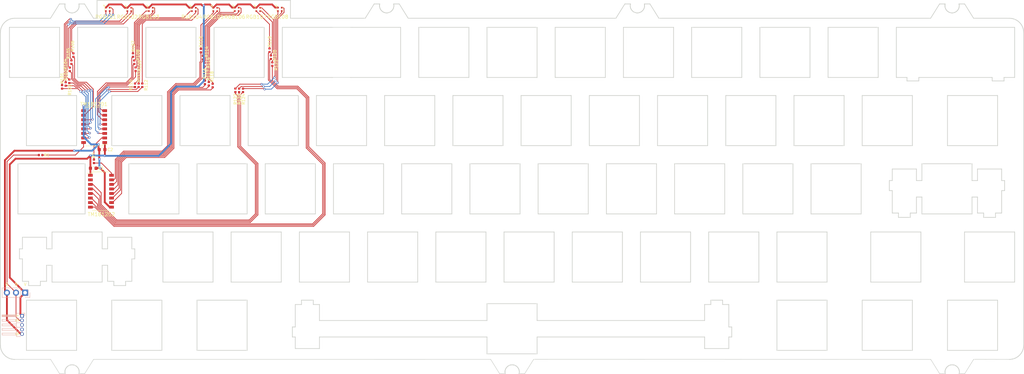
<source format=kicad_pcb>
(kicad_pcb (version 20171130) (host pcbnew "(5.1.4)-1")
  (layers (0 F.Cu signal) (31 B.Cu signal) (34 B.Paste user) (35 F.Paste user) (36 B.SilkS user) (37 F.SilkS user) (38 B.Mask user) (39 F.Mask user) (44 Edge.Cuts user))
  (net 0 "")
  (net 1 GND)
  (net 2 VDD)
  (net 3 /4B)
  (net 4 /4G)
  (net 5 /4R)
  (net 6 /3R)
  (net 7 /3G)
  (net 8 /3B)
  (net 9 /2B)
  (net 10 /2G)
  (net 11 /2R)
  (net 12 /1R)
  (net 13 /1G)
  (net 14 /1B)
  (net 15 "Net-(R7-Pad2)")
  (net 16 /DO)
  (net 17 "Net-(R1-Pad2)")
  (net 18 "Net-(R101-Pad2)")
  (net 19 "Net-(R102-Pad2)")
  (net 20 "Net-(R103-Pad2)")
  (net 21 "Net-(R104-Pad2)")
  (net 22 "Net-(R105-Pad2)")
  (net 23 "Net-(R106-Pad2)")
  (net 24 "Net-(R107-Pad1)")
  (net 25 "Net-(R108-Pad1)")
  (net 26 "Net-(R109-Pad1)")
  (net 27 "Net-(R110-Pad1)")
  (net 28 "Net-(R111-Pad1)")
  (net 29 "Net-(R112-Pad1)")
  (net 30 /5R)
  (net 31 "Net-(R113-Pad2)")
  (net 32 "Net-(R114-Pad2)")
  (net 33 /5G)
  (net 34 /5B)
  (net 35 "Net-(R115-Pad2)")
  (net 36 "Net-(R116-Pad2)")
  (net 37 /6R)
  (net 38 /6G)
  (net 39 "Net-(R117-Pad2)")
  (net 40 "Net-(R118-Pad2)")
  (net 41 /6B)
  (net 42 "Net-(R119-Pad1)")
  (net 43 /7R)
  (net 44 "Net-(R120-Pad1)")
  (net 45 /7G)
  (net 46 /7B)
  (net 47 "Net-(R121-Pad1)")
  (net 48 /8R)
  (net 49 "Net-(R122-Pad1)")
  (net 50 "Net-(R123-Pad1)")
  (net 51 /8G)
  (net 52 "Net-(R124-Pad1)")
  (net 53 /8B)
  (net 54 /RGB)
  (module Capacitor_SMD:C_0603_1608Metric (layer F.Cu) (at 93.0276 106.1974)
    (fp_text reference C1 (at 2.159 0) (layer F.SilkS) (effects (font (size 0.8 0.8))))
    (fp_text value 100nF)
    (pad 1 smd roundrect (at -0.7875 0) (size 0.875 0.95) (layers F.Cu F.Paste F.Mask) (net 2 VDD))
    (pad 2 smd roundrect (at 0.7875 0) (size 0.875 0.95) (layers F.Cu F.Paste F.Mask) (net 1 GND))
  )
  (module Capacitor_SMD:C_0603_1608Metric (layer F.Cu) (at 95.4914 100.9777 180)
    (fp_text reference C2 (at -2.25288 -0.02794) (layer F.SilkS) (effects (font (size 0.8 0.8))))
    (fp_text value 100nF)
    (pad 2 smd roundrect (at 0.7875 0 180) (size 0.875 0.95) (layers F.Cu F.Paste F.Mask) (net 1 GND))
    (pad 1 smd roundrect (at -0.7875 0 180) (size 0.875 0.95) (layers F.Cu F.Paste F.Mask) (net 2 VDD))
  )
  (module Resistor_SMD:R_0402_1005Metric (layer F.Cu) (at 78.3312 102.5144)
    (fp_text reference R1 (at 1.71436 0.03556) (layer F.SilkS) (effects (font (size 0.8 0.8))))
    (fp_text value 100R)
    (pad 2 smd roundrect (at 0.485 0) (size 0.59 0.64) (layers F.Cu F.Paste F.Mask) (net 17 "Net-(R1-Pad2)"))
    (pad 1 smd roundrect (at -0.485 0) (size 0.59 0.64) (layers F.Cu F.Paste F.Mask) (net 54 /RGB))
  )
  (module Resistor_SMD:R_0402_1005Metric (layer F.Cu) (at 93.218 104.2646 270)
    (fp_text reference R7 (at -1.6486 0.01016 90) (layer F.SilkS) (effects (font (size 0.8 0.8))))
    (fp_text value 100R)
    (pad 1 smd roundrect (at -0.485 0 270) (size 0.59 0.64) (layers F.Cu F.Paste F.Mask) (net 16 /DO))
    (pad 2 smd roundrect (at 0.485 0 270) (size 0.59 0.64) (layers F.Cu F.Paste F.Mask) (net 15 "Net-(R7-Pad2)"))
  )
  (module Resistor_SMD:R_0402_1005Metric (layer F.Cu) (at 84.32292 83.47456 270)
    (fp_text reference R101 (at -2.413 -0.00254 270) (layer F.SilkS) (effects (font (size 0.8 0.8))))
    (fp_text value 150R)
    (pad 2 smd roundrect (at 0.485 0 270) (size 0.59 0.64) (layers F.Cu F.Paste F.Mask) (net 18 "Net-(R101-Pad2)"))
    (pad 1 smd roundrect (at -0.485 0 270) (size 0.59 0.64) (layers F.Cu F.Paste F.Mask) (net 12 /1R))
  )
  (module Resistor_SMD:R_0402_1005Metric (layer F.Cu) (at 85.33892 82.66684 270)
    (fp_text reference R102 (at -2.413 -0.07366 270) (layer F.SilkS) (effects (font (size 0.8 0.8))))
    (fp_text value 200R)
    (pad 1 smd roundrect (at -0.485 0 270) (size 0.59 0.64) (layers F.Cu F.Paste F.Mask) (net 13 /1G))
    (pad 2 smd roundrect (at 0.485 0 270) (size 0.59 0.64) (layers F.Cu F.Paste F.Mask) (net 19 "Net-(R102-Pad2)"))
  )
  (module Resistor_SMD:R_0402_1005Metric (layer F.Cu) (at 86.33968 81.90992 270)
    (fp_text reference R103 (at 2.39268 -0.127 270) (layer F.SilkS) (effects (font (size 0.8 0.8))))
    (fp_text value 200R)
    (pad 2 smd roundrect (at 0.485 0 270) (size 0.59 0.64) (layers F.Cu F.Paste F.Mask) (net 20 "Net-(R103-Pad2)"))
    (pad 1 smd roundrect (at -0.485 0 270) (size 0.59 0.64) (layers F.Cu F.Paste F.Mask) (net 14 /1B))
  )
  (module Resistor_SMD:R_0402_1005Metric (layer F.Cu) (at 86.4616 78.5749 270)
    (fp_text reference R104 (at -1.45542 1.17856 270) (layer F.SilkS) (effects (font (size 0.8 0.8))))
    (fp_text value 300R)
    (pad 1 smd roundrect (at -0.485 0 270) (size 0.59 0.64) (layers F.Cu F.Paste F.Mask) (net 11 /2R))
    (pad 2 smd roundrect (at 0.485 0 270) (size 0.59 0.64) (layers F.Cu F.Paste F.Mask) (net 21 "Net-(R104-Pad2)"))
  )
  (module Resistor_SMD:R_0402_1005Metric (layer F.Cu) (at 86.9315 76.5683 270)
    (fp_text reference R105 (at -2.42062 0.83058 270) (layer F.SilkS) (effects (font (size 0.8 0.8))))
    (fp_text value 150R)
    (pad 2 smd roundrect (at 0.485 0 270) (size 0.59 0.64) (layers F.Cu F.Paste F.Mask) (net 22 "Net-(R105-Pad2)"))
    (pad 1 smd roundrect (at -0.485 0 270) (size 0.59 0.64) (layers F.Cu F.Paste F.Mask) (net 10 /2G))
  )
  (module Resistor_SMD:R_0402_1005Metric (layer F.Cu) (at 87.4776 74.6022 270)
    (fp_text reference R106 (at -2.52716 0.2286 90) (layer F.SilkS) (effects (font (size 0.8 0.8))))
    (fp_text value 200R)
    (pad 1 smd roundrect (at -0.485 0 270) (size 0.59 0.64) (layers F.Cu F.Paste F.Mask) (net 9 /2B))
    (pad 2 smd roundrect (at 0.485 0 270) (size 0.59 0.64) (layers F.Cu F.Paste F.Mask) (net 23 "Net-(R106-Pad2)"))
  )
  (module Resistor_SMD:R_0402_1005Metric (layer F.Cu) (at 104.1146 74.5871 90)
    (fp_text reference R107 (at 2.48158 0.1016 270) (layer F.SilkS) (effects (font (size 0.8 0.8))))
    (fp_text value 300R)
    (pad 1 smd roundrect (at -0.485 0 90) (size 0.59 0.64) (layers F.Cu F.Paste F.Mask) (net 24 "Net-(R107-Pad1)"))
    (pad 2 smd roundrect (at 0.485 0 90) (size 0.59 0.64) (layers F.Cu F.Paste F.Mask) (net 6 /3R))
  )
  (module Resistor_SMD:R_0402_1005Metric (layer F.Cu) (at 104.4829 76.581 90)
    (fp_text reference R108 (at 2.01168 1.0287 270) (layer F.SilkS) (effects (font (size 0.8 0.8))))
    (fp_text value 150R)
    (pad 2 smd roundrect (at 0.485 0 90) (size 0.59 0.64) (layers F.Cu F.Paste F.Mask) (net 7 /3G))
    (pad 1 smd roundrect (at -0.485 0 90) (size 0.59 0.64) (layers F.Cu F.Paste F.Mask) (net 25 "Net-(R108-Pad1)"))
  )
  (module Resistor_SMD:R_0402_1005Metric (layer F.Cu) (at 104.8512 78.5368 90)
    (fp_text reference R109 (at 0.92964 1.11252 90) (layer F.SilkS) (effects (font (size 0.8 0.8))))
    (fp_text value 200R)
    (pad 1 smd roundrect (at -0.485 0 90) (size 0.59 0.64) (layers F.Cu F.Paste F.Mask) (net 26 "Net-(R109-Pad1)"))
    (pad 2 smd roundrect (at 0.485 0 90) (size 0.59 0.64) (layers F.Cu F.Paste F.Mask) (net 8 /3B))
  )
  (module Resistor_SMD:R_0402_1005Metric (layer F.Cu) (at 104.6861 83.0199 90)
    (fp_text reference R110 (at 0.0635 -1.143 270) (layer F.SilkS) (effects (font (size 0.8 0.8))))
    (fp_text value 300R)
    (pad 2 smd roundrect (at 0.485 0 90) (size 0.59 0.64) (layers F.Cu F.Paste F.Mask) (net 5 /4R))
    (pad 1 smd roundrect (at -0.485 0 90) (size 0.59 0.64) (layers F.Cu F.Paste F.Mask) (net 27 "Net-(R110-Pad1)"))
  )
  (module Resistor_SMD:R_0402_1005Metric (layer F.Cu) (at 105.7021 83.0223 90)
    (fp_text reference R111 (at 2.38746 0.0127 90) (layer F.SilkS) (effects (font (size 0.8 0.8))))
    (fp_text value 150R)
    (pad 1 smd roundrect (at -0.485 0 90) (size 0.59 0.64) (layers F.Cu F.Paste F.Mask) (net 28 "Net-(R111-Pad1)"))
    (pad 2 smd roundrect (at 0.485 0 90) (size 0.59 0.64) (layers F.Cu F.Paste F.Mask) (net 4 /4G))
  )
  (module Resistor_SMD:R_0402_1005Metric (layer F.Cu) (at 106.7181 83.0223 90)
    (fp_text reference R112 (at 0.0151 1.0414 90) (layer F.SilkS) (effects (font (size 0.8 0.8))))
    (fp_text value 200R)
    (pad 2 smd roundrect (at 0.485 0 90) (size 0.59 0.64) (layers F.Cu F.Paste F.Mask) (net 3 /4B))
    (pad 1 smd roundrect (at -0.485 0 90) (size 0.59 0.64) (layers F.Cu F.Paste F.Mask) (net 29 "Net-(R112-Pad1)"))
  )
  (module Resistor_SMD:R_0402_1005Metric (layer F.Cu) (at 123.0884 73.3425 270)
    (fp_text reference R113 (at -2.4257 0.0127 270) (layer F.SilkS) (effects (font (size 0.8 0.8))))
    (fp_text value 300R)
    (pad 1 smd roundrect (at -0.485 0 270) (size 0.59 0.64) (layers F.Cu F.Paste F.Mask) (net 30 /5R))
    (pad 2 smd roundrect (at 0.485 0 270) (size 0.59 0.64) (layers F.Cu F.Paste F.Mask) (net 31 "Net-(R113-Pad2)"))
  )
  (module Resistor_SMD:R_0402_1005Metric (layer F.Cu) (at 123.6726 75.311 270)
    (fp_text reference R114 (at -1.64592 -1.04648 270) (layer F.SilkS) (effects (font (size 0.8 0.8))))
    (fp_text value 150R)
    (pad 2 smd roundrect (at 0.485 0 270) (size 0.59 0.64) (layers F.Cu F.Paste F.Mask) (net 32 "Net-(R114-Pad2)"))
    (pad 1 smd roundrect (at -0.485 0 270) (size 0.59 0.64) (layers F.Cu F.Paste F.Mask) (net 33 /5G))
  )
  (module Resistor_SMD:R_0402_1005Metric (layer F.Cu) (at 124.1171 77.2668 270)
    (fp_text reference R115 (at -0.508 -1.09474 90) (layer F.SilkS) (effects (font (size 0.8 0.8))))
    (fp_text value 200R)
    (pad 1 smd roundrect (at -0.485 0 270) (size 0.59 0.64) (layers F.Cu F.Paste F.Mask) (net 34 /5B))
    (pad 2 smd roundrect (at 0.485 0 270) (size 0.59 0.64) (layers F.Cu F.Paste F.Mask) (net 35 "Net-(R115-Pad2)"))
  )
  (module Resistor_SMD:R_0402_1005Metric (layer F.Cu) (at 124.206 82.2174 270)
    (fp_text reference R116 (at -2.4614 0.0508 270) (layer F.SilkS) (effects (font (size 0.8 0.8))))
    (fp_text value 300R)
    (pad 2 smd roundrect (at 0.485 0 270) (size 0.59 0.64) (layers F.Cu F.Paste F.Mask) (net 36 "Net-(R116-Pad2)"))
    (pad 1 smd roundrect (at -0.485 0 270) (size 0.59 0.64) (layers F.Cu F.Paste F.Mask) (net 37 /6R))
  )
  (module Resistor_SMD:R_0402_1005Metric (layer F.Cu) (at 125.2982 82.6111 270)
    (fp_text reference R117 (at -2.43346 0.06604 270) (layer F.SilkS) (effects (font (size 0.8 0.8))))
    (fp_text value 150R)
    (pad 1 smd roundrect (at -0.485 0 270) (size 0.59 0.64) (layers F.Cu F.Paste F.Mask) (net 38 /6G))
    (pad 2 smd roundrect (at 0.485 0 270) (size 0.59 0.64) (layers F.Cu F.Paste F.Mask) (net 39 "Net-(R117-Pad2)"))
  )
  (module Resistor_SMD:R_0402_1005Metric (layer F.Cu) (at 126.3777 83.0961 270)
    (fp_text reference R118 (at -2.47142 0.15494 270) (layer F.SilkS) (effects (font (size 0.8 0.8))))
    (fp_text value 200R)
    (pad 2 smd roundrect (at 0.485 0 270) (size 0.59 0.64) (layers F.Cu F.Paste F.Mask) (net 40 "Net-(R118-Pad2)"))
    (pad 1 smd roundrect (at -0.485 0 270) (size 0.59 0.64) (layers F.Cu F.Paste F.Mask) (net 41 /6B))
  )
  (module Resistor_SMD:R_0402_1005Metric (layer F.Cu) (at 142.2527 73.2409 90)
    (fp_text reference R119 (at 2.4003 0.0508 270) (layer F.SilkS) (effects (font (size 0.8 0.8))))
    (fp_text value 300R)
    (pad 1 smd roundrect (at -0.485 0 90) (size 0.59 0.64) (layers F.Cu F.Paste F.Mask) (net 42 "Net-(R119-Pad1)"))
    (pad 2 smd roundrect (at 0.485 0 90) (size 0.59 0.64) (layers F.Cu F.Paste F.Mask) (net 43 /7R))
  )
  (module Resistor_SMD:R_0402_1005Metric (layer F.Cu) (at 142.6337 75.184 90)
    (fp_text reference R120 (at 0.5588 1.0922 90) (layer F.SilkS) (effects (font (size 0.8 0.8))))
    (fp_text value 150R)
    (pad 1 smd roundrect (at -0.485 0 90) (size 0.59 0.64) (layers F.Cu F.Paste F.Mask) (net 44 "Net-(R120-Pad1)"))
    (pad 2 smd roundrect (at 0.485 0 90) (size 0.59 0.64) (layers F.Cu F.Paste F.Mask) (net 45 /7G))
  )
  (module Resistor_SMD:R_0402_1005Metric (layer F.Cu) (at 143.0274 77.1144 90)
    (fp_text reference R121 (at -0.254 1.0795 270) (layer F.SilkS) (effects (font (size 0.8 0.8))))
    (fp_text value 200R)
    (pad 2 smd roundrect (at 0.485 0 90) (size 0.59 0.64) (layers F.Cu F.Paste F.Mask) (net 46 /7B))
    (pad 1 smd roundrect (at -0.485 0 90) (size 0.59 0.64) (layers F.Cu F.Paste F.Mask) (net 47 "Net-(R121-Pad1)"))
  )
  (module Resistor_SMD:R_0402_1005Metric (layer F.Cu) (at 132.715 84.4296 90)
    (fp_text reference R122 (at -2.4892 0 90) (layer F.SilkS) (effects (font (size 0.8 0.8))))
    (fp_text value 300R)
    (pad 2 smd roundrect (at 0.485 0 90) (size 0.59 0.64) (layers F.Cu F.Paste F.Mask) (net 48 /8R))
    (pad 1 smd roundrect (at -0.485 0 90) (size 0.59 0.64) (layers F.Cu F.Paste F.Mask) (net 49 "Net-(R122-Pad1)"))
  )
  (module Resistor_SMD:R_0402_1005Metric (layer F.Cu) (at 133.7564 84.4423 90)
    (fp_text reference R123 (at -2.4868 0.1016 90) (layer F.SilkS) (effects (font (size 0.8 0.8))))
    (fp_text value 150R)
    (pad 1 smd roundrect (at -0.485 0 90) (size 0.59 0.64) (layers F.Cu F.Paste F.Mask) (net 50 "Net-(R123-Pad1)"))
    (pad 2 smd roundrect (at 0.485 0 90) (size 0.59 0.64) (layers F.Cu F.Paste F.Mask) (net 51 /8G))
  )
  (module Resistor_SMD:R_0402_1005Metric (layer F.Cu) (at 134.8359 84.4423 90)
    (fp_text reference R124 (at -2.4868 0.1524 90) (layer F.SilkS) (effects (font (size 0.8 0.8))))
    (fp_text value 200R)
    (pad 1 smd roundrect (at -0.485 0 90) (size 0.59 0.64) (layers F.Cu F.Paste F.Mask) (net 52 "Net-(R124-Pad1)"))
    (pad 2 smd roundrect (at 0.485 0 90) (size 0.59 0.64) (layers F.Cu F.Paste F.Mask) (net 53 /8B))
  )
  (module Connector_PinHeader_1.27mm:PinHeader_1x05_P1.27mm_Horizontal (layer B.Cu) (at 73.1393 147.4089 180)
    (fp_text reference J1 hide)
    (fp_text value Conn_01x05)
    (pad 1 thru_hole rect (at 0 0 180) (size 1 1) (drill 0.65) (layers *.Cu *.Mask) (net 2 VDD))
    (pad 2 thru_hole oval (at 0 -1.27 180) (size 1 1) (drill 0.65) (layers *.Cu *.Mask) (net 54 /RGB))
    (pad 3 thru_hole oval (at 0 -2.54 180) (size 1 1) (drill 0.65) (layers *.Cu *.Mask))
    (pad 4 thru_hole oval (at 0 -3.81 180) (size 1 1) (drill 0.65) (layers *.Cu *.Mask))
    (pad 5 thru_hole oval (at 0 -5.08 180) (size 1 1) (drill 0.65) (layers *.Cu *.Mask) (net 1 GND))
  )
  (module keyboard:TM1812_SOP-16_4x10mm_P1.27mm_ (layer F.Cu) (at 93.2815 94.5642 180)
    (fp_text reference TM181201 (at 0.0762 6.2484) (layer F.SilkS))
    (fp_text value TM1812)
    (pad 16 smd rect (at 2.95 -4.445 180) (size 1.3 0.8) (layers F.Cu F.Paste F.Mask) (net 17 "Net-(R1-Pad2)"))
    (pad 15 smd rect (at 2.95 -3.175 180) (size 1.3 0.8) (layers F.Cu F.Paste F.Mask) (net 18 "Net-(R101-Pad2)"))
    (pad 14 smd rect (at 2.95 -1.905 180) (size 1.3 0.8) (layers F.Cu F.Paste F.Mask) (net 19 "Net-(R102-Pad2)"))
    (pad 13 smd rect (at 2.95 -0.635 180) (size 1.3 0.8) (layers F.Cu F.Paste F.Mask) (net 20 "Net-(R103-Pad2)"))
    (pad 12 smd rect (at 2.95 0.635 180) (size 1.3 0.8) (layers F.Cu F.Paste F.Mask) (net 21 "Net-(R104-Pad2)"))
    (pad 11 smd rect (at 2.95 1.905 180) (size 1.3 0.8) (layers F.Cu F.Paste F.Mask) (net 22 "Net-(R105-Pad2)"))
    (pad 10 smd rect (at 2.95 3.175 180) (size 1.3 0.8) (layers F.Cu F.Paste F.Mask) (net 23 "Net-(R106-Pad2)"))
    (pad 8 smd rect (at -2.95 4.445 180) (size 1.3 0.8) (layers F.Cu F.Paste F.Mask) (net 26 "Net-(R109-Pad1)"))
    (pad 7 smd rect (at -2.95 3.175 180) (size 1.3 0.8) (layers F.Cu F.Paste F.Mask) (net 25 "Net-(R108-Pad1)"))
    (pad 6 smd rect (at -2.95 1.905 180) (size 1.3 0.8) (layers F.Cu F.Paste F.Mask) (net 24 "Net-(R107-Pad1)"))
    (pad 5 smd rect (at -2.95 0.635 180) (size 1.3 0.8) (layers F.Cu F.Paste F.Mask) (net 29 "Net-(R112-Pad1)"))
    (pad 4 smd rect (at -2.95 -0.635 180) (size 1.3 0.8) (layers F.Cu F.Paste F.Mask) (net 28 "Net-(R111-Pad1)"))
    (pad 3 smd rect (at -2.95 -1.905 180) (size 1.3 0.8) (layers F.Cu F.Paste F.Mask) (net 27 "Net-(R110-Pad1)"))
    (pad 2 smd rect (at -2.95 -3.175 180) (size 1.3 0.8) (layers F.Cu F.Paste F.Mask) (net 16 /DO))
    (pad 9 smd rect (at 2.95 4.445 180) (size 1.3 0.8) (layers F.Cu F.Paste F.Mask) (net 1 GND))
    (pad 1 smd rect (at -2.95 -4.445 180) (size 1.3 0.8) (layers F.Cu F.Paste F.Mask) (net 2 VDD))
  )
  (module keyboard:TM1812_SOP-16_4x10mm_P1.27mm_ (layer F.Cu) (at 95.1865 112.6109)
    (fp_text reference TM181202 (at 0.1016 6.4516) (layer F.SilkS))
    (fp_text value TM1812)
    (pad 1 smd rect (at -2.95 -4.445) (size 1.3 0.8) (layers F.Cu F.Paste F.Mask) (net 2 VDD))
    (pad 9 smd rect (at 2.95 4.445) (size 1.3 0.8) (layers F.Cu F.Paste F.Mask) (net 1 GND))
    (pad 2 smd rect (at -2.95 -3.175) (size 1.3 0.8) (layers F.Cu F.Paste F.Mask))
    (pad 3 smd rect (at -2.95 -1.905) (size 1.3 0.8) (layers F.Cu F.Paste F.Mask) (net 49 "Net-(R122-Pad1)"))
    (pad 4 smd rect (at -2.95 -0.635) (size 1.3 0.8) (layers F.Cu F.Paste F.Mask) (net 50 "Net-(R123-Pad1)"))
    (pad 5 smd rect (at -2.95 0.635) (size 1.3 0.8) (layers F.Cu F.Paste F.Mask) (net 52 "Net-(R124-Pad1)"))
    (pad 6 smd rect (at -2.95 1.905) (size 1.3 0.8) (layers F.Cu F.Paste F.Mask) (net 42 "Net-(R119-Pad1)"))
    (pad 7 smd rect (at -2.95 3.175) (size 1.3 0.8) (layers F.Cu F.Paste F.Mask) (net 44 "Net-(R120-Pad1)"))
    (pad 8 smd rect (at -2.95 4.445) (size 1.3 0.8) (layers F.Cu F.Paste F.Mask) (net 47 "Net-(R121-Pad1)"))
    (pad 10 smd rect (at 2.95 3.175) (size 1.3 0.8) (layers F.Cu F.Paste F.Mask) (net 40 "Net-(R118-Pad2)"))
    (pad 11 smd rect (at 2.95 1.905) (size 1.3 0.8) (layers F.Cu F.Paste F.Mask) (net 39 "Net-(R117-Pad2)"))
    (pad 12 smd rect (at 2.95 0.635) (size 1.3 0.8) (layers F.Cu F.Paste F.Mask) (net 36 "Net-(R116-Pad2)"))
    (pad 13 smd rect (at 2.95 -0.635) (size 1.3 0.8) (layers F.Cu F.Paste F.Mask) (net 35 "Net-(R115-Pad2)"))
    (pad 14 smd rect (at 2.95 -1.905) (size 1.3 0.8) (layers F.Cu F.Paste F.Mask) (net 32 "Net-(R114-Pad2)"))
    (pad 15 smd rect (at 2.95 -3.175) (size 1.3 0.8) (layers F.Cu F.Paste F.Mask) (net 31 "Net-(R113-Pad2)"))
    (pad 16 smd rect (at 2.95 -4.445) (size 1.3 0.8) (layers F.Cu F.Paste F.Mask) (net 15 "Net-(R7-Pad2)"))
  )
  (module keyboard:LED_RGB_1515 (layer F.Cu) (at 97.0788 61.8236)
    (fp_text reference RGB101 (at -0.5588 2.1082) (layer F.SilkS))
    (fp_text value RGB_1010)
    (pad 1 smd rect (at -0.532 -0.475 90) (size 0.45 0.45) (layers F.Cu F.Paste F.Mask) (net 2 VDD))
    (pad 2 smd rect (at -0.532 0.475 90) (size 0.45 0.45) (layers F.Cu F.Paste F.Mask) (net 12 /1R))
    (pad 3 smd rect (at 0.532 0.475 90) (size 0.45 0.45) (layers F.Cu F.Paste F.Mask) (net 13 /1G))
    (pad 4 smd rect (at 0.532 -0.475 90) (size 0.45 0.45) (layers F.Cu F.Paste F.Mask) (net 14 /1B))
  )
  (module keyboard:LED_RGB_1515 (layer F.Cu) (at 103.0946 61.853)
    (fp_text reference RGB102 (at -0.5588 2.1082) (layer F.SilkS))
    (fp_text value RGB_1010)
    (pad 4 smd rect (at 0.532 -0.475 90) (size 0.45 0.45) (layers F.Cu F.Paste F.Mask) (net 9 /2B))
    (pad 3 smd rect (at 0.532 0.475 90) (size 0.45 0.45) (layers F.Cu F.Paste F.Mask) (net 10 /2G))
    (pad 2 smd rect (at -0.532 0.475 90) (size 0.45 0.45) (layers F.Cu F.Paste F.Mask) (net 11 /2R))
    (pad 1 smd rect (at -0.532 -0.475 90) (size 0.45 0.45) (layers F.Cu F.Paste F.Mask) (net 2 VDD))
  )
  (module keyboard:LED_RGB_1515 (layer F.Cu) (at 109.093 61.8363)
    (fp_text reference RGB103 (at -0.5588 2.1082) (layer F.SilkS))
    (fp_text value RGB_1010)
    (pad 4 smd rect (at 0.532 -0.475 90) (size 0.45 0.45) (layers F.Cu F.Paste F.Mask) (net 8 /3B))
    (pad 3 smd rect (at 0.532 0.475 90) (size 0.45 0.45) (layers F.Cu F.Paste F.Mask) (net 7 /3G))
    (pad 2 smd rect (at -0.532 0.475 90) (size 0.45 0.45) (layers F.Cu F.Paste F.Mask) (net 6 /3R))
    (pad 1 smd rect (at -0.532 -0.475 90) (size 0.45 0.45) (layers F.Cu F.Paste F.Mask) (net 2 VDD))
  )
  (module keyboard:LED_RGB_1515 (layer F.Cu) (at 121.1072 61.849)
    (fp_text reference RGB104 (at -0.5588 2.1082) (layer F.SilkS))
    (fp_text value RGB_1010)
    (pad 1 smd rect (at -0.532 -0.475 90) (size 0.45 0.45) (layers F.Cu F.Paste F.Mask) (net 2 VDD))
    (pad 2 smd rect (at -0.532 0.475 90) (size 0.45 0.45) (layers F.Cu F.Paste F.Mask) (net 5 /4R))
    (pad 3 smd rect (at 0.532 0.475 90) (size 0.45 0.45) (layers F.Cu F.Paste F.Mask) (net 4 /4G))
    (pad 4 smd rect (at 0.532 -0.475 90) (size 0.45 0.45) (layers F.Cu F.Paste F.Mask) (net 3 /4B))
  )
  (module keyboard:LED_RGB_1515 (layer F.Cu) (at 127.1016 61.849)
    (fp_text reference RGB105 (at -0.5588 2.1082) (layer F.SilkS))
    (fp_text value RGB_1010)
    (pad 4 smd rect (at 0.532 -0.475 90) (size 0.45 0.45) (layers F.Cu F.Paste F.Mask) (net 34 /5B))
    (pad 3 smd rect (at 0.532 0.475 90) (size 0.45 0.45) (layers F.Cu F.Paste F.Mask) (net 33 /5G))
    (pad 2 smd rect (at -0.532 0.475 90) (size 0.45 0.45) (layers F.Cu F.Paste F.Mask) (net 30 /5R))
    (pad 1 smd rect (at -0.532 -0.475 90) (size 0.45 0.45) (layers F.Cu F.Paste F.Mask) (net 2 VDD))
  )
  (module keyboard:LED_RGB_1515 (layer F.Cu) (at 133.096 61.8236)
    (fp_text reference RGB106 (at -0.5588 2.1082) (layer F.SilkS))
    (fp_text value RGB_1010)
    (pad 1 smd rect (at -0.532 -0.475 90) (size 0.45 0.45) (layers F.Cu F.Paste F.Mask) (net 2 VDD))
    (pad 2 smd rect (at -0.532 0.475 90) (size 0.45 0.45) (layers F.Cu F.Paste F.Mask) (net 37 /6R))
    (pad 3 smd rect (at 0.532 0.475 90) (size 0.45 0.45) (layers F.Cu F.Paste F.Mask) (net 38 /6G))
    (pad 4 smd rect (at 0.532 -0.475 90) (size 0.45 0.45) (layers F.Cu F.Paste F.Mask) (net 41 /6B))
  )
  (module keyboard:LED_RGB_1515 (layer F.Cu) (at 139.1031 61.849)
    (fp_text reference RGB107 (at -0.5588 2.1082) (layer F.SilkS))
    (fp_text value RGB_1010)
    (pad 4 smd rect (at 0.532 -0.475 90) (size 0.45 0.45) (layers F.Cu F.Paste F.Mask) (net 46 /7B))
    (pad 3 smd rect (at 0.532 0.475 90) (size 0.45 0.45) (layers F.Cu F.Paste F.Mask) (net 45 /7G))
    (pad 2 smd rect (at -0.532 0.475 90) (size 0.45 0.45) (layers F.Cu F.Paste F.Mask) (net 43 /7R))
    (pad 1 smd rect (at -0.532 -0.475 90) (size 0.45 0.45) (layers F.Cu F.Paste F.Mask) (net 2 VDD))
  )
  (module keyboard:LED_RGB_1515 (layer F.Cu) (at 145.1229 61.8236)
    (fp_text reference RGB108 (at -0.5588 2.1082) (layer F.SilkS))
    (fp_text value RGB_1010)
    (pad 1 smd rect (at -0.532 -0.475 90) (size 0.45 0.45) (layers F.Cu F.Paste F.Mask) (net 2 VDD))
    (pad 2 smd rect (at -0.532 0.475 90) (size 0.45 0.45) (layers F.Cu F.Paste F.Mask) (net 48 /8R))
    (pad 3 smd rect (at 0.532 0.475 90) (size 0.45 0.45) (layers F.Cu F.Paste F.Mask) (net 51 /8G))
    (pad 4 smd rect (at 0.532 -0.475 90) (size 0.45 0.45) (layers F.Cu F.Paste F.Mask) (net 53 /8B))
  )
  (module Connector_PinHeader_2.54mm:PinHeader_1x03_P2.54mm_Vertical (layer B.Cu) (at 74.0029 140.9446 90)
    (fp_text reference J2 hide)
    (fp_text value Conn_01x03)
    (pad 1 thru_hole rect (at 0 0 90) (size 1.7 1.7) (drill 1) (layers *.Cu *.Mask) (net 2 VDD))
    (pad 2 thru_hole oval (at 0 -2.54 90) (size 1.7 1.7) (drill 1) (layers *.Cu *.Mask) (net 54 /RGB))
    (pad 3 thru_hole oval (at 0 -5.08 90) (size 1.7 1.7) (drill 1) (layers *.Cu *.Mask) (net 1 GND))
  )
  (gr_line (start 159.8165 80.8412) (end 164.8658 80.8412) (layer Edge.Cuts) (width 0.15))
  (gr_line (start 159.8165 66.8419) (end 164.8658 66.8419) (layer Edge.Cuts) (width 0.15))
  (gr_text G (at 68.9102 138.6586) (layer F.SilkS) (effects (font (size 0.8 0.8))))
  (gr_text D (at 71.501 138.6332) (layer F.SilkS) (effects (font (size 0.8 0.8))))
  (gr_text V (at 74.041 138.6459) (layer F.SilkS) (effects (font (size 0.8 0.8))))
  (gr_line (start 338.8741 159.5374) (end 348.8435 159.567172) (layer Edge.Cuts) (width 0.15))
  (gr_line (start 216.0143 159.5374) (end 326.8853 159.5755) (layer Edge.Cuts) (width 0.15))
  (gr_line (start 93.1164 159.5755) (end 204.0001 159.5628) (layer Edge.Cuts) (width 0.15))
  (gr_line (start 71.091659 159.565794) (end 81.1276 159.5628) (layer Edge.Cuts) (width 0.15))
  (gr_line (start 83.6168 163.5506) (end 81.1276 159.5628) (layer Edge.Cuts) (width 0.15))
  (gr_line (start 85.1791 163.5717) (end 83.6168 163.5506) (layer Edge.Cuts) (width 0.15))
  (gr_line (start 90.6272 163.5633) (end 93.1164 159.5755) (layer Edge.Cuts) (width 0.15))
  (gr_line (start 89.05 163.5717) (end 90.6272 163.5633) (layer Edge.Cuts) (width 0.15))
  (gr_line (start 206.4893 163.5506) (end 204.0001 159.5628) (layer Edge.Cuts) (width 0.15))
  (gr_line (start 208.0643 163.5717) (end 206.4893 163.5506) (layer Edge.Cuts) (width 0.15))
  (gr_line (start 213.487 163.5633) (end 216.0143 159.5374) (layer Edge.Cuts) (width 0.15))
  (gr_line (start 211.9352 163.5717) (end 213.487 163.5633) (layer Edge.Cuts) (width 0.15))
  (gr_line (start 329.3618 163.5633) (end 326.8853 159.5755) (layer Edge.Cuts) (width 0.15))
  (gr_line (start 330.9368 163.5717) (end 329.3618 163.5633) (layer Edge.Cuts) (width 0.15))
  (gr_line (start 336.3595 163.5633) (end 338.8741 159.5374) (layer Edge.Cuts) (width 0.15))
  (gr_line (start 334.8077 163.5717) (end 336.3595 163.5633) (layer Edge.Cuts) (width 0.15))
  (gr_line (start 334.2868 161.6576) (end 334.1711 161.5514) (layer Edge.Cuts) (width 0.2))
  (gr_line (start 331.6961 161.4551) (end 331.5734 161.5514) (layer Edge.Cuts) (width 0.2))
  (gr_line (start 333.4903 161.1697) (end 333.3387 161.1284) (layer Edge.Cuts) (width 0.2))
  (gr_line (start 331.4577 161.6576) (end 331.3516 161.7747) (layer Edge.Cuts) (width 0.2))
  (gr_line (start 333.3387 161.1284) (end 333.1844 161.0966) (layer Edge.Cuts) (width 0.2))
  (gr_line (start 334.6547 162.1645) (end 334.5776 162.0283) (layer Edge.Cuts) (width 0.2))
  (gr_line (start 334.8077 163.5717) (end 334.816 163.5386) (layer Edge.Cuts) (width 0.2))
  (gr_line (start 334.047 161.4551) (end 333.9161 161.3669) (layer Edge.Cuts) (width 0.2))
  (gr_line (start 331.827 161.3669) (end 331.6961 161.4551) (layer Edge.Cuts) (width 0.2))
  (gr_line (start 334.8476 162.76) (end 334.816 162.6055) (layer Edge.Cuts) (width 0.2))
  (gr_line (start 333.6377 161.2247) (end 333.4903 161.1697) (layer Edge.Cuts) (width 0.2))
  (gr_line (start 330.9271 162.6055) (end 330.8968 162.76) (layer Edge.Cuts) (width 0.2))
  (gr_line (start 332.4058 161.1284) (end 332.2528 161.1697) (layer Edge.Cuts) (width 0.2))
  (gr_line (start 334.5776 162.0283) (end 334.4907 161.8971) (layer Edge.Cuts) (width 0.2))
  (gr_line (start 330.9271 163.5386) (end 330.9368 163.5717) (layer Edge.Cuts) (width 0.2))
  (gr_line (start 331.9648 161.2896) (end 331.827 161.3669) (layer Edge.Cuts) (width 0.2))
  (gr_line (start 334.7195 162.3067) (end 334.6547 162.1645) (layer Edge.Cuts) (width 0.2))
  (gr_line (start 334.8724 163.0715) (end 334.8656 162.9156) (layer Edge.Cuts) (width 0.2))
  (gr_line (start 331.2537 161.8971) (end 331.1669 162.0283) (layer Edge.Cuts) (width 0.2))
  (gr_line (start 330.8968 163.3855) (end 330.9271 163.5386) (layer Edge.Cuts) (width 0.2))
  (gr_line (start 332.8716 161.0719) (end 332.7158 161.0786) (layer Edge.Cuts) (width 0.2))
  (gr_line (start 332.2528 161.1697) (end 332.1067 161.2247) (layer Edge.Cuts) (width 0.2))
  (gr_line (start 334.1711 161.5514) (end 334.047 161.4551) (layer Edge.Cuts) (width 0.2))
  (gr_line (start 334.816 162.6055) (end 334.7746 162.4541) (layer Edge.Cuts) (width 0.2))
  (gr_line (start 331.025 162.3067) (end 330.9698 162.4541) (layer Edge.Cuts) (width 0.2))
  (gr_line (start 333.9161 161.3669) (end 333.7797 161.2896) (layer Edge.Cuts) (width 0.2))
  (gr_line (start 330.8789 163.2285) (end 330.8968 163.3855) (layer Edge.Cuts) (width 0.2))
  (gr_line (start 330.9698 162.4541) (end 330.9271 162.6055) (layer Edge.Cuts) (width 0.2))
  (gr_line (start 331.1669 162.0283) (end 331.0898 162.1645) (layer Edge.Cuts) (width 0.2))
  (gr_line (start 331.0898 162.1645) (end 331.025 162.3067) (layer Edge.Cuts) (width 0.2))
  (gr_line (start 333.1844 161.0966) (end 333.0287 161.0786) (layer Edge.Cuts) (width 0.2))
  (gr_line (start 330.8968 162.76) (end 330.8789 162.9156) (layer Edge.Cuts) (width 0.2))
  (gr_line (start 333.7797 161.2896) (end 333.6377 161.2247) (layer Edge.Cuts) (width 0.2))
  (gr_line (start 334.7746 162.4541) (end 334.7195 162.3067) (layer Edge.Cuts) (width 0.2))
  (gr_line (start 334.4907 161.8971) (end 334.3929 161.7747) (layer Edge.Cuts) (width 0.2))
  (gr_line (start 334.8476 163.3855) (end 334.8656 163.2285) (layer Edge.Cuts) (width 0.2))
  (gr_line (start 334.3929 161.7747) (end 334.2868 161.6576) (layer Edge.Cuts) (width 0.2))
  (gr_line (start 330.872 163.0715) (end 330.8789 163.2285) (layer Edge.Cuts) (width 0.2))
  (gr_line (start 331.5734 161.5514) (end 331.4577 161.6576) (layer Edge.Cuts) (width 0.2))
  (gr_line (start 334.8656 163.2285) (end 334.8724 163.0715) (layer Edge.Cuts) (width 0.2))
  (gr_line (start 333.0287 161.0786) (end 332.8716 161.0719) (layer Edge.Cuts) (width 0.2))
  (gr_line (start 334.816 163.5386) (end 334.8476 163.3855) (layer Edge.Cuts) (width 0.2))
  (gr_line (start 331.3516 161.7747) (end 331.2537 161.8971) (layer Edge.Cuts) (width 0.2))
  (gr_line (start 332.7158 161.0786) (end 332.5587 161.0966) (layer Edge.Cuts) (width 0.2))
  (gr_line (start 334.8656 162.9156) (end 334.8476 162.76) (layer Edge.Cuts) (width 0.2))
  (gr_line (start 332.5587 161.0966) (end 332.4058 161.1284) (layer Edge.Cuts) (width 0.2))
  (gr_line (start 330.8789 162.9156) (end 330.872 163.0715) (layer Edge.Cuts) (width 0.2))
  (gr_line (start 332.1067 161.2247) (end 331.9648 161.2896) (layer Edge.Cuts) (width 0.2))
  (gr_line (start 210.6178 161.1697) (end 210.4662 161.1284) (layer Edge.Cuts) (width 0.2))
  (gr_line (start 210.4662 161.1284) (end 210.3119 161.0966) (layer Edge.Cuts) (width 0.2))
  (gr_line (start 211.1745 161.4551) (end 211.0436 161.3669) (layer Edge.Cuts) (width 0.2))
  (gr_line (start 210.7652 161.2247) (end 210.6178 161.1697) (layer Edge.Cuts) (width 0.2))
  (gr_line (start 211.7051 162.0283) (end 211.6182 161.8971) (layer Edge.Cuts) (width 0.2))
  (gr_line (start 208.9545 161.3669) (end 208.8236 161.4551) (layer Edge.Cuts) (width 0.2))
  (gr_line (start 211.7822 162.1645) (end 211.7051 162.0283) (layer Edge.Cuts) (width 0.2))
  (gr_line (start 209.5333 161.1284) (end 209.3803 161.1697) (layer Edge.Cuts) (width 0.2))
  (gr_line (start 211.9751 162.76) (end 211.9435 162.6055) (layer Edge.Cuts) (width 0.2))
  (gr_line (start 211.4143 161.6576) (end 211.2986 161.5514) (layer Edge.Cuts) (width 0.2))
  (gr_line (start 208.5852 161.6576) (end 208.4791 161.7747) (layer Edge.Cuts) (width 0.2))
  (gr_line (start 208.8236 161.4551) (end 208.7009 161.5514) (layer Edge.Cuts) (width 0.2))
  (gr_line (start 208.0546 163.5386) (end 208.0643 163.5717) (layer Edge.Cuts) (width 0.2))
  (gr_line (start 208.0546 162.6055) (end 208.0243 162.76) (layer Edge.Cuts) (width 0.2))
  (gr_line (start 211.9352 163.5717) (end 211.9435 163.5386) (layer Edge.Cuts) (width 0.2))
  (gr_line (start 211.6182 161.8971) (end 211.5204 161.7747) (layer Edge.Cuts) (width 0.2))
  (gr_line (start 211.9751 163.3855) (end 211.9931 163.2285) (layer Edge.Cuts) (width 0.2))
  (gr_line (start 211.5204 161.7747) (end 211.4143 161.6576) (layer Edge.Cuts) (width 0.2))
  (gr_line (start 207.9995 163.0715) (end 208.0064 163.2285) (layer Edge.Cuts) (width 0.2))
  (gr_line (start 210.1562 161.0786) (end 209.9991 161.0719) (layer Edge.Cuts) (width 0.2))
  (gr_line (start 211.9435 163.5386) (end 211.9751 163.3855) (layer Edge.Cuts) (width 0.2))
  (gr_line (start 209.0923 161.2896) (end 208.9545 161.3669) (layer Edge.Cuts) (width 0.2))
  (gr_line (start 211.847 162.3067) (end 211.7822 162.1645) (layer Edge.Cuts) (width 0.2))
  (gr_line (start 211.9435 162.6055) (end 211.9021 162.4541) (layer Edge.Cuts) (width 0.2))
  (gr_line (start 208.4791 161.7747) (end 208.3812 161.8971) (layer Edge.Cuts) (width 0.2))
  (gr_line (start 211.9999 163.0715) (end 211.9931 162.9156) (layer Edge.Cuts) (width 0.2))
  (gr_line (start 209.8433 161.0786) (end 209.6862 161.0966) (layer Edge.Cuts) (width 0.2))
  (gr_line (start 208.1525 162.3067) (end 208.0973 162.4541) (layer Edge.Cuts) (width 0.2))
  (gr_line (start 211.9931 163.2285) (end 211.9999 163.0715) (layer Edge.Cuts) (width 0.2))
  (gr_line (start 208.0243 163.3855) (end 208.0546 163.5386) (layer Edge.Cuts) (width 0.2))
  (gr_line (start 209.9991 161.0719) (end 209.8433 161.0786) (layer Edge.Cuts) (width 0.2))
  (gr_line (start 208.0973 162.4541) (end 208.0546 162.6055) (layer Edge.Cuts) (width 0.2))
  (gr_line (start 209.3803 161.1697) (end 209.2342 161.2247) (layer Edge.Cuts) (width 0.2))
  (gr_line (start 211.9931 162.9156) (end 211.9751 162.76) (layer Edge.Cuts) (width 0.2))
  (gr_line (start 208.0064 163.2285) (end 208.0243 163.3855) (layer Edge.Cuts) (width 0.2))
  (gr_line (start 208.0243 162.76) (end 208.0064 162.9156) (layer Edge.Cuts) (width 0.2))
  (gr_line (start 209.6862 161.0966) (end 209.5333 161.1284) (layer Edge.Cuts) (width 0.2))
  (gr_line (start 210.3119 161.0966) (end 210.1562 161.0786) (layer Edge.Cuts) (width 0.2))
  (gr_line (start 208.0064 162.9156) (end 207.9995 163.0715) (layer Edge.Cuts) (width 0.2))
  (gr_line (start 210.9072 161.2896) (end 210.7652 161.2247) (layer Edge.Cuts) (width 0.2))
  (gr_line (start 209.2342 161.2247) (end 209.0923 161.2896) (layer Edge.Cuts) (width 0.2))
  (gr_line (start 208.2173 162.1645) (end 208.1525 162.3067) (layer Edge.Cuts) (width 0.2))
  (gr_line (start 211.9021 162.4541) (end 211.847 162.3067) (layer Edge.Cuts) (width 0.2))
  (gr_line (start 211.0436 161.3669) (end 210.9072 161.2896) (layer Edge.Cuts) (width 0.2))
  (gr_line (start 211.2986 161.5514) (end 211.1745 161.4551) (layer Edge.Cuts) (width 0.2))
  (gr_line (start 208.2944 162.0283) (end 208.2173 162.1645) (layer Edge.Cuts) (width 0.2))
  (gr_line (start 208.7009 161.5514) (end 208.5852 161.6576) (layer Edge.Cuts) (width 0.2))
  (gr_line (start 208.3812 161.8971) (end 208.2944 162.0283) (layer Edge.Cuts) (width 0.2))
  (gr_line (start 88.2893 161.4551) (end 88.1584 161.3669) (layer Edge.Cuts) (width 0.2))
  (gr_line (start 86.6481 161.1284) (end 86.4951 161.1697) (layer Edge.Cuts) (width 0.2))
  (gr_line (start 88.897 162.1645) (end 88.8199 162.0283) (layer Edge.Cuts) (width 0.2))
  (gr_line (start 86.0693 161.3669) (end 85.9384 161.4551) (layer Edge.Cuts) (width 0.2))
  (gr_line (start 88.5291 161.6576) (end 88.4134 161.5514) (layer Edge.Cuts) (width 0.2))
  (gr_line (start 89.0899 162.76) (end 89.0583 162.6055) (layer Edge.Cuts) (width 0.2))
  (gr_line (start 88.8199 162.0283) (end 88.733 161.8971) (layer Edge.Cuts) (width 0.2))
  (gr_line (start 87.7326 161.1697) (end 87.581 161.1284) (layer Edge.Cuts) (width 0.2))
  (gr_line (start 87.88 161.2247) (end 87.7326 161.1697) (layer Edge.Cuts) (width 0.2))
  (gr_line (start 87.581 161.1284) (end 87.4267 161.0966) (layer Edge.Cuts) (width 0.2))
  (gr_line (start 88.9618 162.3067) (end 88.897 162.1645) (layer Edge.Cuts) (width 0.2))
  (gr_line (start 86.801 161.0966) (end 86.6481 161.1284) (layer Edge.Cuts) (width 0.2))
  (gr_line (start 87.4267 161.0966) (end 87.271 161.0786) (layer Edge.Cuts) (width 0.2))
  (gr_line (start 88.022 161.2896) (end 87.88 161.2247) (layer Edge.Cuts) (width 0.2))
  (gr_line (start 89.1147 163.0715) (end 89.1079 162.9156) (layer Edge.Cuts) (width 0.2))
  (gr_line (start 86.9581 161.0786) (end 86.801 161.0966) (layer Edge.Cuts) (width 0.2))
  (gr_line (start 88.1584 161.3669) (end 88.022 161.2896) (layer Edge.Cuts) (width 0.2))
  (gr_line (start 88.4134 161.5514) (end 88.2893 161.4551) (layer Edge.Cuts) (width 0.2))
  (gr_line (start 89.0583 162.6055) (end 89.0169 162.4541) (layer Edge.Cuts) (width 0.2))
  (gr_line (start 85.2673 162.3067) (end 85.2121 162.4541) (layer Edge.Cuts) (width 0.2))
  (gr_line (start 85.8157 161.5514) (end 85.7 161.6576) (layer Edge.Cuts) (width 0.2))
  (gr_line (start 85.1212 163.2285) (end 85.1391 163.3855) (layer Edge.Cuts) (width 0.2))
  (gr_line (start 85.496 161.8971) (end 85.4092 162.0283) (layer Edge.Cuts) (width 0.2))
  (gr_line (start 85.7 161.6576) (end 85.5939 161.7747) (layer Edge.Cuts) (width 0.2))
  (gr_line (start 85.4092 162.0283) (end 85.3321 162.1645) (layer Edge.Cuts) (width 0.2))
  (gr_line (start 85.9384 161.4551) (end 85.8157 161.5514) (layer Edge.Cuts) (width 0.2))
  (gr_line (start 85.1143 163.0715) (end 85.1212 163.2285) (layer Edge.Cuts) (width 0.2))
  (gr_line (start 85.3321 162.1645) (end 85.2673 162.3067) (layer Edge.Cuts) (width 0.2))
  (gr_line (start 85.1391 163.3855) (end 85.1694 163.5386) (layer Edge.Cuts) (width 0.2))
  (gr_line (start 85.5939 161.7747) (end 85.496 161.8971) (layer Edge.Cuts) (width 0.2))
  (gr_line (start 85.1694 163.5386) (end 85.1791 163.5717) (layer Edge.Cuts) (width 0.2))
  (gr_line (start 85.1391 162.76) (end 85.1212 162.9156) (layer Edge.Cuts) (width 0.2))
  (gr_line (start 85.2121 162.4541) (end 85.1694 162.6055) (layer Edge.Cuts) (width 0.2))
  (gr_line (start 85.1212 162.9156) (end 85.1143 163.0715) (layer Edge.Cuts) (width 0.2))
  (gr_line (start 85.1694 162.6055) (end 85.1391 162.76) (layer Edge.Cuts) (width 0.2))
  (gr_line (start 87.1139 161.0719) (end 86.9581 161.0786) (layer Edge.Cuts) (width 0.2))
  (gr_line (start 86.4951 161.1697) (end 86.349 161.2247) (layer Edge.Cuts) (width 0.2))
  (gr_line (start 89.1079 163.2285) (end 89.1147 163.0715) (layer Edge.Cuts) (width 0.2))
  (gr_line (start 87.271 161.0786) (end 87.1139 161.0719) (layer Edge.Cuts) (width 0.2))
  (gr_line (start 89.05 163.5717) (end 89.0583 163.5386) (layer Edge.Cuts) (width 0.2))
  (gr_line (start 88.733 161.8971) (end 88.6352 161.7747) (layer Edge.Cuts) (width 0.2))
  (gr_line (start 89.0583 163.5386) (end 89.0899 163.3855) (layer Edge.Cuts) (width 0.2))
  (gr_line (start 86.349 161.2247) (end 86.2071 161.2896) (layer Edge.Cuts) (width 0.2))
  (gr_line (start 89.0169 162.4541) (end 88.9618 162.3067) (layer Edge.Cuts) (width 0.2))
  (gr_line (start 89.1079 162.9156) (end 89.0899 162.76) (layer Edge.Cuts) (width 0.2))
  (gr_line (start 88.6352 161.7747) (end 88.5291 161.6576) (layer Edge.Cuts) (width 0.2))
  (gr_line (start 86.2071 161.2896) (end 86.0693 161.3669) (layer Edge.Cuts) (width 0.2))
  (gr_line (start 89.0899 163.3855) (end 89.1079 163.2285) (layer Edge.Cuts) (width 0.2))
  (gr_text D (at 71.7804 148.6535 90) (layer F.SilkS) (effects (font (size 0.8 0.8))))
  (gr_text G (at 71.7804 152.4762 90) (layer F.SilkS) (effects (font (size 0.8 0.8))))
  (gr_text V (at 71.7804 147.3835 90) (layer F.SilkS) (effects (font (size 0.8 0.8))))
  (gr_line (start 246.9415 60.5028) (end 246.9125 60.3497) (layer Edge.Cuts) (width 0.2))
  (gr_line (start 246.9415 61.1283) (end 246.9615 60.9727) (layer Edge.Cuts) (width 0.2))
  (gr_line (start 330.8675 61.1283) (end 330.8985 61.2828) (layer Edge.Cuts) (width 0.2))
  (gr_line (start 330.849499 60.9727) (end 330.8675 61.1283) (layer Edge.Cuts) (width 0.2))
  (gr_line (start 250.9665 64.3157) (end 326.8435 64.3157) (layer Edge.Cuts) (width 0.2))
  (gr_line (start 246.9615 60.6598) (end 246.9415 60.5028) (layer Edge.Cuts) (width 0.2))
  (gr_line (start 246.9035 60.3166) (end 248.4675 60.3166) (layer Edge.Cuts) (width 0.2))
  (gr_line (start 330.8435 60.8168) (end 330.849499 60.9727) (layer Edge.Cuts) (width 0.2))
  (gr_line (start 330.9075 60.3166) (end 330.8985 60.3497) (layer Edge.Cuts) (width 0.2))
  (gr_line (start 326.8435 64.3157) (end 329.3425 60.3166) (layer Edge.Cuts) (width 0.2))
  (gr_line (start 330.849499 60.6598) (end 330.8435 60.8168) (layer Edge.Cuts) (width 0.2))
  (gr_line (start 330.8675 60.5028) (end 330.849499 60.6598) (layer Edge.Cuts) (width 0.2))
  (gr_line (start 246.9675 60.8168) (end 246.9615 60.6598) (layer Edge.Cuts) (width 0.2))
  (gr_line (start 330.8985 60.3497) (end 330.8675 60.5028) (layer Edge.Cuts) (width 0.2))
  (gr_line (start 246.9125 60.3497) (end 246.9035 60.3166) (layer Edge.Cuts) (width 0.2))
  (gr_line (start 248.4675 60.3166) (end 250.9665 64.3157) (layer Edge.Cuts) (width 0.2))
  (gr_line (start 246.9615 60.9727) (end 246.9675 60.8168) (layer Edge.Cuts) (width 0.2))
  (gr_line (start 329.3425 60.3166) (end 330.9075 60.3166) (layer Edge.Cuts) (width 0.2))
  (gr_line (start 175.2795 62.7917) (end 175.4335 62.7599) (layer Edge.Cuts) (width 0.2))
  (gr_line (start 173.1185 61.5816) (end 173.1855 61.7238) (layer Edge.Cuts) (width 0.2))
  (gr_line (start 173.0225 60.3497) (end 172.9925 60.5028) (layer Edge.Cuts) (width 0.2))
  (gr_line (start 173.0305 60.3166) (end 173.0225 60.3497) (layer Edge.Cuts) (width 0.2))
  (gr_line (start 171.4665 60.3166) (end 173.0305 60.3166) (layer Edge.Cuts) (width 0.2))
  (gr_line (start 175.7315 62.6636) (end 175.8745 62.5987) (layer Edge.Cuts) (width 0.2))
  (gr_line (start 175.5855 62.7186) (end 175.7315 62.6636) (layer Edge.Cuts) (width 0.2))
  (gr_line (start 174.0585 62.5987) (end 174.2025 62.6636) (layer Edge.Cuts) (width 0.2))
  (gr_line (start 175.4335 62.7599) (end 175.5855 62.7186) (layer Edge.Cuts) (width 0.2))
  (gr_line (start 175.1235 62.8097) (end 175.2795 62.7917) (layer Edge.Cuts) (width 0.2))
  (gr_line (start 173.7915 62.4332) (end 173.9225 62.5214) (layer Edge.Cuts) (width 0.2))
  (gr_line (start 172.9725 60.9727) (end 172.9925 61.1283) (layer Edge.Cuts) (width 0.2))
  (gr_line (start 168.9665 64.3157) (end 171.4665 60.3166) (layer Edge.Cuts) (width 0.2))
  (gr_line (start 174.9665 62.8164) (end 175.1235 62.8097) (layer Edge.Cuts) (width 0.2))
  (gr_line (start 174.4995 62.7599) (end 174.6535 62.7917) (layer Edge.Cuts) (width 0.2))
  (gr_line (start 174.8095 62.8097) (end 174.9665 62.8164) (layer Edge.Cuts) (width 0.2))
  (gr_line (start 173.2625 61.86) (end 173.3495 61.9912) (layer Edge.Cuts) (width 0.2))
  (gr_line (start 172.9675 60.8168) (end 172.9725 60.9727) (layer Edge.Cuts) (width 0.2))
  (gr_line (start 173.1855 61.7238) (end 173.2625 61.86) (layer Edge.Cuts) (width 0.2))
  (gr_line (start 174.6535 62.7917) (end 174.8095 62.8097) (layer Edge.Cuts) (width 0.2))
  (gr_line (start 174.3495 62.7186) (end 174.4995 62.7599) (layer Edge.Cuts) (width 0.2))
  (gr_line (start 174.2025 62.6636) (end 174.3495 62.7186) (layer Edge.Cuts) (width 0.2))
  (gr_line (start 173.9225 62.5214) (end 174.0585 62.5987) (layer Edge.Cuts) (width 0.2))
  (gr_line (start 173.6685 62.3369) (end 173.7915 62.4332) (layer Edge.Cuts) (width 0.2))
  (gr_line (start 173.4465 62.1136) (end 173.5525 62.2307) (layer Edge.Cuts) (width 0.2))
  (gr_line (start 173.3495 61.9912) (end 173.4465 62.1136) (layer Edge.Cuts) (width 0.2))
  (gr_line (start 172.9925 61.1283) (end 173.0225 61.2828) (layer Edge.Cuts) (width 0.2))
  (gr_line (start 172.9725 60.6598) (end 172.9675 60.8168) (layer Edge.Cuts) (width 0.2))
  (gr_line (start 173.0655 61.4342) (end 173.1185 61.5816) (layer Edge.Cuts) (width 0.2))
  (gr_line (start 148.0923 64.3157) (end 168.9665 64.3157) (layer Edge.Cuts) (width 0.2))
  (gr_line (start 173.0225 61.2828) (end 173.0655 61.4342) (layer Edge.Cuts) (width 0.2))
  (gr_line (start 173.5525 62.2307) (end 173.6685 62.3369) (layer Edge.Cuts) (width 0.2))
  (gr_line (start 172.9925 60.5028) (end 172.9725 60.6598) (layer Edge.Cuts) (width 0.2))
  (gr_line (start 333.4615 62.7186) (end 333.6075 62.6636) (layer Edge.Cuts) (width 0.2))
  (gr_line (start 333.308499 62.7599) (end 333.4615 62.7186) (layer Edge.Cuts) (width 0.2))
  (gr_line (start 333.154499 62.7917) (end 333.308499 62.7599) (layer Edge.Cuts) (width 0.2))
  (gr_line (start 332.9995 62.8097) (end 333.154499 62.7917) (layer Edge.Cuts) (width 0.2))
  (gr_line (start 332.8435 62.8164) (end 332.9995 62.8097) (layer Edge.Cuts) (width 0.2))
  (gr_line (start 332.6865 62.8097) (end 332.8435 62.8164) (layer Edge.Cuts) (width 0.2))
  (gr_line (start 333.6075 62.6636) (end 333.7495 62.5987) (layer Edge.Cuts) (width 0.2))
  (gr_line (start 241.4665 60.3166) (end 243.0305 60.3166) (layer Edge.Cuts) (width 0.2))
  (gr_line (start 238.9675 64.3157) (end 241.4665 60.3166) (layer Edge.Cuts) (width 0.2))
  (gr_line (start 180.9665 64.3157) (end 238.9675 64.3157) (layer Edge.Cuts) (width 0.2))
  (gr_line (start 176.9025 60.3166) (end 178.4675 60.3166) (layer Edge.Cuts) (width 0.2))
  (gr_line (start 176.4885 62.1136) (end 176.5845 61.9912) (layer Edge.Cuts) (width 0.2))
  (gr_line (start 176.9425 61.1283) (end 176.9605 60.9727) (layer Edge.Cuts) (width 0.2))
  (gr_line (start 175.8745 62.5987) (end 176.0125 62.5214) (layer Edge.Cuts) (width 0.2))
  (gr_line (start 176.9125 60.3497) (end 176.9025 60.3166) (layer Edge.Cuts) (width 0.2))
  (gr_line (start 176.9675 60.8168) (end 176.9605 60.6598) (layer Edge.Cuts) (width 0.2))
  (gr_line (start 176.9425 60.5028) (end 176.9125 60.3497) (layer Edge.Cuts) (width 0.2))
  (gr_line (start 176.9125 61.2828) (end 176.9425 61.1283) (layer Edge.Cuts) (width 0.2))
  (gr_line (start 176.5845 61.9912) (end 176.6725 61.86) (layer Edge.Cuts) (width 0.2))
  (gr_line (start 176.6725 61.86) (end 176.7485 61.7238) (layer Edge.Cuts) (width 0.2))
  (gr_line (start 176.7485 61.7238) (end 176.8145 61.5816) (layer Edge.Cuts) (width 0.2))
  (gr_line (start 176.0125 62.5214) (end 176.1435 62.4332) (layer Edge.Cuts) (width 0.2))
  (gr_line (start 176.2665 62.3369) (end 176.3805 62.2307) (layer Edge.Cuts) (width 0.2))
  (gr_line (start 176.1435 62.4332) (end 176.2665 62.3369) (layer Edge.Cuts) (width 0.2))
  (gr_line (start 178.4675 60.3166) (end 180.9665 64.3157) (layer Edge.Cuts) (width 0.2))
  (gr_line (start 176.9605 60.6598) (end 176.9425 60.5028) (layer Edge.Cuts) (width 0.2))
  (gr_line (start 176.9605 60.9727) (end 176.9675 60.8168) (layer Edge.Cuts) (width 0.2))
  (gr_line (start 176.3805 62.2307) (end 176.4885 62.1136) (layer Edge.Cuts) (width 0.2))
  (gr_line (start 176.8695 61.4342) (end 176.9125 61.2828) (layer Edge.Cuts) (width 0.2))
  (gr_line (start 176.8145 61.5816) (end 176.8695 61.4342) (layer Edge.Cuts) (width 0.2))
  (gr_line (start 183.9155 80.8412) (end 183.9155 66.8419) (layer Edge.Cuts) (width 0.2))
  (gr_line (start 255.0665 66.8419) (end 255.0665 80.8412) (layer Edge.Cuts) (width 0.2))
  (gr_line (start 312.2165 80.8412) (end 298.2175 80.8412) (layer Edge.Cuts) (width 0.2))
  (gr_line (start 293.1665 80.8412) (end 279.1675 80.8412) (layer Edge.Cuts) (width 0.2))
  (gr_line (start 241.0675 66.8419) (end 255.0665 66.8419) (layer Edge.Cuts) (width 0.2))
  (gr_line (start 236.0165 66.8419) (end 236.0165 80.8412) (layer Edge.Cuts) (width 0.2))
  (gr_line (start 222.0175 80.8412) (end 222.0175 66.8419) (layer Edge.Cuts) (width 0.2))
  (gr_line (start 260.1175 80.8412) (end 260.1175 66.8419) (layer Edge.Cuts) (width 0.2))
  (gr_line (start 274.1165 80.8412) (end 260.1175 80.8412) (layer Edge.Cuts) (width 0.2))
  (gr_line (start 236.0165 80.8412) (end 222.0175 80.8412) (layer Edge.Cuts) (width 0.2))
  (gr_line (start 298.2175 66.8419) (end 312.2165 66.8419) (layer Edge.Cuts) (width 0.2))
  (gr_line (start 241.0675 80.8412) (end 241.0675 66.8419) (layer Edge.Cuts) (width 0.2))
  (gr_line (start 216.9665 66.8419) (end 216.9665 80.8412) (layer Edge.Cuts) (width 0.2))
  (gr_line (start 197.9165 66.8419) (end 197.9165 80.8412) (layer Edge.Cuts) (width 0.2))
  (gr_line (start 293.1665 66.8419) (end 293.1665 80.8412) (layer Edge.Cuts) (width 0.2))
  (gr_line (start 279.1675 66.8419) (end 293.1665 66.8419) (layer Edge.Cuts) (width 0.2))
  (gr_line (start 197.9165 80.8412) (end 183.9155 80.8412) (layer Edge.Cuts) (width 0.2))
  (gr_line (start 260.1175 66.8419) (end 274.1165 66.8419) (layer Edge.Cuts) (width 0.2))
  (gr_line (start 216.9665 80.8412) (end 202.9675 80.8412) (layer Edge.Cuts) (width 0.2))
  (gr_line (start 279.1675 80.8412) (end 279.1675 66.8419) (layer Edge.Cuts) (width 0.2))
  (gr_line (start 222.0175 66.8419) (end 236.0165 66.8419) (layer Edge.Cuts) (width 0.2))
  (gr_line (start 298.2175 80.8412) (end 298.2175 66.8419) (layer Edge.Cuts) (width 0.2))
  (gr_line (start 202.9675 66.8419) (end 216.9665 66.8419) (layer Edge.Cuts) (width 0.2))
  (gr_line (start 274.1165 66.8419) (end 274.1165 80.8412) (layer Edge.Cuts) (width 0.2))
  (gr_line (start 255.0665 80.8412) (end 241.0675 80.8412) (layer Edge.Cuts) (width 0.2))
  (gr_line (start 178.8665 80.8412) (end 164.8658 80.8412) (layer Edge.Cuts) (width 0.2))
  (gr_line (start 312.2165 66.8419) (end 312.2165 80.8412) (layer Edge.Cuts) (width 0.2))
  (gr_line (start 183.9155 66.8419) (end 197.9165 66.8419) (layer Edge.Cuts) (width 0.2))
  (gr_line (start 202.9675 80.8412) (end 202.9675 66.8419) (layer Edge.Cuts) (width 0.2))
  (gr_line (start 347.3425 81.8113) (end 347.3425 80.8412) (layer Edge.Cuts) (width 0.2))
  (gr_line (start 102.6665 80.8412) (end 88.6672 80.8412) (layer Edge.Cuts) (width 0.2))
  (gr_line (start 350.3165 66.8419) (end 317.2675 66.8419) (layer Edge.Cuts) (width 0.2))
  (gr_line (start 344.0425 81.8113) (end 347.3425 81.8113) (layer Edge.Cuts) (width 0.2))
  (gr_line (start 264.5915 99.8912) (end 250.5925 99.8912) (layer Edge.Cuts) (width 0.2))
  (gr_line (start 164.8658 66.8419) (end 178.8665 66.8419) (layer Edge.Cuts) (width 0.2))
  (gr_line (start 145.8172 80.8412) (end 145.8172 66.8419) (layer Edge.Cuts) (width 0.2))
  (gr_line (start 231.5425 85.8919) (end 245.5415 85.8919) (layer Edge.Cuts) (width 0.2))
  (gr_line (start 145.8172 66.8419) (end 159.8165 66.8419) (layer Edge.Cuts) (width 0.2))
  (gr_line (start 231.5425 99.8912) (end 231.5425 85.8919) (layer Edge.Cuts) (width 0.2))
  (gr_line (start 88.6672 80.8412) (end 88.6672 66.8419) (layer Edge.Cuts) (width 0.2))
  (gr_line (start 226.4915 99.8912) (end 212.4925 99.8912) (layer Edge.Cuts) (width 0.2))
  (gr_line (start 126.7672 80.8412) (end 126.7672 66.8419) (layer Edge.Cuts) (width 0.2))
  (gr_line (start 269.6425 85.8919) (end 283.6415 85.8919) (layer Edge.Cuts) (width 0.2))
  (gr_line (start 323.5425 80.8412) (end 344.0425 80.8412) (layer Edge.Cuts) (width 0.2))
  (gr_line (start 317.2675 66.8419) (end 317.2675 80.8412) (layer Edge.Cuts) (width 0.2))
  (gr_line (start 302.6915 85.8919) (end 302.6915 99.8912) (layer Edge.Cuts) (width 0.2))
  (gr_line (start 320.2405 81.8113) (end 323.5425 81.8113) (layer Edge.Cuts) (width 0.2))
  (gr_line (start 269.6425 99.8912) (end 269.6425 85.8919) (layer Edge.Cuts) (width 0.2))
  (gr_line (start 140.7665 80.8412) (end 126.7672 80.8412) (layer Edge.Cuts) (width 0.2))
  (gr_line (start 345.5545 99.8912) (end 331.5545 99.8912) (layer Edge.Cuts) (width 0.2))
  (gr_line (start 283.6415 85.8919) (end 283.6415 99.8912) (layer Edge.Cuts) (width 0.2))
  (gr_line (start 226.4915 85.8919) (end 226.4915 99.8912) (layer Edge.Cuts) (width 0.2))
  (gr_line (start 288.6925 99.8912) (end 288.6925 85.8919) (layer Edge.Cuts) (width 0.2))
  (gr_line (start 250.5925 99.8912) (end 250.5925 85.8919) (layer Edge.Cuts) (width 0.2))
  (gr_line (start 140.7665 66.8419) (end 140.7665 80.8412) (layer Edge.Cuts) (width 0.2))
  (gr_line (start 107.7172 80.8412) (end 107.7172 66.8419) (layer Edge.Cuts) (width 0.2))
  (gr_line (start 121.7165 80.8412) (end 107.7172 80.8412) (layer Edge.Cuts) (width 0.2))
  (gr_line (start 212.4925 99.8912) (end 212.4925 85.8919) (layer Edge.Cuts) (width 0.2))
  (gr_line (start 88.6672 66.8419) (end 102.6665 66.8419) (layer Edge.Cuts) (width 0.2))
  (gr_line (start 121.7165 66.8419) (end 121.7165 80.8412) (layer Edge.Cuts) (width 0.2))
  (gr_line (start 250.5925 85.8919) (end 264.5915 85.8919) (layer Edge.Cuts) (width 0.2))
  (gr_line (start 107.7172 66.8419) (end 121.7165 66.8419) (layer Edge.Cuts) (width 0.2))
  (gr_line (start 102.6665 66.8419) (end 102.6665 80.8412) (layer Edge.Cuts) (width 0.2))
  (gr_line (start 288.6925 85.8919) (end 302.6915 85.8919) (layer Edge.Cuts) (width 0.2))
  (gr_line (start 212.4925 85.8919) (end 226.4915 85.8919) (layer Edge.Cuts) (width 0.2))
  (gr_line (start 69.61715 80.8412) (end 69.61715 66.8419) (layer Edge.Cuts) (width 0.2))
  (gr_line (start 83.6167 80.8412) (end 69.61715 80.8412) (layer Edge.Cuts) (width 0.2))
  (gr_line (start 83.6167 66.8419) (end 83.6167 80.8412) (layer Edge.Cuts) (width 0.2))
  (gr_line (start 350.3165 80.8412) (end 350.3165 66.8419) (layer Edge.Cuts) (width 0.2))
  (gr_line (start 347.3425 80.8412) (end 350.3165 80.8412) (layer Edge.Cuts) (width 0.2))
  (gr_line (start 320.2405 80.8412) (end 320.2405 81.8113) (layer Edge.Cuts) (width 0.2))
  (gr_line (start 307.7425 99.8912) (end 307.7425 85.8919) (layer Edge.Cuts) (width 0.2))
  (gr_line (start 302.6915 99.8912) (end 288.6925 99.8912) (layer Edge.Cuts) (width 0.2))
  (gr_line (start 317.2675 80.8412) (end 320.2405 80.8412) (layer Edge.Cuts) (width 0.2))
  (gr_line (start 331.5545 85.8919) (end 345.5545 85.8919) (layer Edge.Cuts) (width 0.2))
  (gr_line (start 207.4415 99.8912) (end 193.4425 99.8912) (layer Edge.Cuts) (width 0.2))
  (gr_line (start 321.7415 99.8912) (end 307.7425 99.8912) (layer Edge.Cuts) (width 0.2))
  (gr_line (start 283.6415 99.8912) (end 269.6425 99.8912) (layer Edge.Cuts) (width 0.2))
  (gr_line (start 193.4425 99.8912) (end 193.4425 85.8919) (layer Edge.Cuts) (width 0.2))
  (gr_line (start 245.5415 99.8912) (end 231.5425 99.8912) (layer Edge.Cuts) (width 0.2))
  (gr_line (start 345.5545 85.8919) (end 345.5545 99.8912) (layer Edge.Cuts) (width 0.2))
  (gr_line (start 307.7425 85.8919) (end 321.7415 85.8919) (layer Edge.Cuts) (width 0.2))
  (gr_line (start 323.5425 81.8113) (end 323.5425 80.8412) (layer Edge.Cuts) (width 0.2))
  (gr_line (start 321.7415 85.8919) (end 321.7415 99.8912) (layer Edge.Cuts) (width 0.2))
  (gr_line (start 245.5415 85.8919) (end 245.5415 99.8912) (layer Edge.Cuts) (width 0.2))
  (gr_line (start 159.8165 80.8412) (end 145.8172 80.8412) (layer Edge.Cuts) (width 0.2))
  (gr_line (start 69.61715 66.8419) (end 83.6167 66.8419) (layer Edge.Cuts) (width 0.2))
  (gr_line (start 126.7672 66.8419) (end 140.7665 66.8419) (layer Edge.Cuts) (width 0.2))
  (gr_line (start 264.5915 85.8919) (end 264.5915 99.8912) (layer Edge.Cuts) (width 0.2))
  (gr_line (start 331.5545 99.8912) (end 331.5545 85.8919) (layer Edge.Cuts) (width 0.2))
  (gr_line (start 344.0425 80.8412) (end 344.0425 81.8113) (layer Edge.Cuts) (width 0.2))
  (gr_line (start 178.8665 66.8419) (end 178.8665 80.8412) (layer Edge.Cuts) (width 0.2))
  (gr_line (start 330.9955 61.5816) (end 331.0595 61.7238) (layer Edge.Cuts) (width 0.2))
  (gr_line (start 330.940499 61.4342) (end 330.9955 61.5816) (layer Edge.Cuts) (width 0.2))
  (gr_line (start 330.8985 61.2828) (end 330.940499 61.4342) (layer Edge.Cuts) (width 0.2))
  (gr_line (start 332.0765 62.6636) (end 332.224499 62.7186) (layer Edge.Cuts) (width 0.2))
  (gr_line (start 331.9355 62.5987) (end 332.0765 62.6636) (layer Edge.Cuts) (width 0.2))
  (gr_line (start 332.3765 62.7599) (end 332.5305 62.7917) (layer Edge.Cuts) (width 0.2))
  (gr_line (start 332.5305 62.7917) (end 332.6865 62.8097) (layer Edge.Cuts) (width 0.2))
  (gr_line (start 331.1375 61.86) (end 331.2235 61.9912) (layer Edge.Cuts) (width 0.2))
  (gr_line (start 332.224499 62.7186) (end 332.3765 62.7599) (layer Edge.Cuts) (width 0.2))
  (gr_line (start 331.7985 62.5214) (end 331.9355 62.5987) (layer Edge.Cuts) (width 0.2))
  (gr_line (start 331.6675 62.4332) (end 331.7985 62.5214) (layer Edge.Cuts) (width 0.2))
  (gr_line (start 331.2235 61.9912) (end 331.3215 62.1136) (layer Edge.Cuts) (width 0.2))
  (gr_line (start 331.3215 62.1136) (end 331.4275 62.2307) (layer Edge.Cuts) (width 0.2))
  (gr_line (start 331.0595 61.7238) (end 331.1375 61.86) (layer Edge.Cuts) (width 0.2))
  (gr_line (start 331.5435 62.3369) (end 331.6675 62.4332) (layer Edge.Cuts) (width 0.2))
  (gr_line (start 331.4275 62.2307) (end 331.5435 62.3369) (layer Edge.Cuts) (width 0.2))
  (gr_line (start 244.4995 62.7599) (end 244.6545 62.7917) (layer Edge.Cuts) (width 0.2))
  (gr_line (start 244.3495 62.7186) (end 244.4995 62.7599) (layer Edge.Cuts) (width 0.2))
  (gr_line (start 244.0585 62.5987) (end 244.2025 62.6636) (layer Edge.Cuts) (width 0.2))
  (gr_line (start 243.9225 62.5214) (end 244.0585 62.5987) (layer Edge.Cuts) (width 0.2))
  (gr_line (start 243.7915 62.4332) (end 243.9225 62.5214) (layer Edge.Cuts) (width 0.2))
  (gr_line (start 243.4455 62.1136) (end 243.5535 62.2307) (layer Edge.Cuts) (width 0.2))
  (gr_line (start 242.9925 60.5028) (end 242.9725 60.6598) (layer Edge.Cuts) (width 0.2))
  (gr_line (start 243.0305 60.3166) (end 243.0225 60.3497) (layer Edge.Cuts) (width 0.2))
  (gr_line (start 243.2625 61.86) (end 243.3495 61.9912) (layer Edge.Cuts) (width 0.2))
  (gr_line (start 242.9675 60.8168) (end 242.9725 60.9727) (layer Edge.Cuts) (width 0.2))
  (gr_line (start 243.6685 62.3369) (end 243.7915 62.4332) (layer Edge.Cuts) (width 0.2))
  (gr_line (start 243.5535 62.2307) (end 243.6685 62.3369) (layer Edge.Cuts) (width 0.2))
  (gr_line (start 243.0225 60.3497) (end 242.9925 60.5028) (layer Edge.Cuts) (width 0.2))
  (gr_line (start 243.1855 61.7238) (end 243.2625 61.86) (layer Edge.Cuts) (width 0.2))
  (gr_line (start 243.0655 61.4342) (end 243.1185 61.5816) (layer Edge.Cuts) (width 0.2))
  (gr_line (start 242.9725 60.6598) (end 242.9675 60.8168) (layer Edge.Cuts) (width 0.2))
  (gr_line (start 243.1185 61.5816) (end 243.1855 61.7238) (layer Edge.Cuts) (width 0.2))
  (gr_line (start 243.0225 61.2828) (end 243.0655 61.4342) (layer Edge.Cuts) (width 0.2))
  (gr_line (start 242.9725 60.9727) (end 242.9925 61.1283) (layer Edge.Cuts) (width 0.2))
  (gr_line (start 242.9925 61.1283) (end 243.0225 61.2828) (layer Edge.Cuts) (width 0.2))
  (gr_line (start 244.2025 62.6636) (end 244.3495 62.7186) (layer Edge.Cuts) (width 0.2))
  (gr_line (start 243.3495 61.9912) (end 243.4455 62.1136) (layer Edge.Cuts) (width 0.2))
  (gr_line (start 246.0125 62.5214) (end 246.1435 62.4332) (layer Edge.Cuts) (width 0.2))
  (gr_line (start 246.1435 62.4332) (end 246.2665 62.3369) (layer Edge.Cuts) (width 0.2))
  (gr_line (start 245.1245 62.8097) (end 245.2795 62.7917) (layer Edge.Cuts) (width 0.2))
  (gr_line (start 244.9665 62.8164) (end 245.1245 62.8097) (layer Edge.Cuts) (width 0.2))
  (gr_line (start 246.9125 61.2828) (end 246.9415 61.1283) (layer Edge.Cuts) (width 0.2))
  (gr_line (start 246.8685 61.4342) (end 246.9125 61.2828) (layer Edge.Cuts) (width 0.2))
  (gr_line (start 246.7485 61.7238) (end 246.8155 61.5816) (layer Edge.Cuts) (width 0.2))
  (gr_line (start 246.6715 61.86) (end 246.7485 61.7238) (layer Edge.Cuts) (width 0.2))
  (gr_line (start 245.7315 62.6636) (end 245.8755 62.5987) (layer Edge.Cuts) (width 0.2))
  (gr_line (start 244.6545 62.7917) (end 244.8095 62.8097) (layer Edge.Cuts) (width 0.2))
  (gr_line (start 246.4885 62.1136) (end 246.5845 61.9912) (layer Edge.Cuts) (width 0.2))
  (gr_line (start 245.8755 62.5987) (end 246.0125 62.5214) (layer Edge.Cuts) (width 0.2))
  (gr_line (start 245.4345 62.7599) (end 245.5855 62.7186) (layer Edge.Cuts) (width 0.2))
  (gr_line (start 245.2795 62.7917) (end 245.4345 62.7599) (layer Edge.Cuts) (width 0.2))
  (gr_line (start 246.8155 61.5816) (end 246.8685 61.4342) (layer Edge.Cuts) (width 0.2))
  (gr_line (start 246.3805 62.2307) (end 246.4885 62.1136) (layer Edge.Cuts) (width 0.2))
  (gr_line (start 246.2665 62.3369) (end 246.3805 62.2307) (layer Edge.Cuts) (width 0.2))
  (gr_line (start 245.5855 62.7186) (end 245.7315 62.6636) (layer Edge.Cuts) (width 0.2))
  (gr_line (start 244.8095 62.8097) (end 244.9665 62.8164) (layer Edge.Cuts) (width 0.2))
  (gr_line (start 246.5845 61.9912) (end 246.6715 61.86) (layer Edge.Cuts) (width 0.2))
  (gr_line (start 333.7495 62.5987) (end 333.8875 62.5214) (layer Edge.Cuts) (width 0.2))
  (gr_line (start 85.7925 62.3369) (end 85.9166 62.4332) (layer Edge.Cuts) (width 0.2))
  (gr_line (start 86.7792 62.7917) (end 86.9349 62.8097) (layer Edge.Cuts) (width 0.2))
  (gr_line (start 86.0475 62.5214) (end 86.1839 62.5987) (layer Edge.Cuts) (width 0.2))
  (gr_line (start 85.9166 62.4332) (end 86.0475 62.5214) (layer Edge.Cuts) (width 0.2))
  (gr_line (start 85.2441 61.5816) (end 85.3089 61.7238) (layer Edge.Cuts) (width 0.2))
  (gr_line (start 87.5578 62.7599) (end 87.7108 62.7186) (layer Edge.Cuts) (width 0.2))
  (gr_line (start 86.6249 62.7599) (end 86.7792 62.7917) (layer Edge.Cuts) (width 0.2))
  (gr_line (start 85.0912 60.8168) (end 85.098 60.9727) (layer Edge.Cuts) (width 0.2))
  (gr_line (start 86.4733 62.7186) (end 86.6249 62.7599) (layer Edge.Cuts) (width 0.2))
  (gr_line (start 87.4049 62.7917) (end 87.5578 62.7599) (layer Edge.Cuts) (width 0.2))
  (gr_line (start 87.2478 62.8097) (end 87.4049 62.7917) (layer Edge.Cuts) (width 0.2))
  (gr_line (start 86.3259 62.6636) (end 86.4733 62.7186) (layer Edge.Cuts) (width 0.2))
  (gr_line (start 86.1839 62.5987) (end 86.3259 62.6636) (layer Edge.Cuts) (width 0.2))
  (gr_line (start 85.6768 62.2307) (end 85.7925 62.3369) (layer Edge.Cuts) (width 0.2))
  (gr_line (start 85.386 61.86) (end 85.4729 61.9912) (layer Edge.Cuts) (width 0.2))
  (gr_line (start 85.3089 61.7238) (end 85.386 61.86) (layer Edge.Cuts) (width 0.2))
  (gr_line (start 85.116 61.1283) (end 85.1476 61.2828) (layer Edge.Cuts) (width 0.2))
  (gr_line (start 88.1366 62.5214) (end 88.2675 62.4332) (layer Edge.Cuts) (width 0.2))
  (gr_line (start 85.1476 61.2828) (end 85.189 61.4342) (layer Edge.Cuts) (width 0.2))
  (gr_line (start 85.4729 61.9912) (end 85.5707 62.1136) (layer Edge.Cuts) (width 0.2))
  (gr_line (start 87.9988 62.5987) (end 88.1366 62.5214) (layer Edge.Cuts) (width 0.2))
  (gr_line (start 87.8569 62.6636) (end 87.9988 62.5987) (layer Edge.Cuts) (width 0.2))
  (gr_line (start 87.7108 62.7186) (end 87.8569 62.6636) (layer Edge.Cuts) (width 0.2))
  (gr_line (start 87.092 62.8164) (end 87.2478 62.8097) (layer Edge.Cuts) (width 0.2))
  (gr_line (start 86.9349 62.8097) (end 87.092 62.8164) (layer Edge.Cuts) (width 0.2))
  (gr_line (start 85.5707 62.1136) (end 85.6768 62.2307) (layer Edge.Cuts) (width 0.2))
  (gr_line (start 85.189 61.4342) (end 85.2441 61.5816) (layer Edge.Cuts) (width 0.2))
  (gr_line (start 85.098 60.9727) (end 85.116 61.1283) (layer Edge.Cuts) (width 0.2))
  (gr_line (start 68.74072 158.803739) (end 68.49405 158.60806) (layer Edge.Cuts) (width 0.2))
  (gr_line (start 351.6715 158.39584) (end 351.4395 158.60806) (layer Edge.Cuts) (width 0.2))
  (gr_line (start 352.2525 157.65446) (end 352.0785 157.91766) (layer Edge.Cuts) (width 0.2))
  (gr_line (start 350.3735 159.262625) (end 350.0795 159.37149) (layer Edge.Cuts) (width 0.2))
  (gr_line (start 350.6585 159.131713) (end 350.3735 159.262625) (layer Edge.Cuts) (width 0.2))
  (gr_line (start 352.4075 157.38298) (end 352.2525 157.65446) (layer Edge.Cuts) (width 0.2))
  (gr_line (start 352.5375 157.09773) (end 352.4075 157.38298) (layer Edge.Cuts) (width 0.2))
  (gr_line (start 69.85555 64.5115) (end 70.15872 64.4261) (layer Edge.Cuts) (width 0.2))
  (gr_line (start 67.854641 157.91766) (end 67.681007 157.65446) (layer Edge.Cuts) (width 0.2))
  (gr_line (start 350.9325 158.977372) (end 350.6585 159.131713) (layer Edge.Cuts) (width 0.2))
  (gr_line (start 69.85555 159.37149) (end 69.56065 159.262625) (layer Edge.Cuts) (width 0.2))
  (gr_line (start 351.8845 158.16433) (end 351.6715 158.39584) (layer Edge.Cuts) (width 0.2))
  (gr_line (start 67.140816 156.19235) (end 67.103609 155.88093) (layer Edge.Cuts) (width 0.2))
  (gr_line (start 349.1565 159.554769) (end 348.8435 159.567172) (layer Edge.Cuts) (width 0.2))
  (gr_line (start 69.27678 64.7513) (end 69.56065 64.6205) (layer Edge.Cuts) (width 0.2))
  (gr_line (start 68.26392 65.4872) (end 68.49405 65.2749) (layer Edge.Cuts) (width 0.2))
  (gr_line (start 85.098 60.6598) (end 85.0912 60.8168) (layer Edge.Cuts) (width 0.2))
  (gr_line (start 85.116 60.5028) (end 85.098 60.6598) (layer Edge.Cuts) (width 0.2))
  (gr_line (start 71.091659 64.3157) (end 81.0934 64.3157) (layer Edge.Cuts) (width 0.2))
  (gr_line (start 67.526667 66.5001) (end 67.681007 66.2256) (layer Edge.Cuts) (width 0.2))
  (gr_line (start 349.7765 159.456928) (end 349.4675 159.517562) (layer Edge.Cuts) (width 0.2))
  (gr_line (start 85.1476 60.3497) (end 85.116 60.5028) (layer Edge.Cuts) (width 0.2))
  (gr_line (start 68.05032 158.16433) (end 67.854641 157.91766) (layer Edge.Cuts) (width 0.2))
  (gr_line (start 85.1559 60.3166) (end 85.1476 60.3497) (layer Edge.Cuts) (width 0.2))
  (gr_line (start 81.0934 64.3157) (end 83.5918 60.3166) (layer Edge.Cuts) (width 0.2))
  (gr_line (start 70.46602 64.3654) (end 70.77885 64.3284) (layer Edge.Cuts) (width 0.2))
  (gr_line (start 69.00254 64.9055) (end 69.27678 64.7513) (layer Edge.Cuts) (width 0.2))
  (gr_line (start 68.74072 65.0791) (end 69.00254 64.9055) (layer Edge.Cuts) (width 0.2))
  (gr_line (start 68.49405 65.2749) (end 68.74072 65.0791) (layer Edge.Cuts) (width 0.2))
  (gr_line (start 68.05032 65.7187) (end 68.26392 65.4872) (layer Edge.Cuts) (width 0.2))
  (gr_line (start 67.286888 67.0786) (end 67.395754 66.7851) (layer Edge.Cuts) (width 0.2))
  (gr_line (start 351.1945 158.803739) (end 350.9325 158.977372) (layer Edge.Cuts) (width 0.2))
  (gr_line (start 67.103609 68.0022) (end 67.140816 67.6907) (layer Edge.Cuts) (width 0.2))
  (gr_line (start 67.091206 155.56671) (end 67.092584 68.3162) (layer Edge.Cuts) (width 0.2))
  (gr_line (start 67.202828 67.382) (end 67.286888 67.0786) (layer Edge.Cuts) (width 0.2))
  (gr_line (start 67.681007 157.65446) (end 67.526667 157.38298) (layer Edge.Cuts) (width 0.2))
  (gr_line (start 69.56065 159.262625) (end 69.27678 159.131713) (layer Edge.Cuts) (width 0.2))
  (gr_line (start 69.27678 159.131713) (end 69.00254 158.977372) (layer Edge.Cuts) (width 0.2))
  (gr_line (start 69.00254 158.977372) (end 68.74072 158.803739) (layer Edge.Cuts) (width 0.2))
  (gr_line (start 71.091659 159.565794) (end 70.77885 159.554769) (layer Edge.Cuts) (width 0.2))
  (gr_line (start 352.0785 157.91766) (end 351.8845 158.16433) (layer Edge.Cuts) (width 0.2))
  (gr_line (start 350.0795 159.37149) (end 349.7765 159.456928) (layer Edge.Cuts) (width 0.2))
  (gr_line (start 67.395754 66.7851) (end 67.526667 66.5001) (layer Edge.Cuts) (width 0.2))
  (gr_line (start 67.140816 67.6907) (end 67.202828 67.382) (layer Edge.Cuts) (width 0.2))
  (gr_line (start 67.395754 157.09773) (end 67.286888 156.80145) (layer Edge.Cuts) (width 0.2))
  (gr_line (start 67.202828 156.49966) (end 67.140816 156.19235) (layer Edge.Cuts) (width 0.2))
  (gr_line (start 67.103609 155.88093) (end 67.091206 155.56671) (layer Edge.Cuts) (width 0.2))
  (gr_line (start 67.092584 68.3162) (end 67.103609 68.0022) (layer Edge.Cuts) (width 0.2))
  (gr_line (start 70.46602 159.517562) (end 70.15872 159.456928) (layer Edge.Cuts) (width 0.2))
  (gr_line (start 70.77885 159.554769) (end 70.46602 159.517562) (layer Edge.Cuts) (width 0.2))
  (gr_line (start 69.56065 64.6205) (end 69.85555 64.5115) (layer Edge.Cuts) (width 0.2))
  (gr_line (start 83.5918 60.3166) (end 85.1559 60.3166) (layer Edge.Cuts) (width 0.2))
  (gr_line (start 349.4675 159.517562) (end 349.1565 159.554769) (layer Edge.Cuts) (width 0.2))
  (gr_line (start 351.4395 158.60806) (end 351.1945 158.803739) (layer Edge.Cuts) (width 0.2))
  (gr_line (start 68.26392 158.39584) (end 68.05032 158.16433) (layer Edge.Cuts) (width 0.2))
  (gr_line (start 70.77885 64.3284) (end 71.091659 64.3157) (layer Edge.Cuts) (width 0.2))
  (gr_line (start 67.854641 65.9638) (end 68.05032 65.7187) (layer Edge.Cuts) (width 0.2))
  (gr_line (start 70.15872 159.456928) (end 69.85555 159.37149) (layer Edge.Cuts) (width 0.2))
  (gr_line (start 70.15872 64.4261) (end 70.46602 64.3654) (layer Edge.Cuts) (width 0.2))
  (gr_line (start 67.286888 156.80145) (end 67.202828 156.49966) (layer Edge.Cuts) (width 0.2))
  (gr_line (start 67.681007 66.2256) (end 67.854641 65.9638) (layer Edge.Cuts) (width 0.2))
  (gr_line (start 68.49405 158.60806) (end 68.26392 158.39584) (layer Edge.Cuts) (width 0.2))
  (gr_line (start 67.526667 157.38298) (end 67.395754 157.09773) (layer Edge.Cuts) (width 0.2))
  (gr_line (start 150.2915 99.8912) (end 136.2922 99.8912) (layer Edge.Cuts) (width 0.2))
  (gr_line (start 112.1915 99.8912) (end 98.1922 99.8912) (layer Edge.Cuts) (width 0.2))
  (gr_line (start 112.1915 85.8919) (end 112.1915 99.8912) (layer Edge.Cuts) (width 0.2))
  (gr_line (start 98.1922 85.8919) (end 112.1915 85.8919) (layer Edge.Cuts) (width 0.2))
  (gr_line (start 293.4545 118.9412) (end 293.4545 104.9419) (layer Edge.Cuts) (width 0.2))
  (gr_line (start 174.3925 99.8912) (end 174.3925 85.8919) (layer Edge.Cuts) (width 0.2))
  (gr_line (start 207.4415 85.8919) (end 207.4415 99.8912) (layer Edge.Cuts) (width 0.2))
  (gr_line (start 131.2415 99.8912) (end 117.2422 99.8912) (layer Edge.Cuts) (width 0.2))
  (gr_line (start 74.37966 85.8919) (end 88.3792 85.8919) (layer Edge.Cuts) (width 0.2))
  (gr_line (start 74.37966 99.8912) (end 74.37966 85.8919) (layer Edge.Cuts) (width 0.2))
  (gr_line (start 155.3422 85.8919) (end 169.3415 85.8919) (layer Edge.Cuts) (width 0.2))
  (gr_line (start 136.2922 99.8912) (end 136.2922 85.8919) (layer Edge.Cuts) (width 0.2))
  (gr_line (start 131.2415 85.8919) (end 131.2415 99.8912) (layer Edge.Cuts) (width 0.2))
  (gr_line (start 307.4545 118.9412) (end 293.4545 118.9412) (layer Edge.Cuts) (width 0.2))
  (gr_line (start 193.4425 85.8919) (end 207.4415 85.8919) (layer Edge.Cuts) (width 0.2))
  (gr_line (start 188.3915 99.8912) (end 174.3925 99.8912) (layer Edge.Cuts) (width 0.2))
  (gr_line (start 188.3915 85.8919) (end 188.3915 99.8912) (layer Edge.Cuts) (width 0.2))
  (gr_line (start 155.3422 99.8912) (end 155.3422 85.8919) (layer Edge.Cuts) (width 0.2))
  (gr_line (start 117.2422 99.8912) (end 117.2422 85.8919) (layer Edge.Cuts) (width 0.2))
  (gr_line (start 169.3415 99.8912) (end 155.3422 99.8912) (layer Edge.Cuts) (width 0.2))
  (gr_line (start 88.3792 85.8919) (end 88.3792 99.8912) (layer Edge.Cuts) (width 0.2))
  (gr_line (start 169.3415 85.8919) (end 169.3415 99.8912) (layer Edge.Cuts) (width 0.2))
  (gr_line (start 117.2422 85.8919) (end 131.2415 85.8919) (layer Edge.Cuts) (width 0.2))
  (gr_line (start 150.2915 85.8919) (end 150.2915 99.8912) (layer Edge.Cuts) (width 0.2))
  (gr_line (start 88.3792 99.8912) (end 74.37966 99.8912) (layer Edge.Cuts) (width 0.2))
  (gr_line (start 136.2922 85.8919) (end 150.2915 85.8919) (layer Edge.Cuts) (width 0.2))
  (gr_line (start 174.3925 85.8919) (end 188.3915 85.8919) (layer Edge.Cuts) (width 0.2))
  (gr_line (start 98.1922 99.8912) (end 98.1922 85.8919) (layer Edge.Cuts) (width 0.2))
  (gr_line (start 71.99841 118.9412) (end 71.99841 104.9419) (layer Edge.Cuts) (width 0.2))
  (gr_line (start 179.1545 104.9419) (end 193.1545 104.9419) (layer Edge.Cuts) (width 0.2))
  (gr_line (start 155.054 104.9419) (end 155.054 118.9412) (layer Edge.Cuts) (width 0.2))
  (gr_line (start 338.4105 104.9419) (end 324.4105 104.9419) (layer Edge.Cuts) (width 0.2))
  (gr_line (start 346.6855 109.6409) (end 346.6855 106.4109) (layer Edge.Cuts) (width 0.2))
  (gr_line (start 339.9365 114.2408) (end 339.9365 118.7098) (layer Edge.Cuts) (width 0.2))
  (gr_line (start 141.0547 118.9412) (end 141.0547 104.9419) (layer Edge.Cuts) (width 0.2))
  (gr_line (start 347.5095 109.6409) (end 346.6855 109.6409) (layer Edge.Cuts) (width 0.2))
  (gr_line (start 338.4105 118.9412) (end 338.4105 114.2408) (layer Edge.Cuts) (width 0.2))
  (gr_line (start 198.2045 104.9419) (end 212.2045 104.9419) (layer Edge.Cuts) (width 0.2))
  (gr_line (start 179.1545 118.9412) (end 179.1545 104.9419) (layer Edge.Cuts) (width 0.2))
  (gr_line (start 174.1045 104.9419) (end 174.1045 118.9412) (layer Edge.Cuts) (width 0.2))
  (gr_line (start 136.004 104.9419) (end 136.004 118.9412) (layer Edge.Cuts) (width 0.2))
  (gr_line (start 71.99841 104.9419) (end 90.7604 104.9419) (layer Edge.Cuts) (width 0.2))
  (gr_line (start 346.6855 112.4395) (end 347.5095 112.4395) (layer Edge.Cuts) (width 0.2))
  (gr_line (start 341.6595 119.9113) (end 344.9605 119.9113) (layer Edge.Cuts) (width 0.2))
  (gr_line (start 160.1047 104.9419) (end 174.1045 104.9419) (layer Edge.Cuts) (width 0.2))
  (gr_line (start 102.9547 104.9419) (end 116.954 104.9419) (layer Edge.Cuts) (width 0.2))
  (gr_line (start 339.9365 109.6409) (end 338.4105 109.6409) (layer Edge.Cuts) (width 0.2))
  (gr_line (start 307.4545 104.9419) (end 307.4545 118.9412) (layer Edge.Cuts) (width 0.2))
  (gr_line (start 193.1545 118.9412) (end 179.1545 118.9412) (layer Edge.Cuts) (width 0.2))
  (gr_line (start 338.4105 114.2408) (end 339.9365 114.2408) (layer Edge.Cuts) (width 0.2))
  (gr_line (start 293.4545 104.9419) (end 307.4545 104.9419) (layer Edge.Cuts) (width 0.2))
  (gr_line (start 90.7604 118.9412) (end 71.99841 118.9412) (layer Edge.Cuts) (width 0.2))
  (gr_line (start 269.3545 118.9412) (end 255.3545 118.9412) (layer Edge.Cuts) (width 0.2))
  (gr_line (start 198.2045 118.9412) (end 198.2045 104.9419) (layer Edge.Cuts) (width 0.2))
  (gr_line (start 338.4105 109.6409) (end 338.4105 104.9419) (layer Edge.Cuts) (width 0.2))
  (gr_line (start 217.2545 104.9419) (end 231.2545 104.9419) (layer Edge.Cuts) (width 0.2))
  (gr_line (start 346.6855 118.7098) (end 346.6855 112.4395) (layer Edge.Cuts) (width 0.2))
  (gr_line (start 160.1047 118.9412) (end 160.1047 104.9419) (layer Edge.Cuts) (width 0.2))
  (gr_line (start 274.4045 118.9412) (end 274.4045 104.9419) (layer Edge.Cuts) (width 0.2))
  (gr_line (start 250.3045 118.9412) (end 236.3045 118.9412) (layer Edge.Cuts) (width 0.2))
  (gr_line (start 250.3045 104.9419) (end 250.3045 118.9412) (layer Edge.Cuts) (width 0.2))
  (gr_line (start 341.6595 118.7098) (end 341.6595 119.9113) (layer Edge.Cuts) (width 0.2))
  (gr_line (start 212.2045 118.9412) (end 198.2045 118.9412) (layer Edge.Cuts) (width 0.2))
  (gr_line (start 344.9605 119.9113) (end 344.9605 118.7098) (layer Edge.Cuts) (width 0.2))
  (gr_line (start 90.7604 104.9419) (end 90.7604 118.9412) (layer Edge.Cuts) (width 0.2))
  (gr_line (start 212.2045 104.9419) (end 212.2045 118.9412) (layer Edge.Cuts) (width 0.2))
  (gr_line (start 136.004 118.9412) (end 122.0047 118.9412) (layer Edge.Cuts) (width 0.2))
  (gr_line (start 116.954 118.9412) (end 102.9547 118.9412) (layer Edge.Cuts) (width 0.2))
  (gr_line (start 174.1045 118.9412) (end 160.1047 118.9412) (layer Edge.Cuts) (width 0.2))
  (gr_line (start 122.0047 118.9412) (end 122.0047 104.9419) (layer Edge.Cuts) (width 0.2))
  (gr_line (start 346.6855 106.4109) (end 339.9365 106.4109) (layer Edge.Cuts) (width 0.2))
  (gr_line (start 102.9547 118.9412) (end 102.9547 104.9419) (layer Edge.Cuts) (width 0.2))
  (gr_line (start 288.4045 104.9419) (end 288.4045 118.9412) (layer Edge.Cuts) (width 0.2))
  (gr_line (start 155.054 118.9412) (end 141.0547 118.9412) (layer Edge.Cuts) (width 0.2))
  (gr_line (start 236.3045 118.9412) (end 236.3045 104.9419) (layer Edge.Cuts) (width 0.2))
  (gr_line (start 274.4045 104.9419) (end 288.4045 104.9419) (layer Edge.Cuts) (width 0.2))
  (gr_line (start 141.0547 104.9419) (end 155.054 104.9419) (layer Edge.Cuts) (width 0.2))
  (gr_line (start 344.9605 118.7098) (end 346.6855 118.7098) (layer Edge.Cuts) (width 0.2))
  (gr_line (start 288.4045 118.9412) (end 274.4045 118.9412) (layer Edge.Cuts) (width 0.2))
  (gr_line (start 347.5095 112.4395) (end 347.5095 109.6409) (layer Edge.Cuts) (width 0.2))
  (gr_line (start 255.3545 118.9412) (end 255.3545 104.9419) (layer Edge.Cuts) (width 0.2))
  (gr_line (start 269.3545 104.9419) (end 269.3545 118.9412) (layer Edge.Cuts) (width 0.2))
  (gr_line (start 217.2545 118.9412) (end 217.2545 104.9419) (layer Edge.Cuts) (width 0.2))
  (gr_line (start 255.3545 104.9419) (end 269.3545 104.9419) (layer Edge.Cuts) (width 0.2))
  (gr_line (start 339.9365 106.4109) (end 339.9365 109.6409) (layer Edge.Cuts) (width 0.2))
  (gr_line (start 339.9365 118.7098) (end 341.6595 118.7098) (layer Edge.Cuts) (width 0.2))
  (gr_line (start 236.3045 104.9419) (end 250.3045 104.9419) (layer Edge.Cuts) (width 0.2))
  (gr_line (start 231.2545 118.9412) (end 217.2545 118.9412) (layer Edge.Cuts) (width 0.2))
  (gr_line (start 231.2545 104.9419) (end 231.2545 118.9412) (layer Edge.Cuts) (width 0.2))
  (gr_line (start 193.1545 104.9419) (end 193.1545 118.9412) (layer Edge.Cuts) (width 0.2))
  (gr_line (start 116.954 104.9419) (end 116.954 118.9412) (layer Edge.Cuts) (width 0.2))
  (gr_line (start 122.0047 104.9419) (end 136.004 104.9419) (layer Edge.Cuts) (width 0.2))
  (gr_line (start 103.7979 125.4607) (end 97.0484 125.4607) (layer Edge.Cuts) (width 0.2))
  (gr_line (start 103.7979 128.6908) (end 103.7979 125.4607) (layer Edge.Cuts) (width 0.2))
  (gr_line (start 97.0484 137.7611) (end 98.7737 137.7611) (layer Edge.Cuts) (width 0.2))
  (gr_line (start 104.6234 131.4896) (end 104.6234 128.6908) (layer Edge.Cuts) (width 0.2))
  (gr_line (start 74.97359 138.9614) (end 78.2726 138.9614) (layer Edge.Cuts) (width 0.2))
  (gr_line (start 102.0727 138.9614) (end 102.0727 137.7611) (layer Edge.Cuts) (width 0.2))
  (gr_line (start 74.97359 137.7611) (end 74.97359 138.9614) (layer Edge.Cuts) (width 0.2))
  (gr_line (start 95.5229 128.6908) (end 95.5229 123.9919) (layer Edge.Cuts) (width 0.2))
  (gr_line (start 97.0484 125.4607) (end 97.0484 128.6908) (layer Edge.Cuts) (width 0.2))
  (gr_line (start 97.0484 133.2907) (end 97.0484 137.7611) (layer Edge.Cuts) (width 0.2))
  (gr_line (start 103.7979 131.4896) (end 104.6234 131.4896) (layer Edge.Cuts) (width 0.2))
  (gr_line (start 102.0727 137.7611) (end 103.7979 137.7611) (layer Edge.Cuts) (width 0.2))
  (gr_line (start 98.7737 138.9614) (end 102.0727 138.9614) (layer Edge.Cuts) (width 0.2))
  (gr_line (start 95.5229 137.9912) (end 95.5229 133.2907) (layer Edge.Cuts) (width 0.2))
  (gr_line (start 79.9979 133.2907) (end 81.5234 133.2907) (layer Edge.Cuts) (width 0.2))
  (gr_line (start 78.2726 137.7611) (end 79.9979 137.7611) (layer Edge.Cuts) (width 0.2))
  (gr_line (start 104.6234 128.6908) (end 103.7979 128.6908) (layer Edge.Cuts) (width 0.2))
  (gr_line (start 103.7979 137.7611) (end 103.7979 131.4896) (layer Edge.Cuts) (width 0.2))
  (gr_line (start 81.5234 137.9912) (end 95.5229 137.9912) (layer Edge.Cuts) (width 0.2))
  (gr_line (start 81.5234 133.2907) (end 81.5234 137.9912) (layer Edge.Cuts) (width 0.2))
  (gr_line (start 78.2726 138.9614) (end 78.2726 137.7611) (layer Edge.Cuts) (width 0.2))
  (gr_line (start 95.5229 133.2907) (end 97.0484 133.2907) (layer Edge.Cuts) (width 0.2))
  (gr_line (start 79.9979 137.7611) (end 79.9979 133.2907) (layer Edge.Cuts) (width 0.2))
  (gr_line (start 126.479 123.9919) (end 126.479 137.9912) (layer Edge.Cuts) (width 0.2))
  (gr_line (start 97.0484 128.6908) (end 95.5229 128.6908) (layer Edge.Cuts) (width 0.2))
  (gr_line (start 98.7737 137.7611) (end 98.7737 138.9614) (layer Edge.Cuts) (width 0.2))
  (gr_line (start 112.4797 123.9919) (end 126.479 123.9919) (layer Edge.Cuts) (width 0.2))
  (gr_line (start 95.5229 123.9919) (end 81.5234 123.9919) (layer Edge.Cuts) (width 0.2))
  (gr_line (start 131.5297 123.9919) (end 145.529 123.9919) (layer Edge.Cuts) (width 0.2))
  (gr_line (start 245.8295 123.9919) (end 259.8295 123.9919) (layer Edge.Cuts) (width 0.2))
  (gr_line (start 183.6295 137.9912) (end 169.6295 137.9912) (layer Edge.Cuts) (width 0.2))
  (gr_line (start 322.8855 114.2408) (end 324.4105 114.2408) (layer Edge.Cuts) (width 0.2))
  (gr_line (start 221.7295 123.9919) (end 221.7295 137.9912) (layer Edge.Cuts) (width 0.2))
  (gr_line (start 324.4105 118.9412) (end 338.4105 118.9412) (layer Edge.Cuts) (width 0.2))
  (gr_line (start 324.4105 109.6409) (end 322.8855 109.6409) (layer Edge.Cuts) (width 0.2))
  (gr_line (start 324.4105 114.2408) (end 324.4105 118.9412) (layer Edge.Cuts) (width 0.2))
  (gr_line (start 188.6795 123.9919) (end 202.6795 123.9919) (layer Edge.Cuts) (width 0.2))
  (gr_line (start 350.3165 137.9912) (end 336.3175 137.9912) (layer Edge.Cuts) (width 0.2))
  (gr_line (start 297.9295 137.9912) (end 283.9295 137.9912) (layer Edge.Cuts) (width 0.2))
  (gr_line (start 259.8295 123.9919) (end 259.8295 137.9912) (layer Edge.Cuts) (width 0.2))
  (gr_line (start 202.6795 137.9912) (end 188.6795 137.9912) (layer Edge.Cuts) (width 0.2))
  (gr_line (start 310.1235 123.9919) (end 324.1225 123.9919) (layer Edge.Cuts) (width 0.2))
  (gr_line (start 297.9295 123.9919) (end 297.9295 137.9912) (layer Edge.Cuts) (width 0.2))
  (gr_line (start 164.579 137.9912) (end 150.5797 137.9912) (layer Edge.Cuts) (width 0.2))
  (gr_line (start 202.6795 123.9919) (end 202.6795 137.9912) (layer Edge.Cuts) (width 0.2))
  (gr_line (start 145.529 123.9919) (end 145.529 137.9912) (layer Edge.Cuts) (width 0.2))
  (gr_line (start 322.8855 118.7098) (end 322.8855 114.2408) (layer Edge.Cuts) (width 0.2))
  (gr_line (start 316.1355 109.6409) (end 315.3105 109.6409) (layer Edge.Cuts) (width 0.2))
  (gr_line (start 316.1355 106.4109) (end 316.1355 109.6409) (layer Edge.Cuts) (width 0.2))
  (gr_line (start 350.3165 123.9919) (end 350.3165 137.9912) (layer Edge.Cuts) (width 0.2))
  (gr_line (start 283.9295 137.9912) (end 283.9295 123.9919) (layer Edge.Cuts) (width 0.2))
  (gr_line (start 112.4797 137.9912) (end 112.4797 123.9919) (layer Edge.Cuts) (width 0.2))
  (gr_line (start 321.1585 118.7098) (end 322.8855 118.7098) (layer Edge.Cuts) (width 0.2))
  (gr_line (start 283.9295 123.9919) (end 297.9295 123.9919) (layer Edge.Cuts) (width 0.2))
  (gr_line (start 321.1585 119.9113) (end 321.1585 118.7098) (layer Edge.Cuts) (width 0.2))
  (gr_line (start 317.8595 119.9113) (end 321.1585 119.9113) (layer Edge.Cuts) (width 0.2))
  (gr_line (start 317.8595 118.7098) (end 317.8595 119.9113) (layer Edge.Cuts) (width 0.2))
  (gr_line (start 315.3105 109.6409) (end 315.3105 112.4395) (layer Edge.Cuts) (width 0.2))
  (gr_line (start 240.7795 137.9912) (end 226.7795 137.9912) (layer Edge.Cuts) (width 0.2))
  (gr_line (start 322.8855 109.6409) (end 322.8855 106.4109) (layer Edge.Cuts) (width 0.2))
  (gr_line (start 316.1355 112.4395) (end 316.1355 118.7098) (layer Edge.Cuts) (width 0.2))
  (gr_line (start 324.4105 104.9419) (end 324.4105 109.6409) (layer Edge.Cuts) (width 0.2))
  (gr_line (start 324.1225 123.9919) (end 324.1225 137.9912) (layer Edge.Cuts) (width 0.2))
  (gr_line (start 245.8295 137.9912) (end 245.8295 123.9919) (layer Edge.Cuts) (width 0.2))
  (gr_line (start 126.479 137.9912) (end 112.4797 137.9912) (layer Edge.Cuts) (width 0.2))
  (gr_line (start 226.7795 137.9912) (end 226.7795 123.9919) (layer Edge.Cuts) (width 0.2))
  (gr_line (start 150.5797 137.9912) (end 150.5797 123.9919) (layer Edge.Cuts) (width 0.2))
  (gr_line (start 131.5297 137.9912) (end 131.5297 123.9919) (layer Edge.Cuts) (width 0.2))
  (gr_line (start 226.7795 123.9919) (end 240.7795 123.9919) (layer Edge.Cuts) (width 0.2))
  (gr_line (start 169.6295 123.9919) (end 183.6295 123.9919) (layer Edge.Cuts) (width 0.2))
  (gr_line (start 188.6795 137.9912) (end 188.6795 123.9919) (layer Edge.Cuts) (width 0.2))
  (gr_line (start 150.5797 123.9919) (end 164.579 123.9919) (layer Edge.Cuts) (width 0.2))
  (gr_line (start 207.7295 137.9912) (end 207.7295 123.9919) (layer Edge.Cuts) (width 0.2))
  (gr_line (start 169.6295 137.9912) (end 169.6295 123.9919) (layer Edge.Cuts) (width 0.2))
  (gr_line (start 315.3105 112.4395) (end 316.1355 112.4395) (layer Edge.Cuts) (width 0.2))
  (gr_line (start 322.8855 106.4109) (end 316.1355 106.4109) (layer Edge.Cuts) (width 0.2))
  (gr_line (start 278.8795 123.9919) (end 278.8795 137.9912) (layer Edge.Cuts) (width 0.2))
  (gr_line (start 183.6295 123.9919) (end 183.6295 137.9912) (layer Edge.Cuts) (width 0.2))
  (gr_line (start 310.1235 137.9912) (end 310.1235 123.9919) (layer Edge.Cuts) (width 0.2))
  (gr_line (start 264.8795 137.9912) (end 264.8795 123.9919) (layer Edge.Cuts) (width 0.2))
  (gr_line (start 264.8795 123.9919) (end 278.8795 123.9919) (layer Edge.Cuts) (width 0.2))
  (gr_line (start 259.8295 137.9912) (end 245.8295 137.9912) (layer Edge.Cuts) (width 0.2))
  (gr_line (start 240.7795 123.9919) (end 240.7795 137.9912) (layer Edge.Cuts) (width 0.2))
  (gr_line (start 207.7295 123.9919) (end 221.7295 123.9919) (layer Edge.Cuts) (width 0.2))
  (gr_line (start 316.1355 118.7098) (end 317.8595 118.7098) (layer Edge.Cuts) (width 0.2))
  (gr_line (start 336.3175 137.9912) (end 336.3175 123.9919) (layer Edge.Cuts) (width 0.2))
  (gr_line (start 221.7295 137.9912) (end 207.7295 137.9912) (layer Edge.Cuts) (width 0.2))
  (gr_line (start 336.3175 123.9919) (end 350.3165 123.9919) (layer Edge.Cuts) (width 0.2))
  (gr_line (start 324.1225 137.9912) (end 310.1235 137.9912) (layer Edge.Cuts) (width 0.2))
  (gr_line (start 278.8795 137.9912) (end 264.8795 137.9912) (layer Edge.Cuts) (width 0.2))
  (gr_line (start 145.529 137.9912) (end 131.5297 137.9912) (layer Edge.Cuts) (width 0.2))
  (gr_line (start 164.579 123.9919) (end 164.579 137.9912) (layer Edge.Cuts) (width 0.2))
  (gr_line (start 79.9979 128.6908) (end 79.9979 125.4607) (layer Edge.Cuts) (width 0.2))
  (gr_line (start 72.42283 128.6908) (end 72.42283 131.4896) (layer Edge.Cuts) (width 0.2))
  (gr_line (start 297.9295 157.04123) (end 283.9295 157.04123) (layer Edge.Cuts) (width 0.2))
  (gr_line (start 136.004 157.04123) (end 122.0047 157.04123) (layer Edge.Cuts) (width 0.2))
  (gr_line (start 331.5545 157.04123) (end 331.5545 143.041701) (layer Edge.Cuts) (width 0.2))
  (gr_line (start 283.9295 143.041701) (end 297.9295 143.041701) (layer Edge.Cuts) (width 0.2))
  (gr_line (start 345.5545 157.04123) (end 331.5545 157.04123) (layer Edge.Cuts) (width 0.2))
  (gr_line (start 321.7415 143.041701) (end 321.7415 157.04123) (layer Edge.Cuts) (width 0.2))
  (gr_line (start 73.2483 128.6908) (end 72.42283 128.6908) (layer Edge.Cuts) (width 0.2))
  (gr_line (start 79.9979 125.4607) (end 73.2483 125.4607) (layer Edge.Cuts) (width 0.2))
  (gr_line (start 122.0047 157.04123) (end 122.0047 143.041701) (layer Edge.Cuts) (width 0.2))
  (gr_line (start 122.0047 143.041701) (end 136.004 143.041701) (layer Edge.Cuts) (width 0.2))
  (gr_line (start 73.2483 137.7611) (end 74.97359 137.7611) (layer Edge.Cuts) (width 0.2))
  (gr_line (start 297.9295 143.041701) (end 297.9295 157.04123) (layer Edge.Cuts) (width 0.2))
  (gr_line (start 73.2483 131.4896) (end 73.2483 137.7611) (layer Edge.Cuts) (width 0.2))
  (gr_line (start 321.7415 157.04123) (end 307.7425 157.04123) (layer Edge.Cuts) (width 0.2))
  (gr_line (start 98.1922 157.04123) (end 98.1922 143.041701) (layer Edge.Cuts) (width 0.2))
  (gr_line (start 81.5234 128.6908) (end 79.9979 128.6908) (layer Edge.Cuts) (width 0.2))
  (gr_line (start 73.2483 125.4607) (end 73.2483 128.6908) (layer Edge.Cuts) (width 0.2))
  (gr_line (start 81.5234 123.9919) (end 81.5234 128.6908) (layer Edge.Cuts) (width 0.2))
  (gr_line (start 331.5545 143.041701) (end 345.5545 143.041701) (layer Edge.Cuts) (width 0.2))
  (gr_line (start 307.7425 143.041701) (end 321.7415 143.041701) (layer Edge.Cuts) (width 0.2))
  (gr_line (start 112.1915 157.04123) (end 98.1922 157.04123) (layer Edge.Cuts) (width 0.2))
  (gr_line (start 136.004 143.041701) (end 136.004 157.04123) (layer Edge.Cuts) (width 0.2))
  (gr_line (start 283.9295 157.04123) (end 283.9295 143.041701) (layer Edge.Cuts) (width 0.2))
  (gr_line (start 72.42283 131.4896) (end 73.2483 131.4896) (layer Edge.Cuts) (width 0.2))
  (gr_line (start 307.7425 157.04123) (end 307.7425 143.041701) (layer Edge.Cuts) (width 0.2))
  (gr_line (start 345.5545 143.041701) (end 345.5545 157.04123) (layer Edge.Cuts) (width 0.2))
  (gr_line (start 202.9682 144.01183) (end 202.9682 148.71232) (layer Edge.Cuts) (width 0.2))
  (gr_line (start 89.0268 60.3166) (end 90.5923 60.3166) (layer Edge.Cuts) (width 0.2))
  (gr_line (start 88.3792 143.041701) (end 88.3792 157.04123) (layer Edge.Cuts) (width 0.2))
  (gr_line (start 148.6172 150.51343) (end 148.6172 153.31226) (layer Edge.Cuts) (width 0.2))
  (gr_line (start 270.492 156.54236) (end 270.492 153.31226) (layer Edge.Cuts) (width 0.2))
  (gr_line (start 149.4422 150.51343) (end 148.6172 150.51343) (layer Edge.Cuts) (width 0.2))
  (gr_line (start 149.4422 144.24334) (end 149.4422 150.51343) (layer Edge.Cuts) (width 0.2))
  (gr_line (start 263.7423 156.54236) (end 270.492 156.54236) (layer Edge.Cuts) (width 0.2))
  (gr_line (start 151.1682 143.0417) (end 151.1682 144.24334) (layer Edge.Cuts) (width 0.2))
  (gr_line (start 216.9672 158.011359) (end 216.9672 153.31226) (layer Edge.Cuts) (width 0.2))
  (gr_line (start 263.7423 153.31226) (end 263.7423 156.54236) (layer Edge.Cuts) (width 0.2))
  (gr_line (start 202.9682 153.31226) (end 202.9682 158.011359) (layer Edge.Cuts) (width 0.2))
  (gr_line (start 88.7967 61.86) (end 88.8738 61.7238) (layer Edge.Cuts) (width 0.2))
  (gr_line (start 156.1922 153.31226) (end 202.9682 153.31226) (layer Edge.Cuts) (width 0.2))
  (gr_line (start 149.4422 153.31226) (end 149.4422 156.54236) (layer Edge.Cuts) (width 0.2))
  (gr_line (start 151.1682 144.24334) (end 149.4422 144.24334) (layer Edge.Cuts) (width 0.2))
  (gr_line (start 88.7099 61.9912) (end 88.7967 61.86) (layer Edge.Cuts) (width 0.2))
  (gr_line (start 156.1922 148.71232) (end 156.1922 144.24334) (layer Edge.Cuts) (width 0.2))
  (gr_line (start 216.9672 148.71232) (end 216.9672 144.01183) (layer Edge.Cuts) (width 0.2))
  (gr_line (start 263.7423 144.24334) (end 263.7423 148.71232) (layer Edge.Cuts) (width 0.2))
  (gr_line (start 265.4677 143.0417) (end 265.4677 144.24334) (layer Edge.Cuts) (width 0.2))
  (gr_line (start 216.9672 153.31226) (end 263.7423 153.31226) (layer Edge.Cuts) (width 0.2))
  (gr_line (start 88.8738 61.7238) (end 88.9386 61.5816) (layer Edge.Cuts) (width 0.2))
  (gr_line (start 89.0668 61.1283) (end 89.0847 60.9727) (layer Edge.Cuts) (width 0.2))
  (gr_line (start 268.768 143.0417) (end 265.4677 143.0417) (layer Edge.Cuts) (width 0.2))
  (gr_line (start 88.612 62.1136) (end 88.7099 61.9912) (layer Edge.Cuts) (width 0.2))
  (gr_line (start 271.3175 153.31226) (end 271.3175 150.51343) (layer Edge.Cuts) (width 0.2))
  (gr_line (start 93.0906 64.3157) (end 94.0925 64.3157) (layer Edge.Cuts) (width 0.2))
  (gr_line (start 89.0668 60.5028) (end 89.0365 60.3497) (layer Edge.Cuts) (width 0.2))
  (gr_line (start 89.0916 60.8168) (end 89.0847 60.6598) (layer Edge.Cuts) (width 0.2))
  (gr_line (start 89.0365 61.2828) (end 89.0668 61.1283) (layer Edge.Cuts) (width 0.2))
  (gr_line (start 74.37966 143.041701) (end 88.3792 143.041701) (layer Edge.Cuts) (width 0.2))
  (gr_line (start 202.9682 158.011359) (end 216.9672 158.011359) (layer Edge.Cuts) (width 0.2))
  (gr_line (start 156.1922 156.54236) (end 156.1922 153.31226) (layer Edge.Cuts) (width 0.2))
  (gr_line (start 149.4422 156.54236) (end 156.1922 156.54236) (layer Edge.Cuts) (width 0.2))
  (gr_line (start 148.6172 153.31226) (end 149.4422 153.31226) (layer Edge.Cuts) (width 0.2))
  (gr_line (start 154.4682 143.0417) (end 151.1682 143.0417) (layer Edge.Cuts) (width 0.2))
  (gr_line (start 156.1922 144.24334) (end 154.4682 144.24334) (layer Edge.Cuts) (width 0.2))
  (gr_line (start 202.9682 148.71232) (end 156.1922 148.71232) (layer Edge.Cuts) (width 0.2))
  (gr_line (start 216.9672 144.01183) (end 202.9682 144.01183) (layer Edge.Cuts) (width 0.2))
  (gr_line (start 89.0365 60.3497) (end 89.0268 60.3166) (layer Edge.Cuts) (width 0.2))
  (gr_line (start 271.3175 150.51343) (end 270.492 150.51343) (layer Edge.Cuts) (width 0.2))
  (gr_line (start 94.0925 64.3157) (end 94.0925 59.3165) (layer Edge.Cuts) (width 0.2))
  (gr_line (start 265.4677 144.24334) (end 263.7423 144.24334) (layer Edge.Cuts) (width 0.2))
  (gr_line (start 268.768 144.24334) (end 268.768 143.0417) (layer Edge.Cuts) (width 0.2))
  (gr_line (start 148.0923 59.3165) (end 148.0923 64.3157) (layer Edge.Cuts) (width 0.2))
  (gr_line (start 270.492 150.51343) (end 270.492 144.24334) (layer Edge.Cuts) (width 0.2))
  (gr_line (start 270.492 153.31226) (end 271.3175 153.31226) (layer Edge.Cuts) (width 0.2))
  (gr_line (start 90.5923 60.3166) (end 93.0906 64.3157) (layer Edge.Cuts) (width 0.2))
  (gr_line (start 88.2675 62.4332) (end 88.3902 62.3369) (layer Edge.Cuts) (width 0.2))
  (gr_line (start 88.9938 61.4342) (end 89.0365 61.2828) (layer Edge.Cuts) (width 0.2))
  (gr_line (start 88.5059 62.2307) (end 88.612 62.1136) (layer Edge.Cuts) (width 0.2))
  (gr_line (start 89.0847 60.9727) (end 89.0916 60.8168) (layer Edge.Cuts) (width 0.2))
  (gr_line (start 112.1915 143.041701) (end 112.1915 157.04123) (layer Edge.Cuts) (width 0.2))
  (gr_line (start 98.1922 143.041701) (end 112.1915 143.041701) (layer Edge.Cuts) (width 0.2))
  (gr_line (start 74.37966 157.04123) (end 74.37966 143.041701) (layer Edge.Cuts) (width 0.2))
  (gr_line (start 88.3792 157.04123) (end 74.37966 157.04123) (layer Edge.Cuts) (width 0.2))
  (gr_line (start 270.492 144.24334) (end 268.768 144.24334) (layer Edge.Cuts) (width 0.2))
  (gr_line (start 88.9386 61.5816) (end 88.9938 61.4342) (layer Edge.Cuts) (width 0.2))
  (gr_line (start 154.4682 144.24334) (end 154.4682 143.0417) (layer Edge.Cuts) (width 0.2))
  (gr_line (start 263.7423 148.71232) (end 216.9672 148.71232) (layer Edge.Cuts) (width 0.2))
  (gr_line (start 89.0847 60.6598) (end 89.0668 60.5028) (layer Edge.Cuts) (width 0.2))
  (gr_line (start 88.3902 62.3369) (end 88.5059 62.2307) (layer Edge.Cuts) (width 0.2))
  (gr_line (start 94.0925 59.3165) (end 148.0923 59.3165) (layer Edge.Cuts) (width 0.2))
  (gr_line (start 350.3735 64.6205) (end 350.6585 64.7513) (layer Edge.Cuts) (width 0.2))
  (gr_line (start 334.8175 61.1283) (end 334.8355 60.9727) (layer Edge.Cuts) (width 0.2))
  (gr_line (start 349.7765 64.4261) (end 350.0795 64.5115) (layer Edge.Cuts) (width 0.2))
  (gr_line (start 334.7785 60.3166) (end 336.3435 60.3166) (layer Edge.Cuts) (width 0.2))
  (gr_line (start 352.2525 66.2256) (end 352.4075 66.5001) (layer Edge.Cuts) (width 0.2))
  (gr_line (start 334.8175 60.5028) (end 334.7875 60.3497) (layer Edge.Cuts) (width 0.2))
  (gr_line (start 352.5375 66.7851) (end 352.6465 67.0786) (layer Edge.Cuts) (width 0.2))
  (gr_line (start 349.1565 64.3284) (end 349.4675 64.3654) (layer Edge.Cuts) (width 0.2))
  (gr_line (start 334.6245 61.7238) (end 334.6895 61.5816) (layer Edge.Cuts) (width 0.2))
  (gr_line (start 334.0185 62.4332) (end 334.1415 62.3369) (layer Edge.Cuts) (width 0.2))
  (gr_line (start 352.8425 155.56671) (end 352.8305 155.88093) (layer Edge.Cuts) (width 0.2))
  (gr_line (start 352.6465 156.80145) (end 352.5375 157.09773) (layer Edge.Cuts) (width 0.2))
  (gr_line (start 352.7325 156.49966) (end 352.6465 156.80145) (layer Edge.Cuts) (width 0.2))
  (gr_line (start 352.8305 68.0022) (end 352.8425 68.3162) (layer Edge.Cuts) (width 0.2))
  (gr_line (start 334.8355 60.6598) (end 334.8175 60.5028) (layer Edge.Cuts) (width 0.2))
  (gr_line (start 334.1415 62.3369) (end 334.2575 62.2307) (layer Edge.Cuts) (width 0.2))
  (gr_line (start 352.6465 67.0786) (end 352.7325 67.382) (layer Edge.Cuts) (width 0.2))
  (gr_line (start 352.4075 66.5001) (end 352.5375 66.7851) (layer Edge.Cuts) (width 0.2))
  (gr_line (start 352.0785 65.9638) (end 352.2525 66.2256) (layer Edge.Cuts) (width 0.2))
  (gr_line (start 351.8845 65.7187) (end 352.0785 65.9638) (layer Edge.Cuts) (width 0.2))
  (gr_line (start 350.6585 64.7513) (end 350.9325 64.9055) (layer Edge.Cuts) (width 0.2))
  (gr_line (start 350.0795 64.5115) (end 350.3735 64.6205) (layer Edge.Cuts) (width 0.2))
  (gr_line (start 351.6715 65.4872) (end 351.8845 65.7187) (layer Edge.Cuts) (width 0.2))
  (gr_line (start 351.4395 65.2749) (end 351.6715 65.4872) (layer Edge.Cuts) (width 0.2))
  (gr_line (start 350.9325 64.9055) (end 351.1945 65.0791) (layer Edge.Cuts) (width 0.2))
  (gr_line (start 334.7875 60.3497) (end 334.7785 60.3166) (layer Edge.Cuts) (width 0.2))
  (gr_line (start 334.6895 61.5816) (end 334.7445 61.4342) (layer Edge.Cuts) (width 0.2))
  (gr_line (start 334.7445 61.4342) (end 334.7875 61.2828) (layer Edge.Cuts) (width 0.2))
  (gr_line (start 349.4675 64.3654) (end 349.7765 64.4261) (layer Edge.Cuts) (width 0.2))
  (gr_line (start 334.2575 62.2307) (end 334.3635 62.1136) (layer Edge.Cuts) (width 0.2))
  (gr_line (start 334.7875 61.2828) (end 334.8175 61.1283) (layer Edge.Cuts) (width 0.2))
  (gr_line (start 348.8435 64.3157) (end 349.1565 64.3284) (layer Edge.Cuts) (width 0.2))
  (gr_line (start 336.3435 60.3166) (end 338.8435 64.3157) (layer Edge.Cuts) (width 0.2))
  (gr_line (start 352.7935 156.19235) (end 352.7325 156.49966) (layer Edge.Cuts) (width 0.2))
  (gr_line (start 351.1945 65.0791) (end 351.4395 65.2749) (layer Edge.Cuts) (width 0.2))
  (gr_line (start 334.4605 61.9912) (end 334.5475 61.86) (layer Edge.Cuts) (width 0.2))
  (gr_line (start 334.3635 62.1136) (end 334.4605 61.9912) (layer Edge.Cuts) (width 0.2))
  (gr_line (start 334.8425 60.8168) (end 334.8355 60.6598) (layer Edge.Cuts) (width 0.2))
  (gr_line (start 333.8875 62.5214) (end 334.0185 62.4332) (layer Edge.Cuts) (width 0.2))
  (gr_line (start 352.8305 155.88093) (end 352.7935 156.19235) (layer Edge.Cuts) (width 0.2))
  (gr_line (start 352.7325 67.382) (end 352.7935 67.6907) (layer Edge.Cuts) (width 0.2))
  (gr_line (start 338.8435 64.3157) (end 348.8435 64.3157) (layer Edge.Cuts) (width 0.2))
  (gr_line (start 334.5475 61.86) (end 334.6245 61.7238) (layer Edge.Cuts) (width 0.2))
  (gr_line (start 352.8425 68.3162) (end 352.8425 155.56671) (layer Edge.Cuts) (width 0.2))
  (gr_line (start 352.7935 67.6907) (end 352.8305 68.0022) (layer Edge.Cuts) (width 0.2))
  (gr_line (start 334.8355 60.9727) (end 334.8425 60.8168) (layer Edge.Cuts) (width 0.2))
  (via (at 94.742 103.6193) (size 0.6096) (drill 0.3048) (layers F.Cu B.Cu) (net 1))
  (segment (start 94.7039 100.9777) (end 94.7039 103.5812) (width 0.508) (layer F.Cu) (net 1))
  (segment (start 94.7039 103.5812) (end 94.742 103.6193) (width 0.508) (layer F.Cu) (net 1))
  (via (at 94.9579 106.1339) (size 0.6096) (drill 0.3048) (layers F.Cu B.Cu) (net 1))
  (segment (start 94.742 103.6193) (end 94.742 105.918) (width 0.508) (layer B.Cu) (net 1))
  (segment (start 94.742 105.918) (end 94.9579 106.1339) (width 0.508) (layer B.Cu) (net 1))
  (segment (start 93.8786 106.1339) (end 93.8151 106.1974) (width 0.508) (layer F.Cu) (net 1))
  (segment (start 94.9579 106.1339) (end 93.8786 106.1339) (width 0.508) (layer F.Cu) (net 1))
  (segment (start 97.624978 117.0559) (end 96.2406 115.671522) (width 0.508) (layer F.Cu) (net 1))
  (segment (start 98.1365 117.0559) (end 97.624978 117.0559) (width 0.508) (layer F.Cu) (net 1))
  (segment (start 96.2406 107.4166) (end 94.9579 106.1339) (width 0.508) (layer F.Cu) (net 1))
  (segment (start 96.2406 115.671522) (end 96.2406 107.4166) (width 0.508) (layer F.Cu) (net 1))
  (via (at 94.5007 99.5299) (size 0.6096) (drill 0.3048) (layers F.Cu B.Cu) (net 1))
  (segment (start 94.5007 99.5299) (end 94.5007 100.7745) (width 0.508) (layer F.Cu) (net 1))
  (segment (start 94.5007 100.7745) (end 94.7039 100.9777) (width 0.508) (layer F.Cu) (net 1))
  (via (at 90.363019 88.7095) (size 0.6096) (drill 0.3048) (layers F.Cu B.Cu) (net 1))
  (segment (start 90.3315 90.1192) (end 90.3315 88.741019) (width 0.508) (layer F.Cu) (net 1))
  (segment (start 90.3315 88.741019) (end 90.363019 88.7095) (width 0.508) (layer F.Cu) (net 1))
  (segment (start 94.5007 99.5299) (end 92.4433 99.5299) (width 0.508) (layer B.Cu) (net 1))
  (segment (start 92.4433 99.5299) (end 90.363019 97.449619) (width 0.508) (layer B.Cu) (net 1))
  (segment (start 90.363019 97.449619) (end 90.363019 89.140552) (width 0.508) (layer B.Cu) (net 1))
  (segment (start 90.363019 89.140552) (end 90.363019 88.7095) (width 0.508) (layer B.Cu) (net 1))
  (via (at 87.6935 101.2952) (size 0.6096) (drill 0.3048) (layers F.Cu B.Cu) (net 1))
  (segment (start 92.7354 101.2952) (end 94.5007 99.5299) (width 0.508) (layer B.Cu) (net 1))
  (segment (start 87.6935 101.2952) (end 92.7354 101.2952) (width 0.508) (layer B.Cu) (net 1))
  (segment (start 68.9229 148.5773) (end 68.9229 140.9446) (width 0.508) (layer F.Cu) (net 1))
  (segment (start 73.1393 152.4889) (end 72.8345 152.4889) (width 0.508) (layer F.Cu) (net 1))
  (segment (start 72.8345 152.4889) (end 68.9229 148.5773) (width 0.508) (layer F.Cu) (net 1))
  (segment (start 68.3641 140.3858) (end 68.9229 140.9446) (width 0.508) (layer F.Cu) (net 1))
  (segment (start 68.3641 103.9495) (end 68.3641 140.3858) (width 0.508) (layer F.Cu) (net 1))
  (segment (start 71.0184 101.2952) (end 68.3641 103.9495) (width 0.508) (layer F.Cu) (net 1))
  (segment (start 87.6935 101.2952) (end 71.0184 101.2952) (width 0.508) (layer F.Cu) (net 1))
  (segment (start 92.2365 106.201) (end 92.2401 106.1974) (width 0.508) (layer F.Cu) (net 2))
  (segment (start 92.2365 108.1659) (end 92.2365 106.201) (width 0.508) (layer F.Cu) (net 2))
  (segment (start 96.2789 99.0566) (end 96.2315 99.0092) (width 0.508) (layer F.Cu) (net 2))
  (segment (start 96.2789 100.9777) (end 96.2789 99.0566) (width 0.508) (layer F.Cu) (net 2))
  (via (at 92.2147 102.6541) (size 0.6096) (drill 0.3048) (layers F.Cu B.Cu) (net 2))
  (segment (start 92.2401 102.6795) (end 92.2147 102.6541) (width 0.508) (layer F.Cu) (net 2))
  (segment (start 92.2401 106.1974) (end 92.2401 102.6795) (width 0.508) (layer F.Cu) (net 2))
  (via (at 96.2025 102.7303) (size 0.6096) (drill 0.3048) (layers F.Cu B.Cu) (net 2))
  (segment (start 92.2147 102.6541) (end 96.1263 102.6541) (width 0.508) (layer B.Cu) (net 2))
  (segment (start 96.1263 102.6541) (end 96.2025 102.7303) (width 0.508) (layer B.Cu) (net 2))
  (segment (start 96.2789 100.9777) (end 96.2789 102.6539) (width 0.508) (layer F.Cu) (net 2))
  (segment (start 96.2789 102.6539) (end 96.2025 102.7303) (width 0.508) (layer F.Cu) (net 2))
  (via (at 123.902701 60.742599) (size 0.6096) (drill 0.3048) (layers F.Cu B.Cu) (net 2))
  (segment (start 123.902701 81.875399) (end 123.902701 61.173651) (width 0.508) (layer B.Cu) (net 2))
  (segment (start 96.2025 102.7303) (end 111.3282 102.7303) (width 0.508) (layer B.Cu) (net 2))
  (segment (start 114.7699 84.8868) (end 116.2558 83.4009) (width 0.508) (layer B.Cu) (net 2))
  (segment (start 111.3282 102.7303) (end 114.7699 99.2886) (width 0.508) (layer B.Cu) (net 2))
  (segment (start 122.3772 83.4009) (end 123.902701 81.875399) (width 0.508) (layer B.Cu) (net 2))
  (segment (start 123.902701 61.173651) (end 123.902701 60.742599) (width 0.508) (layer B.Cu) (net 2))
  (segment (start 114.7699 99.2886) (end 114.7699 84.8868) (width 0.508) (layer B.Cu) (net 2))
  (segment (start 116.2558 83.4009) (end 122.3772 83.4009) (width 0.508) (layer B.Cu) (net 2))
  (segment (start 119.8422 61.374) (end 120.5752 61.374) (width 0.508) (layer F.Cu) (net 2))
  (segment (start 118.9329 60.4647) (end 119.8422 61.374) (width 0.508) (layer F.Cu) (net 2))
  (segment (start 108.561 61.3613) (end 109.4576 60.4647) (width 0.508) (layer F.Cu) (net 2))
  (segment (start 109.4576 60.4647) (end 118.9329 60.4647) (width 0.508) (layer F.Cu) (net 2))
  (segment (start 107.828 61.3613) (end 108.561 61.3613) (width 0.508) (layer F.Cu) (net 2))
  (segment (start 106.9314 60.4647) (end 107.828 61.3613) (width 0.508) (layer F.Cu) (net 2))
  (segment (start 102.5626 61.378) (end 103.4759 60.4647) (width 0.508) (layer F.Cu) (net 2))
  (segment (start 103.4759 60.4647) (end 106.9314 60.4647) (width 0.508) (layer F.Cu) (net 2))
  (segment (start 101.8296 61.378) (end 102.5626 61.378) (width 0.508) (layer F.Cu) (net 2))
  (segment (start 100.9036 60.452) (end 101.8296 61.378) (width 0.508) (layer F.Cu) (net 2))
  (segment (start 96.5468 61.3486) (end 97.4434 60.452) (width 0.508) (layer F.Cu) (net 2))
  (segment (start 97.4434 60.452) (end 100.9036 60.452) (width 0.508) (layer F.Cu) (net 2))
  (segment (start 123.471649 60.742599) (end 123.902701 60.742599) (width 0.508) (layer F.Cu) (net 2))
  (segment (start 123.16835 60.4393) (end 123.471649 60.742599) (width 0.508) (layer F.Cu) (net 2))
  (segment (start 120.5752 61.374) (end 121.5099 60.4393) (width 0.508) (layer F.Cu) (net 2))
  (segment (start 121.5099 60.4393) (end 123.16835 60.4393) (width 0.508) (layer F.Cu) (net 2))
  (segment (start 125.673 60.4774) (end 126.5696 61.374) (width 0.508) (layer F.Cu) (net 2))
  (segment (start 123.902701 60.742599) (end 124.1679 60.4774) (width 0.508) (layer F.Cu) (net 2))
  (segment (start 124.1679 60.4774) (end 125.673 60.4774) (width 0.508) (layer F.Cu) (net 2))
  (segment (start 131.831 61.3486) (end 132.564 61.3486) (width 0.508) (layer F.Cu) (net 2))
  (segment (start 130.9598 60.4774) (end 131.831 61.3486) (width 0.508) (layer F.Cu) (net 2))
  (segment (start 126.5696 61.374) (end 127.4662 60.4774) (width 0.508) (layer F.Cu) (net 2))
  (segment (start 127.4662 60.4774) (end 130.9598 60.4774) (width 0.508) (layer F.Cu) (net 2))
  (segment (start 137.8381 61.374) (end 138.5711 61.374) (width 0.508) (layer F.Cu) (net 2))
  (segment (start 136.9034 60.4393) (end 137.8381 61.374) (width 0.508) (layer F.Cu) (net 2))
  (segment (start 132.564 61.3486) (end 133.4733 60.4393) (width 0.508) (layer F.Cu) (net 2))
  (segment (start 133.4733 60.4393) (end 136.9034 60.4393) (width 0.508) (layer F.Cu) (net 2))
  (segment (start 143.8579 61.3486) (end 144.5909 61.3486) (width 0.508) (layer F.Cu) (net 2))
  (segment (start 142.974 60.4647) (end 143.8579 61.3486) (width 0.508) (layer F.Cu) (net 2))
  (segment (start 138.5711 61.374) (end 139.4804 60.4647) (width 0.508) (layer F.Cu) (net 2))
  (segment (start 139.4804 60.4647) (end 142.974 60.4647) (width 0.508) (layer F.Cu) (net 2))
  (segment (start 72.6948 142.2527) (end 74.0029 140.9446) (width 0.508) (layer F.Cu) (net 2))
  (segment (start 73.1393 147.4089) (end 72.6948 146.9644) (width 0.508) (layer F.Cu) (net 2))
  (segment (start 72.6948 146.9644) (end 72.6948 142.2527) (width 0.508) (layer F.Cu) (net 2))
  (segment (start 73.9394 140.9446) (end 74.0029 140.9446) (width 0.508) (layer F.Cu) (net 2))
  (segment (start 69.7103 136.7155) (end 73.9394 140.9446) (width 0.508) (layer F.Cu) (net 2))
  (segment (start 69.7103 105.1504) (end 69.7103 136.7155) (width 0.508) (layer F.Cu) (net 2))
  (segment (start 71.3303 103.5304) (end 69.7103 105.1504) (width 0.508) (layer F.Cu) (net 2))
  (segment (start 91.3384 103.5304) (end 71.3303 103.5304) (width 0.508) (layer F.Cu) (net 2))
  (segment (start 92.2147 102.6541) (end 91.3384 103.5304) (width 0.508) (layer F.Cu) (net 2))
  (segment (start 106.7181 65.895154) (end 107.741621 64.871633) (width 0.2032) (layer F.Cu) (net 3))
  (segment (start 107.741621 64.871633) (end 120.522967 64.871633) (width 0.2032) (layer F.Cu) (net 3))
  (segment (start 122.29592 61.78804) (end 121.86158 61.3537) (width 0.2032) (layer F.Cu) (net 3))
  (segment (start 122.29592 63.09868) (end 122.29592 61.78804) (width 0.2032) (layer F.Cu) (net 3))
  (segment (start 120.522967 64.871633) (end 122.29592 63.09868) (width 0.2032) (layer F.Cu) (net 3))
  (segment (start 121.86158 61.3537) (end 121.576102 61.3537) (width 0.2032) (layer F.Cu) (net 3))
  (segment (start 106.7181 82.5373) (end 106.7181 65.895154) (width 0.2032) (layer F.Cu) (net 3))
  (segment (start 105.7021 82.5373) (end 105.7021 82.1423) (width 0.2032) (layer F.Cu) (net 4))
  (segment (start 105.905289 81.939111) (end 105.905289 72.110556) (width 0.2032) (layer F.Cu) (net 4))
  (segment (start 105.928215 72.08763) (end 105.928215 66.18213) (width 0.2032) (layer F.Cu) (net 4))
  (segment (start 107.594323 64.516022) (end 119.875378 64.516022) (width 0.2032) (layer F.Cu) (net 4))
  (segment (start 105.928215 66.18213) (end 107.594323 64.516022) (width 0.2032) (layer F.Cu) (net 4))
  (segment (start 121.6392 62.7522) (end 121.6392 62.324) (width 0.2032) (layer F.Cu) (net 4))
  (segment (start 119.875378 64.516022) (end 121.6392 62.7522) (width 0.2032) (layer F.Cu) (net 4))
  (segment (start 105.905289 72.110556) (end 105.928215 72.08763) (width 0.2032) (layer F.Cu) (net 4))
  (segment (start 105.7021 82.1423) (end 105.905289 81.939111) (width 0.2032) (layer F.Cu) (net 4))
  (segment (start 118.310589 64.160411) (end 120.147 62.324) (width 0.2032) (layer F.Cu) (net 5))
  (segment (start 105.572604 66.034832) (end 107.447025 64.160411) (width 0.2032) (layer F.Cu) (net 5))
  (segment (start 105.549678 81.671322) (end 105.549678 71.963258) (width 0.2032) (layer F.Cu) (net 5))
  (segment (start 105.549678 71.963258) (end 105.572604 71.940332) (width 0.2032) (layer F.Cu) (net 5))
  (segment (start 107.447025 64.160411) (end 118.310589 64.160411) (width 0.2032) (layer F.Cu) (net 5))
  (segment (start 120.147 62.324) (end 120.5752 62.324) (width 0.2032) (layer F.Cu) (net 5))
  (segment (start 104.6861 82.5349) (end 105.549678 81.671322) (width 0.2032) (layer F.Cu) (net 5))
  (segment (start 105.572604 71.940332) (end 105.572604 66.034832) (width 0.2032) (layer F.Cu) (net 5))
  (segment (start 104.1146 74.1021) (end 104.1146 71.953108) (width 0.2032) (layer F.Cu) (net 6))
  (segment (start 104.505771 71.561938) (end 104.505771 65.534584) (width 0.2032) (layer F.Cu) (net 6))
  (segment (start 104.1146 71.953108) (end 104.505771 71.561938) (width 0.2032) (layer F.Cu) (net 6))
  (segment (start 104.505771 65.534584) (end 107.729055 62.3113) (width 0.2032) (layer F.Cu) (net 6))
  (segment (start 107.729055 62.3113) (end 108.1328 62.3113) (width 0.2032) (layer F.Cu) (net 6))
  (segment (start 108.1328 62.3113) (end 108.561 62.3113) (width 0.2032) (layer F.Cu) (net 6))
  (segment (start 104.861382 71.709236) (end 104.861382 65.740236) (width 0.2032) (layer F.Cu) (net 7))
  (segment (start 109.625 62.7395) (end 109.625 62.3113) (width 0.2032) (layer F.Cu) (net 7))
  (segment (start 104.861382 65.740236) (end 107.152429 63.449189) (width 0.2032) (layer F.Cu) (net 7))
  (segment (start 108.915311 63.449189) (end 109.625 62.7395) (width 0.2032) (layer F.Cu) (net 7))
  (segment (start 104.817068 71.75355) (end 104.861382 71.709236) (width 0.2032) (layer F.Cu) (net 7))
  (segment (start 104.817068 75.761832) (end 104.817068 71.75355) (width 0.2032) (layer F.Cu) (net 7))
  (segment (start 104.4829 76.096) (end 104.817068 75.761832) (width 0.2032) (layer F.Cu) (net 7))
  (segment (start 107.152429 63.449189) (end 108.915311 63.449189) (width 0.2032) (layer F.Cu) (net 7))
  (segment (start 109.1184 63.8048) (end 110.1852 62.738) (width 0.2032) (layer F.Cu) (net 8))
  (segment (start 107.299727 63.8048) (end 109.1184 63.8048) (width 0.2032) (layer F.Cu) (net 8))
  (segment (start 105.216993 71.831134) (end 105.216993 65.887534) (width 0.2032) (layer F.Cu) (net 8))
  (segment (start 105.216993 65.887534) (end 107.299727 63.8048) (width 0.2032) (layer F.Cu) (net 8))
  (segment (start 110.1852 61.4933) (end 110.0532 61.3613) (width 0.2032) (layer F.Cu) (net 8))
  (segment (start 110.1852 62.738) (end 110.1852 61.4933) (width 0.2032) (layer F.Cu) (net 8))
  (segment (start 110.0532 61.3613) (end 109.625 61.3613) (width 0.2032) (layer F.Cu) (net 8))
  (segment (start 105.185368 71.862759) (end 105.216993 71.831134) (width 0.2032) (layer F.Cu) (net 8))
  (segment (start 105.185368 77.717632) (end 105.185368 71.862759) (width 0.2032) (layer F.Cu) (net 8))
  (segment (start 104.8512 78.0518) (end 105.185368 77.717632) (width 0.2032) (layer F.Cu) (net 8))
  (segment (start 104.15016 63.21044) (end 104.15016 62.84214) (width 0.2032) (layer F.Cu) (net 9))
  (segment (start 88.39708 65.8876) (end 101.473 65.8876) (width 0.2032) (layer F.Cu) (net 9))
  (segment (start 101.473 65.8876) (end 104.15016 63.21044) (width 0.2032) (layer F.Cu) (net 9))
  (segment (start 87.0077 67.27698) (end 88.39708 65.8876) (width 0.2032) (layer F.Cu) (net 9))
  (segment (start 87.0077 73.6473) (end 87.0077 67.27698) (width 0.2032) (layer F.Cu) (net 9))
  (segment (start 87.4776 74.1172) (end 87.0077 73.6473) (width 0.2032) (layer F.Cu) (net 9))
  (segment (start 103.88236 61.378) (end 103.6266 61.378) (width 0.2032) (layer F.Cu) (net 9))
  (segment (start 104.15016 61.6458) (end 103.88236 61.378) (width 0.2032) (layer F.Cu) (net 9))
  (segment (start 104.15016 62.84214) (end 104.15016 61.6458) (width 0.2032) (layer F.Cu) (net 9))
  (segment (start 100.94224 65.44056) (end 103.6266 62.7562) (width 0.2032) (layer F.Cu) (net 10))
  (segment (start 86.9315 76.0833) (end 86.9315 75.6883) (width 0.2032) (layer F.Cu) (net 10))
  (segment (start 86.9315 75.6883) (end 86.613989 75.370789) (width 0.2032) (layer F.Cu) (net 10))
  (segment (start 86.613989 75.370789) (end 86.613989 67.111902) (width 0.2032) (layer F.Cu) (net 10))
  (segment (start 86.613989 67.111902) (end 88.285331 65.44056) (width 0.2032) (layer F.Cu) (net 10))
  (segment (start 88.285331 65.44056) (end 100.94224 65.44056) (width 0.2032) (layer F.Cu) (net 10))
  (segment (start 103.6266 62.7562) (end 103.6266 62.328) (width 0.2032) (layer F.Cu) (net 10))
  (segment (start 102.5626 62.9438) (end 102.5626 62.7562) (width 0.2032) (layer F.Cu) (net 11))
  (segment (start 100.421451 65.084949) (end 102.5626 62.9438) (width 0.2032) (layer F.Cu) (net 11))
  (segment (start 88.138033 65.084949) (end 100.421451 65.084949) (width 0.2032) (layer F.Cu) (net 11))
  (segment (start 86.127432 67.09555) (end 88.138033 65.084949) (width 0.2032) (layer F.Cu) (net 11))
  (segment (start 86.4616 78.0899) (end 86.127432 77.755732) (width 0.2032) (layer F.Cu) (net 11))
  (segment (start 86.127432 77.755732) (end 86.127432 67.09555) (width 0.2032) (layer F.Cu) (net 11))
  (segment (start 102.5626 62.7562) (end 102.5626 62.328) (width 0.2032) (layer F.Cu) (net 11))
  (segment (start 96.5468 63.38176) (end 96.50984 63.41872) (width 0.2032) (layer F.Cu) (net 12))
  (segment (start 96.5468 62.2986) (end 96.5468 63.38176) (width 0.2032) (layer F.Cu) (net 12))
  (segment (start 84.95284 65.942342) (end 86.349645 64.545537) (width 0.2032) (layer F.Cu) (net 12))
  (segment (start 84.95284 81.43748) (end 84.95284 65.942342) (width 0.2032) (layer F.Cu) (net 12))
  (segment (start 84.32292 82.0674) (end 84.95284 81.43748) (width 0.2032) (layer F.Cu) (net 12))
  (segment (start 84.32292 82.98956) (end 84.32292 82.0674) (width 0.2032) (layer F.Cu) (net 12))
  (segment (start 96.50984 63.41872) (end 94.8182 65.11036) (width 0.2032) (layer B.Cu) (net 12))
  (segment (start 87.34552 65.11036) (end 86.780697 64.545537) (width 0.2032) (layer B.Cu) (net 12))
  (segment (start 86.349645 64.545537) (end 86.780697 64.545537) (width 0.2032) (layer F.Cu) (net 12))
  (segment (start 94.8182 65.11036) (end 87.34552 65.11036) (width 0.2032) (layer B.Cu) (net 12))
  (via (at 96.50984 63.41872) (size 0.6096) (drill 0.3048) (layers F.Cu B.Cu) (net 12))
  (via (at 86.780697 64.545537) (size 0.6096) (drill 0.3048) (layers F.Cu B.Cu) (net 12))
  (segment (start 97.6108 62.2986) (end 97.6108 63.349) (width 0.2032) (layer F.Cu) (net 13))
  (segment (start 85.33892 82.18184) (end 85.33892 66.067281) (width 0.2032) (layer F.Cu) (net 13))
  (segment (start 85.33892 66.067281) (end 86.097731 65.30847) (width 0.2032) (layer F.Cu) (net 13))
  (segment (start 86.697696 65.481211) (end 86.524955 65.30847) (width 0.2032) (layer B.Cu) (net 13))
  (segment (start 97.6108 63.349) (end 95.478589 65.481211) (width 0.2032) (layer B.Cu) (net 13))
  (segment (start 86.097731 65.30847) (end 86.524955 65.30847) (width 0.2032) (layer F.Cu) (net 13))
  (segment (start 95.478589 65.481211) (end 86.697696 65.481211) (width 0.2032) (layer B.Cu) (net 13))
  (via (at 97.6108 63.349) (size 0.6096) (drill 0.3048) (layers F.Cu B.Cu) (net 13))
  (via (at 86.524955 65.30847) (size 0.6096) (drill 0.3048) (layers F.Cu B.Cu) (net 13))
  (segment (start 98.039 61.3486) (end 98.56724 61.87684) (width 0.2032) (layer F.Cu) (net 14))
  (segment (start 98.56724 61.87684) (end 98.56724 62.921628) (width 0.2032) (layer F.Cu) (net 14))
  (segment (start 85.73008 80.81532) (end 85.73008 66.481962) (width 0.2032) (layer F.Cu) (net 14))
  (segment (start 97.6108 61.3486) (end 98.039 61.3486) (width 0.2032) (layer F.Cu) (net 14))
  (segment (start 85.801201 66.410841) (end 86.106 66.106042) (width 0.2032) (layer F.Cu) (net 14))
  (segment (start 86.33968 81.42492) (end 85.73008 80.81532) (width 0.2032) (layer F.Cu) (net 14))
  (segment (start 85.73008 66.481962) (end 85.801201 66.410841) (width 0.2032) (layer F.Cu) (net 14))
  (segment (start 98.56724 62.921628) (end 98.56724 63.35268) (width 0.2032) (layer F.Cu) (net 14))
  (via (at 86.106 66.106042) (size 0.6096) (drill 0.3048) (layers F.Cu B.Cu) (net 14))
  (via (at 98.56724 63.35268) (size 0.6096) (drill 0.3048) (layers F.Cu B.Cu) (net 14))
  (segment (start 98.56724 63.35268) (end 96.05264 65.86728) (width 0.2032) (layer B.Cu) (net 14))
  (segment (start 96.05264 65.86728) (end 86.344762 65.86728) (width 0.2032) (layer B.Cu) (net 14))
  (segment (start 86.344762 65.86728) (end 86.106 66.106042) (width 0.2032) (layer B.Cu) (net 14))
  (segment (start 98.1365 107.5627) (end 98.1365 108.1659) (width 0.2032) (layer F.Cu) (net 15))
  (segment (start 95.3234 104.7496) (end 98.1365 107.5627) (width 0.2032) (layer F.Cu) (net 15))
  (segment (start 93.218 104.7496) (end 95.3234 104.7496) (width 0.2032) (layer F.Cu) (net 15))
  (segment (start 93.218 99.8995) (end 93.218 103.3846) (width 0.2032) (layer F.Cu) (net 16))
  (segment (start 93.218 103.3846) (end 93.218 103.7796) (width 0.2032) (layer F.Cu) (net 16))
  (segment (start 95.3783 97.7392) (end 93.218 99.8995) (width 0.2032) (layer F.Cu) (net 16))
  (segment (start 96.2315 97.7392) (end 95.3783 97.7392) (width 0.2032) (layer F.Cu) (net 16))
  (segment (start 88.0491 102.5144) (end 90.3315 100.232) (width 0.2032) (layer F.Cu) (net 17))
  (segment (start 90.3315 100.232) (end 90.3315 99.0092) (width 0.2032) (layer F.Cu) (net 17))
  (segment (start 78.8162 102.5144) (end 88.0491 102.5144) (width 0.2032) (layer F.Cu) (net 17))
  (via (at 91.948 97.6249) (size 0.6096) (drill 0.3048) (layers F.Cu B.Cu) (net 18))
  (segment (start 90.3315 97.7392) (end 91.8337 97.7392) (width 0.2032) (layer F.Cu) (net 18))
  (segment (start 91.8337 97.7392) (end 91.948 97.6249) (width 0.2032) (layer F.Cu) (net 18))
  (segment (start 89.794079 85.089999) (end 89.48928 84.7852) (width 0.2032) (layer B.Cu) (net 18))
  (via (at 89.48928 84.7852) (size 0.6096) (drill 0.3048) (layers F.Cu B.Cu) (net 18))
  (segment (start 90.921829 96.598729) (end 90.921829 86.217749) (width 0.2032) (layer B.Cu) (net 18))
  (segment (start 90.921829 86.217749) (end 89.794079 85.089999) (width 0.2032) (layer B.Cu) (net 18))
  (segment (start 91.948 97.6249) (end 90.921829 96.598729) (width 0.2032) (layer B.Cu) (net 18))
  (segment (start 89.48928 84.72678) (end 89.48928 84.7852) (width 0.2032) (layer F.Cu) (net 18))
  (segment (start 84.32292 83.95956) (end 88.72206 83.95956) (width 0.2032) (layer F.Cu) (net 18))
  (segment (start 88.72206 83.95956) (end 89.48928 84.72678) (width 0.2032) (layer F.Cu) (net 18))
  (via (at 92.0496 96.38792) (size 0.6096) (drill 0.3048) (layers F.Cu B.Cu) (net 19))
  (segment (start 91.96832 96.4692) (end 92.0496 96.38792) (width 0.2032) (layer F.Cu) (net 19))
  (segment (start 90.3315 96.4692) (end 91.96832 96.4692) (width 0.2032) (layer F.Cu) (net 19))
  (segment (start 91.312989 85.795405) (end 90.55422 85.036636) (width 0.2032) (layer B.Cu) (net 19))
  (segment (start 92.0496 96.38792) (end 91.312989 95.651309) (width 0.2032) (layer B.Cu) (net 19))
  (via (at 90.249421 84.731837) (size 0.6096) (drill 0.3048) (layers F.Cu B.Cu) (net 19))
  (segment (start 91.312989 95.651309) (end 91.312989 85.795405) (width 0.2032) (layer B.Cu) (net 19))
  (segment (start 90.55422 85.036636) (end 90.249421 84.731837) (width 0.2032) (layer B.Cu) (net 19))
  (segment (start 89.944622 84.427038) (end 90.249421 84.731837) (width 0.2032) (layer F.Cu) (net 19))
  (segment (start 89.121533 83.603949) (end 89.944622 84.427038) (width 0.2032) (layer F.Cu) (net 19))
  (segment (start 88.150549 83.603949) (end 89.121533 83.603949) (width 0.2032) (layer F.Cu) (net 19))
  (segment (start 85.33892 83.15184) (end 87.69844 83.15184) (width 0.2032) (layer F.Cu) (net 19))
  (segment (start 87.69844 83.15184) (end 88.150549 83.603949) (width 0.2032) (layer F.Cu) (net 19))
  (via (at 92.303611 95.017489) (size 0.6096) (drill 0.3048) (layers F.Cu B.Cu) (net 20))
  (segment (start 92.1219 95.1992) (end 92.303611 95.017489) (width 0.2032) (layer F.Cu) (net 20))
  (segment (start 90.3315 95.1992) (end 92.1219 95.1992) (width 0.2032) (layer F.Cu) (net 20))
  (via (at 90.997649 84.58756) (size 0.6096) (drill 0.3048) (layers F.Cu B.Cu) (net 20))
  (segment (start 91.6686 94.382478) (end 91.6686 85.258511) (width 0.2032) (layer B.Cu) (net 20))
  (segment (start 92.303611 95.017489) (end 91.6686 94.382478) (width 0.2032) (layer B.Cu) (net 20))
  (segment (start 91.302448 84.892359) (end 90.997649 84.58756) (width 0.2032) (layer B.Cu) (net 20))
  (segment (start 91.6686 85.258511) (end 91.302448 84.892359) (width 0.2032) (layer B.Cu) (net 20))
  (segment (start 90.69285 84.282761) (end 90.997649 84.58756) (width 0.2032) (layer F.Cu) (net 20))
  (segment (start 89.658427 83.248338) (end 90.69285 84.282761) (width 0.2032) (layer F.Cu) (net 20))
  (segment (start 88.366438 83.248338) (end 89.658427 83.248338) (width 0.2032) (layer F.Cu) (net 20))
  (segment (start 86.33968 82.39492) (end 87.51302 82.39492) (width 0.2032) (layer F.Cu) (net 20))
  (segment (start 87.51302 82.39492) (end 88.366438 83.248338) (width 0.2032) (layer F.Cu) (net 20))
  (segment (start 91.7702 93.9292) (end 91.978481 93.720919) (width 0.2032) (layer F.Cu) (net 21))
  (segment (start 91.978481 93.720919) (end 92.28328 93.41612) (width 0.2032) (layer F.Cu) (net 21))
  (via (at 92.28328 93.41612) (size 0.6096) (drill 0.3048) (layers F.Cu B.Cu) (net 21))
  (segment (start 90.3315 93.9292) (end 91.7702 93.9292) (width 0.2032) (layer F.Cu) (net 21))
  (via (at 91.739326 84.412698) (size 0.6096) (drill 0.3048) (layers F.Cu B.Cu) (net 21))
  (segment (start 92.28328 84.956652) (end 92.044125 84.717497) (width 0.2032) (layer B.Cu) (net 21))
  (segment (start 92.044125 84.717497) (end 91.739326 84.412698) (width 0.2032) (layer B.Cu) (net 21))
  (segment (start 92.28328 93.41612) (end 92.28328 84.956652) (width 0.2032) (layer B.Cu) (net 21))
  (segment (start 86.4616 79.0599) (end 86.954338 79.552638) (width 0.2032) (layer F.Cu) (net 21))
  (segment (start 91.434527 84.107899) (end 91.739326 84.412698) (width 0.2032) (layer F.Cu) (net 21))
  (segment (start 90.219355 82.892727) (end 91.434527 84.107899) (width 0.2032) (layer F.Cu) (net 21))
  (segment (start 88.579753 82.892727) (end 90.219355 82.892727) (width 0.2032) (layer F.Cu) (net 21))
  (segment (start 86.954338 81.267312) (end 88.579753 82.892727) (width 0.2032) (layer F.Cu) (net 21))
  (segment (start 86.954338 79.552638) (end 86.954338 81.267312) (width 0.2032) (layer F.Cu) (net 21))
  (segment (start 92.71001 92.6592) (end 92.84209 92.52712) (width 0.2032) (layer F.Cu) (net 22))
  (segment (start 90.3315 92.6592) (end 92.71001 92.6592) (width 0.2032) (layer F.Cu) (net 22))
  (via (at 92.84209 92.52712) (size 0.6096) (drill 0.3048) (layers F.Cu B.Cu) (net 22))
  (via (at 92.500317 84.373267) (size 0.6096) (drill 0.3048) (layers F.Cu B.Cu) (net 22))
  (segment (start 92.84209 92.52712) (end 92.84209 84.71504) (width 0.2032) (layer B.Cu) (net 22))
  (segment (start 92.805116 84.678066) (end 92.500317 84.373267) (width 0.2032) (layer B.Cu) (net 22))
  (segment (start 92.84209 84.71504) (end 92.805116 84.678066) (width 0.2032) (layer B.Cu) (net 22))
  (segment (start 90.664166 82.537116) (end 92.195518 84.068468) (width 0.2032) (layer F.Cu) (net 22))
  (segment (start 92.195518 84.068468) (end 92.500317 84.373267) (width 0.2032) (layer F.Cu) (net 22))
  (segment (start 87.309949 81.120014) (end 88.727051 82.537116) (width 0.2032) (layer F.Cu) (net 22))
  (segment (start 87.309949 77.431749) (end 87.309949 81.120014) (width 0.2032) (layer F.Cu) (net 22))
  (segment (start 88.727051 82.537116) (end 90.664166 82.537116) (width 0.2032) (layer F.Cu) (net 22))
  (segment (start 86.9315 77.0533) (end 87.309949 77.431749) (width 0.2032) (layer F.Cu) (net 22))
  (segment (start 90.5815 91.3892) (end 93.059118 88.911582) (width 0.2032) (layer F.Cu) (net 23))
  (segment (start 93.059118 88.911582) (end 93.059118 84.114252) (width 0.2032) (layer F.Cu) (net 23))
  (segment (start 91.126371 82.181505) (end 88.874349 82.181505) (width 0.2032) (layer F.Cu) (net 23))
  (segment (start 87.811768 81.118924) (end 87.811768 75.421368) (width 0.2032) (layer F.Cu) (net 23))
  (segment (start 90.3315 91.3892) (end 90.5815 91.3892) (width 0.2032) (layer F.Cu) (net 23))
  (segment (start 93.059118 84.114252) (end 91.126371 82.181505) (width 0.2032) (layer F.Cu) (net 23))
  (segment (start 88.874349 82.181505) (end 87.811768 81.118924) (width 0.2032) (layer F.Cu) (net 23))
  (segment (start 87.811768 75.421368) (end 87.4776 75.0872) (width 0.2032) (layer F.Cu) (net 23))
  (segment (start 96.616578 82.346764) (end 94.198418 84.764924) (width 0.2032) (layer F.Cu) (net 24))
  (segment (start 103.780432 80.730822) (end 102.16449 82.346764) (width 0.2032) (layer F.Cu) (net 24))
  (segment (start 103.780432 75.406268) (end 103.780432 80.730822) (width 0.2032) (layer F.Cu) (net 24))
  (segment (start 94.198418 91.307898) (end 95.54972 92.6592) (width 0.2032) (layer F.Cu) (net 24))
  (segment (start 102.16449 82.346764) (end 96.616578 82.346764) (width 0.2032) (layer F.Cu) (net 24))
  (segment (start 104.1146 75.0721) (end 103.780432 75.406268) (width 0.2032) (layer F.Cu) (net 24))
  (segment (start 94.198418 84.764924) (end 94.198418 91.307898) (width 0.2032) (layer F.Cu) (net 24))
  (segment (start 95.54972 92.6592) (end 96.2315 92.6592) (width 0.2032) (layer F.Cu) (net 24))
  (segment (start 94.554029 85.101314) (end 96.952968 82.702375) (width 0.2032) (layer F.Cu) (net 25))
  (segment (start 104.148732 80.865431) (end 104.148732 77.400168) (width 0.2032) (layer F.Cu) (net 25))
  (segment (start 95.51416 91.3892) (end 94.554029 90.429069) (width 0.2032) (layer F.Cu) (net 25))
  (segment (start 102.311788 82.702375) (end 104.148732 80.865431) (width 0.2032) (layer F.Cu) (net 25))
  (segment (start 96.2315 91.3892) (end 95.51416 91.3892) (width 0.2032) (layer F.Cu) (net 25))
  (segment (start 94.554029 90.429069) (end 94.554029 85.101314) (width 0.2032) (layer F.Cu) (net 25))
  (segment (start 96.952968 82.702375) (end 102.311788 82.702375) (width 0.2032) (layer F.Cu) (net 25))
  (segment (start 104.148732 77.400168) (end 104.4829 77.066) (width 0.2032) (layer F.Cu) (net 25))
  (segment (start 95.61576 90.1192) (end 94.90964 89.41308) (width 0.2032) (layer F.Cu) (net 26))
  (segment (start 94.90964 89.41308) (end 94.90964 85.248612) (width 0.2032) (layer F.Cu) (net 26))
  (segment (start 104.8512 79.4168) (end 104.8512 79.0218) (width 0.2032) (layer F.Cu) (net 26))
  (segment (start 94.90964 85.248612) (end 97.100266 83.057986) (width 0.2032) (layer F.Cu) (net 26))
  (segment (start 96.2315 90.1192) (end 95.61576 90.1192) (width 0.2032) (layer F.Cu) (net 26))
  (segment (start 97.100266 83.057986) (end 102.459086 83.057986) (width 0.2032) (layer F.Cu) (net 26))
  (segment (start 102.459086 83.057986) (end 104.8512 80.665872) (width 0.2032) (layer F.Cu) (net 26))
  (segment (start 104.8512 80.665872) (end 104.8512 79.4168) (width 0.2032) (layer F.Cu) (net 26))
  (via (at 97.368491 83.616787) (size 0.6096) (drill 0.3048) (layers F.Cu B.Cu) (net 27))
  (via (at 94.37116 96.29648) (size 0.6096) (drill 0.3048) (layers F.Cu B.Cu) (net 27))
  (segment (start 96.2315 96.4692) (end 94.54388 96.4692) (width 0.2032) (layer F.Cu) (net 27))
  (segment (start 93.672661 95.597981) (end 94.066361 95.991681) (width 0.2032) (layer B.Cu) (net 27))
  (segment (start 94.066361 95.991681) (end 94.37116 96.29648) (width 0.2032) (layer B.Cu) (net 27))
  (segment (start 93.672661 86.85184) (end 93.672661 95.597981) (width 0.2032) (layer B.Cu) (net 27))
  (segment (start 96.907714 83.616787) (end 93.672661 86.85184) (width 0.2032) (layer B.Cu) (net 27))
  (segment (start 97.368491 83.616787) (end 96.907714 83.616787) (width 0.2032) (layer B.Cu) (net 27))
  (segment (start 94.54388 96.4692) (end 94.37116 96.29648) (width 0.2032) (layer F.Cu) (net 27))
  (segment (start 97.480378 83.5049) (end 97.368491 83.616787) (width 0.2032) (layer F.Cu) (net 27))
  (segment (start 104.6861 83.5049) (end 97.480378 83.5049) (width 0.2032) (layer F.Cu) (net 27))
  (via (at 96.936259 84.389021) (size 0.6096) (drill 0.3048) (layers F.Cu B.Cu) (net 28))
  (segment (start 97.149683 84.175597) (end 96.936259 84.389021) (width 0.2032) (layer F.Cu) (net 28))
  (segment (start 105.033803 84.175597) (end 97.149683 84.175597) (width 0.2032) (layer F.Cu) (net 28))
  (segment (start 105.7021 83.5073) (end 105.033803 84.175597) (width 0.2032) (layer F.Cu) (net 28))
  (via (at 94.80296 95.1992) (size 0.6096) (drill 0.3048) (layers F.Cu B.Cu) (net 28))
  (segment (start 96.2315 95.1992) (end 94.80296 95.1992) (width 0.2032) (layer F.Cu) (net 28))
  (segment (start 96.936259 84.389021) (end 94.345761 86.979519) (width 0.2032) (layer B.Cu) (net 28))
  (segment (start 94.345761 86.979519) (end 94.345761 94.742001) (width 0.2032) (layer B.Cu) (net 28))
  (segment (start 94.345761 94.742001) (end 94.498161 94.894401) (width 0.2032) (layer B.Cu) (net 28))
  (segment (start 94.498161 94.894401) (end 94.80296 95.1992) (width 0.2032) (layer B.Cu) (net 28))
  (via (at 94.9325 93.9419) (size 0.6096) (drill 0.3048) (layers F.Cu B.Cu) (net 29))
  (segment (start 96.2315 93.9292) (end 94.9452 93.9292) (width 0.2032) (layer F.Cu) (net 29))
  (segment (start 94.9452 93.9292) (end 94.9325 93.9419) (width 0.2032) (layer F.Cu) (net 29))
  (via (at 97.603246 84.757518) (size 0.6096) (drill 0.3048) (layers F.Cu B.Cu) (net 29))
  (segment (start 98.034298 84.757518) (end 97.603246 84.757518) (width 0.2032) (layer F.Cu) (net 29))
  (segment (start 94.9325 87.428264) (end 97.298447 85.062317) (width 0.2032) (layer B.Cu) (net 29))
  (segment (start 97.298447 85.062317) (end 97.603246 84.757518) (width 0.2032) (layer B.Cu) (net 29))
  (segment (start 94.9325 93.9419) (end 94.9325 87.428264) (width 0.2032) (layer B.Cu) (net 29))
  (segment (start 105.467882 84.757518) (end 98.034298 84.757518) (width 0.2032) (layer F.Cu) (net 29))
  (segment (start 106.7181 83.5073) (end 105.467882 84.757518) (width 0.2032) (layer F.Cu) (net 29))
  (segment (start 123.0884 72.4625) (end 123.0884 72.8575) (width 0.2032) (layer F.Cu) (net 30))
  (segment (start 123.0884 66.2334) (end 123.0884 72.4625) (width 0.2032) (layer F.Cu) (net 30))
  (segment (start 126.5696 62.7522) (end 123.0884 66.2334) (width 0.2032) (layer F.Cu) (net 30))
  (segment (start 126.5696 62.324) (end 126.5696 62.7522) (width 0.2032) (layer F.Cu) (net 30))
  (segment (start 123.0884 74.2225) (end 123.0884 73.8275) (width 0.2032) (layer F.Cu) (net 31))
  (segment (start 123.0884 76.272291) (end 123.0884 74.2225) (width 0.2032) (layer F.Cu) (net 31))
  (segment (start 122.783589 76.577102) (end 123.0884 76.272291) (width 0.2032) (layer F.Cu) (net 31))
  (segment (start 113.766545 84.861511) (end 116.090811 82.537245) (width 0.2032) (layer F.Cu) (net 31))
  (segment (start 113.766545 99.885555) (end 113.766545 84.861511) (width 0.2032) (layer F.Cu) (net 31))
  (segment (start 99.187 109.0168) (end 99.187 103.733655) (width 0.2032) (layer F.Cu) (net 31))
  (segment (start 112.229951 101.422149) (end 113.766545 99.885555) (width 0.2032) (layer F.Cu) (net 31))
  (segment (start 99.187 103.733655) (end 99.306369 103.614286) (width 0.2032) (layer F.Cu) (net 31))
  (segment (start 121.005655 82.537245) (end 122.783589 80.759311) (width 0.2032) (layer F.Cu) (net 31))
  (segment (start 99.306369 103.614286) (end 101.49851 101.422149) (width 0.2032) (layer F.Cu) (net 31))
  (segment (start 98.1365 109.4359) (end 98.7679 109.4359) (width 0.2032) (layer F.Cu) (net 31))
  (segment (start 98.7679 109.4359) (end 99.187 109.0168) (width 0.2032) (layer F.Cu) (net 31))
  (segment (start 101.49851 101.422149) (end 112.229951 101.422149) (width 0.2032) (layer F.Cu) (net 31))
  (segment (start 116.090811 82.537245) (end 121.005655 82.537245) (width 0.2032) (layer F.Cu) (net 31))
  (segment (start 122.783589 80.759311) (end 122.783589 76.577102) (width 0.2032) (layer F.Cu) (net 31))
  (segment (start 98.7425 110.7059) (end 98.1365 110.7059) (width 0.2032) (layer F.Cu) (net 32))
  (segment (start 99.542611 109.905789) (end 98.7425 110.7059) (width 0.2032) (layer F.Cu) (net 32))
  (segment (start 99.542611 103.880956) (end 99.542611 109.905789) (width 0.2032) (layer F.Cu) (net 32))
  (segment (start 112.377249 101.77776) (end 101.645808 101.77776) (width 0.2032) (layer F.Cu) (net 32))
  (segment (start 114.122156 100.032853) (end 112.377249 101.77776) (width 0.2032) (layer F.Cu) (net 32))
  (segment (start 114.122156 85.008809) (end 114.122156 100.032853) (width 0.2032) (layer F.Cu) (net 32))
  (segment (start 101.645808 101.77776) (end 99.542611 103.880956) (width 0.2032) (layer F.Cu) (net 32))
  (segment (start 123.6726 76.191) (end 123.1392 76.7244) (width 0.2032) (layer F.Cu) (net 32))
  (segment (start 123.6726 75.796) (end 123.6726 76.191) (width 0.2032) (layer F.Cu) (net 32))
  (segment (start 123.1392 76.7244) (end 123.1392 80.906609) (width 0.2032) (layer F.Cu) (net 32))
  (segment (start 123.1392 80.906609) (end 121.152953 82.892856) (width 0.2032) (layer F.Cu) (net 32))
  (segment (start 121.152953 82.892856) (end 116.238109 82.892856) (width 0.2032) (layer F.Cu) (net 32))
  (segment (start 116.238109 82.892856) (end 114.122156 85.008809) (width 0.2032) (layer F.Cu) (net 32))
  (segment (start 123.6726 74.431) (end 123.6726 74.826) (width 0.2032) (layer F.Cu) (net 33))
  (segment (start 127.6336 62.324) (end 123.6726 66.285) (width 0.2032) (layer F.Cu) (net 33))
  (segment (start 123.6726 66.285) (end 123.6726 74.431) (width 0.2032) (layer F.Cu) (net 33))
  (segment (start 124.1171 76.3868) (end 124.335499 76.168401) (width 0.2032) (layer F.Cu) (net 34))
  (segment (start 124.1171 76.7818) (end 124.1171 76.3868) (width 0.2032) (layer F.Cu) (net 34))
  (segment (start 124.335499 76.168401) (end 124.335499 66.484575) (width 0.2032) (layer F.Cu) (net 34))
  (segment (start 128.0618 61.374) (end 127.6336 61.374) (width 0.2032) (layer F.Cu) (net 34))
  (segment (start 124.335499 66.484575) (end 128.3335 62.486574) (width 0.2032) (layer F.Cu) (net 34))
  (segment (start 128.3335 62.486574) (end 128.3335 61.6457) (width 0.2032) (layer F.Cu) (net 34))
  (segment (start 128.3335 61.6457) (end 128.0618 61.374) (width 0.2032) (layer F.Cu) (net 34))
  (segment (start 124.1171 80.431618) (end 124.1171 78.1468) (width 0.2032) (layer F.Cu) (net 35))
  (segment (start 121.300251 83.248467) (end 124.1171 80.431618) (width 0.2032) (layer F.Cu) (net 35))
  (segment (start 116.385407 83.248467) (end 121.300251 83.248467) (width 0.2032) (layer F.Cu) (net 35))
  (segment (start 114.477767 100.180151) (end 114.477767 85.156107) (width 0.2032) (layer F.Cu) (net 35))
  (segment (start 98.1365 111.9759) (end 98.8187 111.9759) (width 0.2032) (layer F.Cu) (net 35))
  (segment (start 114.477767 85.156107) (end 116.385407 83.248467) (width 0.2032) (layer F.Cu) (net 35))
  (segment (start 99.898222 104.028254) (end 101.793106 102.133371) (width 0.2032) (layer F.Cu) (net 35))
  (segment (start 99.898222 110.896378) (end 99.898222 104.028254) (width 0.2032) (layer F.Cu) (net 35))
  (segment (start 101.793106 102.133371) (end 112.524547 102.133371) (width 0.2032) (layer F.Cu) (net 35))
  (segment (start 124.1171 78.1468) (end 124.1171 77.7518) (width 0.2032) (layer F.Cu) (net 35))
  (segment (start 98.8187 111.9759) (end 99.898222 110.896378) (width 0.2032) (layer F.Cu) (net 35))
  (segment (start 112.524547 102.133371) (end 114.477767 100.180151) (width 0.2032) (layer F.Cu) (net 35))
  (segment (start 100.253833 111.734567) (end 98.7425 113.2459) (width 0.2032) (layer F.Cu) (net 36))
  (segment (start 100.253833 104.175552) (end 100.253833 111.734567) (width 0.2032) (layer F.Cu) (net 36))
  (segment (start 101.940404 102.488982) (end 100.253833 104.175552) (width 0.2032) (layer F.Cu) (net 36))
  (segment (start 112.671845 102.488982) (end 101.940404 102.488982) (width 0.2032) (layer F.Cu) (net 36))
  (segment (start 114.833378 100.327449) (end 112.671845 102.488982) (width 0.2032) (layer F.Cu) (net 36))
  (segment (start 124.206 83.00212) (end 123.604042 83.604078) (width 0.2032) (layer F.Cu) (net 36))
  (segment (start 124.206 82.7024) (end 124.206 83.00212) (width 0.2032) (layer F.Cu) (net 36))
  (segment (start 98.7425 113.2459) (end 98.1365 113.2459) (width 0.2032) (layer F.Cu) (net 36))
  (segment (start 123.604042 83.604078) (end 116.570804 83.604078) (width 0.2032) (layer F.Cu) (net 36))
  (segment (start 116.570804 83.604078) (end 114.833378 85.341504) (width 0.2032) (layer F.Cu) (net 36))
  (segment (start 114.833378 85.341504) (end 114.833378 100.327449) (width 0.2032) (layer F.Cu) (net 36))
  (segment (start 124.206 81.3374) (end 124.206 81.7324) (width 0.2032) (layer F.Cu) (net 37))
  (segment (start 124.790178 80.753222) (end 124.206 81.3374) (width 0.2032) (layer F.Cu) (net 37))
  (segment (start 124.790178 66.532804) (end 124.790178 80.753222) (width 0.2032) (layer F.Cu) (net 37))
  (segment (start 128.635782 62.6872) (end 124.790178 66.532804) (width 0.2032) (layer F.Cu) (net 37))
  (segment (start 132.564 62.2986) (end 132.1754 62.6872) (width 0.2032) (layer F.Cu) (net 37))
  (segment (start 132.1754 62.6872) (end 128.635782 62.6872) (width 0.2032) (layer F.Cu) (net 37))
  (segment (start 133.628 62.5616) (end 133.628 62.2986) (width 0.2032) (layer F.Cu) (net 38))
  (segment (start 125.2982 82.1261) (end 125.2982 81.7311) (width 0.2032) (layer F.Cu) (net 38))
  (segment (start 125.145789 81.578689) (end 125.145789 66.680102) (width 0.2032) (layer F.Cu) (net 38))
  (segment (start 125.145789 66.680102) (end 128.694202 63.131689) (width 0.2032) (layer F.Cu) (net 38))
  (segment (start 128.694202 63.131689) (end 133.057911 63.131689) (width 0.2032) (layer F.Cu) (net 38))
  (segment (start 125.2982 81.7311) (end 125.145789 81.578689) (width 0.2032) (layer F.Cu) (net 38))
  (segment (start 133.057911 63.131689) (end 133.628 62.5616) (width 0.2032) (layer F.Cu) (net 38))
  (segment (start 100.609444 112.292956) (end 98.3865 114.5159) (width 0.2032) (layer F.Cu) (net 39))
  (segment (start 100.609444 104.32285) (end 100.609444 112.292956) (width 0.2032) (layer F.Cu) (net 39))
  (segment (start 102.087702 102.844593) (end 100.609444 104.32285) (width 0.2032) (layer F.Cu) (net 39))
  (segment (start 112.819143 102.844593) (end 102.087702 102.844593) (width 0.2032) (layer F.Cu) (net 39))
  (segment (start 125.2982 83.3374) (end 124.675911 83.959689) (width 0.2032) (layer F.Cu) (net 39))
  (segment (start 124.675911 83.959689) (end 116.718102 83.959689) (width 0.2032) (layer F.Cu) (net 39))
  (segment (start 98.3865 114.5159) (end 98.1365 114.5159) (width 0.2032) (layer F.Cu) (net 39))
  (segment (start 125.2982 83.0961) (end 125.2982 83.3374) (width 0.2032) (layer F.Cu) (net 39))
  (segment (start 116.718102 83.959689) (end 115.188989 85.488802) (width 0.2032) (layer F.Cu) (net 39))
  (segment (start 115.188989 85.488802) (end 115.188989 100.474747) (width 0.2032) (layer F.Cu) (net 39))
  (segment (start 115.188989 100.474747) (end 112.819143 102.844593) (width 0.2032) (layer F.Cu) (net 39))
  (segment (start 98.3865 115.7859) (end 98.1365 115.7859) (width 0.2032) (layer F.Cu) (net 40))
  (segment (start 112.966441 103.200204) (end 102.235 103.200204) (width 0.2032) (layer F.Cu) (net 40))
  (segment (start 102.235 103.200204) (end 100.965055 104.470148) (width 0.2032) (layer F.Cu) (net 40))
  (segment (start 126.3777 83.80222) (end 125.86462 84.3153) (width 0.2032) (layer F.Cu) (net 40))
  (segment (start 126.3777 83.5811) (end 126.3777 83.80222) (width 0.2032) (layer F.Cu) (net 40))
  (segment (start 125.86462 84.3153) (end 116.8654 84.3153) (width 0.2032) (layer F.Cu) (net 40))
  (segment (start 116.8654 84.3153) (end 115.5446 85.6361) (width 0.2032) (layer F.Cu) (net 40))
  (segment (start 100.965055 113.207345) (end 98.3865 115.7859) (width 0.2032) (layer F.Cu) (net 40))
  (segment (start 115.5446 85.6361) (end 115.5446 100.622045) (width 0.2032) (layer F.Cu) (net 40))
  (segment (start 100.965055 104.470148) (end 100.965055 113.207345) (width 0.2032) (layer F.Cu) (net 40))
  (segment (start 115.5446 100.622045) (end 112.966441 103.200204) (width 0.2032) (layer F.Cu) (net 40))
  (segment (start 126.3777 82.2161) (end 126.3777 82.6111) (width 0.2032) (layer F.Cu) (net 41))
  (segment (start 125.7451 81.5835) (end 126.3777 82.2161) (width 0.2032) (layer F.Cu) (net 41))
  (segment (start 125.73 81.5835) (end 125.7451 81.5835) (width 0.2032) (layer F.Cu) (net 41))
  (segment (start 125.5014 81.3549) (end 125.73 81.5835) (width 0.2032) (layer F.Cu) (net 41))
  (segment (start 125.5014 66.8274) (end 125.5014 81.3549) (width 0.2032) (layer F.Cu) (net 41))
  (segment (start 134.0562 61.3486) (end 134.3152 61.6076) (width 0.2032) (layer F.Cu) (net 41))
  (segment (start 133.628 61.3486) (end 134.0562 61.3486) (width 0.2032) (layer F.Cu) (net 41))
  (segment (start 134.3152 61.6076) (end 134.3152 62.7126) (width 0.2032) (layer F.Cu) (net 41))
  (segment (start 134.3152 62.7126) (end 133.5405 63.4873) (width 0.2032) (layer F.Cu) (net 41))
  (segment (start 133.5405 63.4873) (end 128.8415 63.4873) (width 0.2032) (layer F.Cu) (net 41))
  (segment (start 128.8415 63.4873) (end 125.5014 66.8274) (width 0.2032) (layer F.Cu) (net 41))
  (segment (start 141.918532 74.060068) (end 142.2527 73.7259) (width 0.2032) (layer F.Cu) (net 42))
  (segment (start 141.918532 81.534076) (end 141.918532 74.060068) (width 0.2032) (layer F.Cu) (net 42))
  (segment (start 144.382267 83.997811) (end 141.918532 81.534076) (width 0.2032) (layer F.Cu) (net 42))
  (segment (start 152.5016 86.6267) (end 149.872711 83.997811) (width 0.2032) (layer F.Cu) (net 42))
  (segment (start 149.872711 83.997811) (end 144.382267 83.997811) (width 0.2032) (layer F.Cu) (net 42))
  (segment (start 152.5016 100.5332) (end 152.5016 86.6267) (width 0.2032) (layer F.Cu) (net 42))
  (segment (start 157.0736 105.1052) (end 152.5016 100.5332) (width 0.2032) (layer F.Cu) (net 42))
  (segment (start 157.0736 118.907584) (end 157.0736 105.1052) (width 0.2032) (layer F.Cu) (net 42))
  (segment (start 92.4865 114.5159) (end 94.183167 116.212567) (width 0.2032) (layer F.Cu) (net 42))
  (segment (start 92.2365 114.5159) (end 92.4865 114.5159) (width 0.2032) (layer F.Cu) (net 42))
  (segment (start 94.183167 116.212567) (end 94.183167 116.76125) (width 0.2032) (layer F.Cu) (net 42))
  (segment (start 94.183167 116.76125) (end 99.138694 121.716778) (width 0.2032) (layer F.Cu) (net 42))
  (segment (start 99.138694 121.716778) (end 154.264406 121.716778) (width 0.2032) (layer F.Cu) (net 42))
  (segment (start 154.264406 121.716778) (end 157.0736 118.907584) (width 0.2032) (layer F.Cu) (net 42))
  (segment (start 142.2527 66.0056) (end 138.5711 62.324) (width 0.2032) (layer F.Cu) (net 43))
  (segment (start 142.2527 72.7559) (end 142.2527 66.0056) (width 0.2032) (layer F.Cu) (net 43))
  (segment (start 92.704908 115.7859) (end 92.2365 115.7859) (width 0.2032) (layer F.Cu) (net 44))
  (segment (start 157.429211 119.054882) (end 154.411704 122.072389) (width 0.2032) (layer F.Cu) (net 44))
  (segment (start 157.429211 104.940111) (end 157.429211 119.054882) (width 0.2032) (layer F.Cu) (net 44))
  (segment (start 152.857211 100.368111) (end 157.429211 104.940111) (width 0.2032) (layer F.Cu) (net 44))
  (segment (start 98.991397 122.072389) (end 92.704908 115.7859) (width 0.2032) (layer F.Cu) (net 44))
  (segment (start 142.299532 76.003168) (end 142.299532 81.412167) (width 0.2032) (layer F.Cu) (net 44))
  (segment (start 154.411704 122.072389) (end 98.991397 122.072389) (width 0.2032) (layer F.Cu) (net 44))
  (segment (start 142.6337 75.669) (end 142.299532 76.003168) (width 0.2032) (layer F.Cu) (net 44))
  (segment (start 142.299532 81.412167) (end 144.529565 83.6422) (width 0.2032) (layer F.Cu) (net 44))
  (segment (start 144.529565 83.6422) (end 150.020009 83.6422) (width 0.2032) (layer F.Cu) (net 44))
  (segment (start 150.020009 83.6422) (end 152.857211 86.479402) (width 0.2032) (layer F.Cu) (net 44))
  (segment (start 152.857211 86.479402) (end 152.857211 100.368111) (width 0.2032) (layer F.Cu) (net 44))
  (segment (start 142.6337 74.304) (end 142.6337 74.699) (width 0.2032) (layer F.Cu) (net 45))
  (segment (start 143.0274 73.9103) (end 142.6337 74.304) (width 0.2032) (layer F.Cu) (net 45))
  (segment (start 143.0274 65.3415) (end 143.0274 73.9103) (width 0.2032) (layer F.Cu) (net 45))
  (segment (start 139.6351 62.324) (end 140.0099 62.324) (width 0.2032) (layer F.Cu) (net 45))
  (segment (start 140.0099 62.324) (end 143.0274 65.3415) (width 0.2032) (layer F.Cu) (net 45))
  (segment (start 140.0633 61.374) (end 139.6351 61.374) (width 0.2032) (layer F.Cu) (net 46))
  (segment (start 143.383 64.6937) (end 140.0633 61.374) (width 0.2032) (layer F.Cu) (net 46))
  (segment (start 143.383 75.8788) (end 143.383 64.6937) (width 0.2032) (layer F.Cu) (net 46))
  (segment (start 143.0274 76.6294) (end 143.0274 76.2344) (width 0.2032) (layer F.Cu) (net 46))
  (segment (start 143.0274 76.2344) (end 143.383 75.8788) (width 0.2032) (layer F.Cu) (net 46))
  (segment (start 153.212822 100.170013) (end 153.212822 86.332104) (width 0.2032) (layer F.Cu) (net 47))
  (segment (start 153.212822 86.332104) (end 150.167307 83.286589) (width 0.2032) (layer F.Cu) (net 47))
  (segment (start 157.784822 104.742013) (end 153.212822 100.170013) (width 0.2032) (layer F.Cu) (net 47))
  (segment (start 144.676863 83.286589) (end 143.0274 81.637126) (width 0.2032) (layer F.Cu) (net 47))
  (segment (start 143.0274 81.637126) (end 143.0274 77.9944) (width 0.2032) (layer F.Cu) (net 47))
  (segment (start 154.559002 122.428) (end 157.784822 119.20218) (width 0.2032) (layer F.Cu) (net 47))
  (segment (start 143.0274 77.9944) (end 143.0274 77.5994) (width 0.2032) (layer F.Cu) (net 47))
  (segment (start 93.472 117.0559) (end 98.8441 122.428) (width 0.2032) (layer F.Cu) (net 47))
  (segment (start 150.167307 83.286589) (end 144.676863 83.286589) (width 0.2032) (layer F.Cu) (net 47))
  (segment (start 157.784822 119.20218) (end 157.784822 104.742013) (width 0.2032) (layer F.Cu) (net 47))
  (segment (start 98.8441 122.428) (end 154.559002 122.428) (width 0.2032) (layer F.Cu) (net 47))
  (segment (start 92.2365 117.0559) (end 93.472 117.0559) (width 0.2032) (layer F.Cu) (net 47))
  (via (at 140.0302 82.7278) (size 0.6096) (drill 0.3048) (layers F.Cu B.Cu) (net 48))
  (segment (start 132.715 83.9446) (end 133.9318 82.7278) (width 0.2032) (layer F.Cu) (net 48))
  (segment (start 139.599148 82.7278) (end 140.0302 82.7278) (width 0.2032) (layer F.Cu) (net 48))
  (segment (start 133.9318 82.7278) (end 139.599148 82.7278) (width 0.2032) (layer F.Cu) (net 48))
  (via (at 143.5989 80.8482) (size 0.6096) (drill 0.3048) (layers F.Cu B.Cu) (net 48))
  (segment (start 141.7193 82.7278) (end 140.0302 82.7278) (width 0.2032) (layer B.Cu) (net 48))
  (segment (start 143.5989 80.8482) (end 141.7193 82.7278) (width 0.2032) (layer B.Cu) (net 48))
  (segment (start 143.5989 80.5815) (end 143.5989 80.8482) (width 0.2032) (layer F.Cu) (net 48))
  (segment (start 143.7894 80.391) (end 143.5989 80.5815) (width 0.2032) (layer F.Cu) (net 48))
  (segment (start 143.7894 64.008) (end 143.7894 80.391) (width 0.2032) (layer F.Cu) (net 48))
  (segment (start 144.5909 62.2986) (end 144.5909 63.2065) (width 0.2032) (layer F.Cu) (net 48))
  (segment (start 144.5909 63.2065) (end 143.7894 64.008) (width 0.2032) (layer F.Cu) (net 48))
  (segment (start 133.3627 100.2157) (end 133.3627 85.9573) (width 0.2032) (layer F.Cu) (net 49))
  (segment (start 138.2903 105.1433) (end 133.3627 100.2157) (width 0.2032) (layer F.Cu) (net 49))
  (segment (start 138.2903 118.920284) (end 138.2903 105.1433) (width 0.2032) (layer F.Cu) (net 49))
  (segment (start 92.9386 110.7059) (end 95.25 113.0173) (width 0.2032) (layer F.Cu) (net 49))
  (segment (start 132.715 85.3096) (end 132.715 84.9146) (width 0.2032) (layer F.Cu) (net 49))
  (segment (start 92.2365 110.7059) (end 92.9386 110.7059) (width 0.2032) (layer F.Cu) (net 49))
  (segment (start 133.3627 85.9573) (end 132.715 85.3096) (width 0.2032) (layer F.Cu) (net 49))
  (segment (start 95.25 113.0173) (end 95.25 116.319359) (width 0.2032) (layer F.Cu) (net 49))
  (segment (start 95.25 116.319359) (end 99.56794 120.6373) (width 0.2032) (layer F.Cu) (net 49))
  (segment (start 99.56794 120.6373) (end 136.573284 120.6373) (width 0.2032) (layer F.Cu) (net 49))
  (segment (start 136.573284 120.6373) (end 138.2903 118.920284) (width 0.2032) (layer F.Cu) (net 49))
  (segment (start 92.9894 111.9759) (end 92.2365 111.9759) (width 0.2032) (layer F.Cu) (net 50))
  (segment (start 94.894389 113.880889) (end 92.9894 111.9759) (width 0.2032) (layer F.Cu) (net 50))
  (segment (start 94.894389 116.466656) (end 94.894389 113.880889) (width 0.2032) (layer F.Cu) (net 50))
  (segment (start 133.7564 84.9273) (end 133.7564 100.106491) (width 0.2032) (layer F.Cu) (net 50))
  (segment (start 138.645911 104.996002) (end 138.645911 119.067582) (width 0.2032) (layer F.Cu) (net 50))
  (segment (start 133.7564 100.106491) (end 138.645911 104.996002) (width 0.2032) (layer F.Cu) (net 50))
  (segment (start 138.645911 119.067582) (end 136.720582 120.992911) (width 0.2032) (layer F.Cu) (net 50))
  (segment (start 136.720582 120.992911) (end 99.420643 120.992911) (width 0.2032) (layer F.Cu) (net 50))
  (segment (start 99.420643 120.992911) (end 94.894389 116.466656) (width 0.2032) (layer F.Cu) (net 50))
  (segment (start 134.3509 83.3628) (end 140.145248 83.3628) (width 0.2032) (layer F.Cu) (net 51))
  (segment (start 133.7564 83.9573) (end 134.3509 83.3628) (width 0.2032) (layer F.Cu) (net 51))
  (segment (start 140.145248 83.3628) (end 140.5763 83.3628) (width 0.2032) (layer F.Cu) (net 51))
  (via (at 140.5763 83.3628) (size 0.6096) (drill 0.3048) (layers F.Cu B.Cu) (net 51))
  (via (at 143.9545 81.7118) (size 0.6096) (drill 0.3048) (layers F.Cu B.Cu) (net 51))
  (segment (start 142.3035 83.3628) (end 140.5763 83.3628) (width 0.2032) (layer B.Cu) (net 51))
  (segment (start 143.9545 81.7118) (end 142.3035 83.3628) (width 0.2032) (layer B.Cu) (net 51))
  (segment (start 144.157702 81.508598) (end 143.9545 81.7118) (width 0.2032) (layer F.Cu) (net 51))
  (segment (start 144.157702 64.223998) (end 144.157702 81.508598) (width 0.2032) (layer F.Cu) (net 51))
  (segment (start 145.6549 62.2986) (end 145.6549 62.7268) (width 0.2032) (layer F.Cu) (net 51))
  (segment (start 145.6549 62.7268) (end 144.157702 64.223998) (width 0.2032) (layer F.Cu) (net 51))
  (segment (start 134.1882 100.035382) (end 134.1882 85.575) (width 0.2032) (layer F.Cu) (net 52))
  (segment (start 139.001522 104.848704) (end 134.1882 100.035382) (width 0.2032) (layer F.Cu) (net 52))
  (segment (start 92.9386 113.2459) (end 94.538778 114.846078) (width 0.2032) (layer F.Cu) (net 52))
  (segment (start 139.001522 119.21488) (end 139.001522 104.848704) (width 0.2032) (layer F.Cu) (net 52))
  (segment (start 92.2365 113.2459) (end 92.9386 113.2459) (width 0.2032) (layer F.Cu) (net 52))
  (segment (start 134.501732 85.261468) (end 134.8359 84.9273) (width 0.2032) (layer F.Cu) (net 52))
  (segment (start 94.538778 114.846078) (end 94.538778 116.613953) (width 0.2032) (layer F.Cu) (net 52))
  (segment (start 94.538778 116.613953) (end 99.273346 121.348522) (width 0.2032) (layer F.Cu) (net 52))
  (segment (start 134.1882 85.575) (end 134.501732 85.261468) (width 0.2032) (layer F.Cu) (net 52))
  (segment (start 99.273346 121.348522) (end 136.86788 121.348522) (width 0.2032) (layer F.Cu) (net 52))
  (segment (start 136.86788 121.348522) (end 139.001522 119.21488) (width 0.2032) (layer F.Cu) (net 52))
  (segment (start 134.8359 83.9573) (end 140.7136 83.9573) (width 0.2032) (layer F.Cu) (net 53))
  (segment (start 140.7136 83.9573) (end 140.8811 84.1248) (width 0.2032) (layer F.Cu) (net 53))
  (via (at 140.8811 84.1248) (size 0.6096) (drill 0.3048) (layers F.Cu B.Cu) (net 53))
  (segment (start 142.7353 84.1248) (end 144.5387 82.3214) (width 0.2032) (layer B.Cu) (net 53))
  (segment (start 140.8811 84.1248) (end 142.7353 84.1248) (width 0.2032) (layer B.Cu) (net 53))
  (via (at 144.5387 82.3214) (size 0.6096) (drill 0.3048) (layers F.Cu B.Cu) (net 53))
  (segment (start 146.0831 61.3486) (end 145.6549 61.3486) (width 0.2032) (layer F.Cu) (net 53))
  (segment (start 146.304 61.5695) (end 146.0831 61.3486) (width 0.2032) (layer F.Cu) (net 53))
  (segment (start 146.304 62.6745) (end 146.304 61.5695) (width 0.2032) (layer F.Cu) (net 53))
  (segment (start 144.5387 82.3214) (end 144.5387 64.4398) (width 0.2032) (layer F.Cu) (net 53))
  (segment (start 144.5387 64.4398) (end 146.304 62.6745) (width 0.2032) (layer F.Cu) (net 53))
  (segment (start 71.4629 142.146681) (end 71.4629 140.9446) (width 0.2032) (layer F.Cu) (net 54))
  (segment (start 71.4629 147.709606) (end 71.4629 142.146681) (width 0.2032) (layer F.Cu) (net 54))
  (segment (start 72.432194 148.6789) (end 71.4629 147.709606) (width 0.2032) (layer F.Cu) (net 54))
  (segment (start 73.1393 148.6789) (end 72.432194 148.6789) (width 0.2032) (layer F.Cu) (net 54))
  (segment (start 70.612901 140.094601) (end 71.4629 140.9446) (width 0.2032) (layer F.Cu) (net 54))
  (segment (start 68.973711 138.455411) (end 70.612901 140.094601) (width 0.2032) (layer F.Cu) (net 54))
  (segment (start 68.973711 104.305111) (end 68.973711 138.455411) (width 0.2032) (layer F.Cu) (net 54))
  (segment (start 70.764422 102.5144) (end 68.973711 104.305111) (width 0.2032) (layer F.Cu) (net 54))
  (segment (start 77.8462 102.5144) (end 70.764422 102.5144) (width 0.2032) (layer F.Cu) (net 54))
)
</source>
